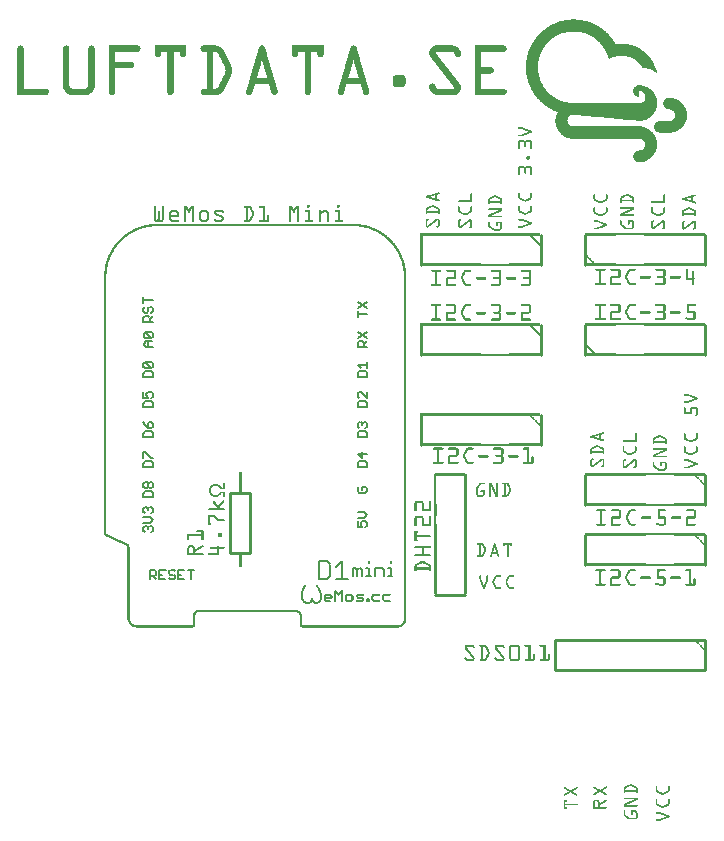
<source format=gto>
G04 MADE WITH FRITZING*
G04 WWW.FRITZING.ORG*
G04 DOUBLE SIDED*
G04 HOLES PLATED*
G04 CONTOUR ON CENTER OF CONTOUR VECTOR*
%ASAXBY*%
%FSLAX23Y23*%
%MOIN*%
%OFA0B0*%
%SFA1.0B1.0*%
%ADD10C,0.010000*%
%ADD11C,0.005000*%
%ADD12C,0.005556*%
%ADD13C,0.006944*%
%ADD14R,0.001000X0.001000*%
%LNSILK1*%
G90*
G70*
G54D10*
X838Y1136D02*
X838Y936D01*
D02*
X838Y936D02*
X772Y936D01*
D02*
X772Y936D02*
X772Y1136D01*
D02*
X772Y1136D02*
X838Y1136D01*
D02*
X2355Y1596D02*
X2355Y1696D01*
D02*
X1955Y1696D02*
X1955Y1596D01*
G54D11*
D02*
X1990Y1596D02*
X1955Y1631D01*
G54D10*
D02*
X2355Y1896D02*
X2355Y1996D01*
D02*
X1955Y1996D02*
X1955Y1896D01*
D02*
X1955Y1196D02*
X1955Y1096D01*
D02*
X2355Y1096D02*
X2355Y1196D01*
D02*
X1406Y1695D02*
X1406Y1595D01*
D02*
X1806Y1595D02*
X1806Y1695D01*
G54D11*
D02*
X1771Y1695D02*
X1806Y1660D01*
G54D10*
D02*
X1406Y1395D02*
X1406Y1295D01*
D02*
X1806Y1295D02*
X1806Y1395D01*
D02*
X1406Y1995D02*
X1406Y1895D01*
D02*
X1806Y1895D02*
X1806Y1995D01*
G54D11*
D02*
X1771Y1995D02*
X1806Y1960D01*
G54D10*
D02*
X1955Y996D02*
X1955Y896D01*
D02*
X2355Y896D02*
X2355Y996D01*
D02*
X1455Y796D02*
X1555Y796D01*
D02*
X2355Y646D02*
X1855Y646D01*
D02*
X1855Y646D02*
X1855Y546D01*
D02*
X1855Y546D02*
X2355Y546D01*
D02*
X2355Y546D02*
X2355Y646D01*
G54D12*
X514Y1705D02*
X483Y1705D01*
X482Y1705D02*
X482Y1720D01*
X482Y1720D02*
X487Y1725D01*
X488Y1726D02*
X498Y1726D01*
X498Y1726D02*
X502Y1721D01*
X503Y1720D02*
X503Y1705D01*
X503Y1715D02*
X513Y1725D01*
X488Y1757D02*
X483Y1752D01*
X482Y1752D02*
X482Y1743D01*
X482Y1742D02*
X487Y1737D01*
X488Y1736D02*
X493Y1736D01*
X493Y1736D02*
X498Y1741D01*
X498Y1742D02*
X498Y1751D01*
X498Y1752D02*
X502Y1757D01*
X503Y1757D02*
X508Y1757D01*
X508Y1757D02*
X513Y1752D01*
X514Y1752D02*
X514Y1743D01*
X514Y1742D02*
X509Y1737D01*
X514Y1779D02*
X483Y1779D01*
X482Y1768D02*
X482Y1788D01*
D02*
X513Y1621D02*
X493Y1621D01*
X492Y1621D02*
X483Y1630D01*
X483Y1631D02*
X492Y1641D01*
X492Y1641D02*
X512Y1641D01*
X498Y1621D02*
X498Y1641D01*
X509Y1652D02*
X488Y1652D01*
X487Y1652D02*
X483Y1657D01*
X483Y1657D02*
X483Y1666D01*
X483Y1667D02*
X487Y1672D01*
X487Y1673D02*
X508Y1673D01*
X509Y1673D02*
X513Y1668D01*
X513Y1667D02*
X513Y1658D01*
X513Y1657D02*
X509Y1652D01*
X509Y1652D02*
X488Y1672D01*
D02*
X482Y1521D02*
X513Y1521D01*
X514Y1521D02*
X514Y1536D01*
X514Y1536D02*
X509Y1541D01*
X508Y1541D02*
X488Y1541D01*
X488Y1541D02*
X483Y1536D01*
X482Y1536D02*
X482Y1521D01*
X508Y1552D02*
X488Y1552D01*
X488Y1552D02*
X483Y1557D01*
X482Y1557D02*
X482Y1566D01*
X482Y1567D02*
X487Y1572D01*
X488Y1573D02*
X508Y1573D01*
X508Y1573D02*
X513Y1568D01*
X514Y1567D02*
X514Y1558D01*
X514Y1557D02*
X509Y1552D01*
X508Y1552D02*
X488Y1573D01*
D02*
X482Y1421D02*
X513Y1421D01*
X514Y1421D02*
X514Y1436D01*
X514Y1436D02*
X509Y1441D01*
X508Y1441D02*
X488Y1441D01*
X488Y1441D02*
X483Y1436D01*
X482Y1436D02*
X482Y1421D01*
X482Y1473D02*
X482Y1453D01*
X482Y1452D02*
X497Y1452D01*
X497Y1452D02*
X492Y1462D01*
X492Y1463D02*
X492Y1467D01*
X492Y1467D02*
X497Y1472D01*
X497Y1473D02*
X507Y1473D01*
X508Y1473D02*
X513Y1468D01*
X514Y1467D02*
X514Y1458D01*
X514Y1457D02*
X509Y1452D01*
D02*
X482Y1321D02*
X513Y1321D01*
X514Y1321D02*
X514Y1336D01*
X514Y1336D02*
X509Y1341D01*
X508Y1341D02*
X488Y1341D01*
X488Y1341D02*
X483Y1336D01*
X482Y1336D02*
X482Y1321D01*
X482Y1373D02*
X487Y1364D01*
X488Y1363D02*
X498Y1353D01*
X498Y1352D02*
X507Y1352D01*
X508Y1352D02*
X513Y1357D01*
X514Y1357D02*
X514Y1366D01*
X514Y1367D02*
X509Y1372D01*
X508Y1373D02*
X503Y1373D01*
X503Y1373D02*
X499Y1368D01*
X498Y1367D02*
X498Y1352D01*
D02*
X482Y1221D02*
X513Y1221D01*
X514Y1221D02*
X514Y1236D01*
X514Y1236D02*
X509Y1241D01*
X508Y1241D02*
X488Y1241D01*
X488Y1241D02*
X483Y1236D01*
X482Y1236D02*
X482Y1221D01*
X482Y1252D02*
X482Y1272D01*
X482Y1273D02*
X488Y1273D01*
X488Y1273D02*
X508Y1253D01*
X508Y1252D02*
X513Y1252D01*
D02*
X482Y1121D02*
X513Y1121D01*
X514Y1121D02*
X514Y1136D01*
X514Y1136D02*
X509Y1141D01*
X508Y1141D02*
X488Y1141D01*
X488Y1141D02*
X483Y1136D01*
X482Y1136D02*
X482Y1121D01*
X488Y1152D02*
X483Y1157D01*
X482Y1157D02*
X482Y1166D01*
X482Y1167D02*
X487Y1172D01*
X488Y1173D02*
X493Y1173D01*
X493Y1173D02*
X498Y1168D01*
X498Y1167D02*
X503Y1172D01*
X504Y1173D02*
X508Y1173D01*
X508Y1173D02*
X513Y1168D01*
X514Y1167D02*
X514Y1158D01*
X514Y1157D02*
X509Y1152D01*
X508Y1152D02*
X504Y1152D01*
X504Y1152D02*
X499Y1157D01*
X498Y1157D02*
X493Y1152D01*
X493Y1152D02*
X488Y1152D01*
X498Y1157D02*
X498Y1166D01*
D02*
X488Y1005D02*
X483Y1010D01*
X482Y1010D02*
X482Y1019D01*
X482Y1020D02*
X487Y1025D01*
X488Y1026D02*
X492Y1026D01*
X492Y1026D02*
X497Y1021D01*
X497Y1020D02*
X497Y1015D01*
X497Y1020D02*
X502Y1025D01*
X503Y1026D02*
X508Y1026D01*
X508Y1026D02*
X513Y1021D01*
X514Y1020D02*
X514Y1011D01*
X514Y1010D02*
X509Y1005D01*
X482Y1036D02*
X502Y1036D01*
X503Y1036D02*
X513Y1046D01*
X514Y1047D02*
X504Y1056D01*
X503Y1057D02*
X482Y1057D01*
X488Y1068D02*
X483Y1073D01*
X482Y1073D02*
X482Y1084D01*
X482Y1084D02*
X487Y1088D01*
X488Y1088D02*
X492Y1088D01*
X492Y1088D02*
X497Y1084D01*
X497Y1084D02*
X497Y1079D01*
X497Y1084D02*
X502Y1088D01*
X503Y1088D02*
X508Y1088D01*
X508Y1088D02*
X513Y1084D01*
X514Y1084D02*
X514Y1074D01*
X514Y1073D02*
X509Y1068D01*
D02*
X1196Y1041D02*
X1196Y1021D01*
X1196Y1021D02*
X1211Y1021D01*
X1211Y1021D02*
X1206Y1030D01*
X1206Y1031D02*
X1206Y1036D01*
X1206Y1036D02*
X1211Y1041D01*
X1211Y1041D02*
X1221Y1041D01*
X1222Y1041D02*
X1227Y1036D01*
X1227Y1036D02*
X1227Y1027D01*
X1227Y1026D02*
X1222Y1021D01*
X1196Y1052D02*
X1216Y1052D01*
X1217Y1052D02*
X1227Y1062D01*
X1227Y1063D02*
X1217Y1072D01*
X1217Y1073D02*
X1197Y1073D01*
D02*
X1201Y1157D02*
X1196Y1152D01*
X1196Y1152D02*
X1196Y1143D01*
X1196Y1142D02*
X1201Y1137D01*
X1201Y1136D02*
X1221Y1136D01*
X1222Y1136D02*
X1227Y1141D01*
X1227Y1142D02*
X1227Y1151D01*
X1227Y1152D02*
X1222Y1157D01*
X1222Y1157D02*
X1212Y1157D01*
X1211Y1157D02*
X1211Y1147D01*
D02*
X1196Y1221D02*
X1227Y1221D01*
X1227Y1221D02*
X1227Y1236D01*
X1227Y1236D02*
X1222Y1241D01*
X1222Y1241D02*
X1201Y1241D01*
X1201Y1241D02*
X1196Y1236D01*
X1196Y1236D02*
X1196Y1221D01*
X1227Y1267D02*
X1196Y1267D01*
X1196Y1267D02*
X1212Y1252D01*
X1212Y1252D02*
X1212Y1272D01*
D02*
X1196Y1321D02*
X1227Y1321D01*
X1227Y1321D02*
X1227Y1336D01*
X1227Y1336D02*
X1222Y1341D01*
X1222Y1341D02*
X1201Y1341D01*
X1201Y1341D02*
X1196Y1336D01*
X1196Y1336D02*
X1196Y1321D01*
X1201Y1352D02*
X1196Y1357D01*
X1196Y1357D02*
X1196Y1366D01*
X1196Y1367D02*
X1201Y1372D01*
X1201Y1373D02*
X1205Y1373D01*
X1206Y1373D02*
X1211Y1368D01*
X1211Y1367D02*
X1211Y1363D01*
X1211Y1367D02*
X1216Y1372D01*
X1217Y1373D02*
X1222Y1373D01*
X1222Y1373D02*
X1227Y1368D01*
X1227Y1367D02*
X1227Y1358D01*
X1227Y1357D02*
X1222Y1352D01*
D02*
X1196Y1421D02*
X1227Y1421D01*
X1227Y1421D02*
X1227Y1436D01*
X1227Y1436D02*
X1222Y1441D01*
X1222Y1441D02*
X1201Y1441D01*
X1201Y1441D02*
X1196Y1436D01*
X1196Y1436D02*
X1196Y1421D01*
X1227Y1473D02*
X1227Y1453D01*
X1227Y1452D02*
X1207Y1472D01*
X1207Y1473D02*
X1201Y1473D01*
X1201Y1473D02*
X1196Y1468D01*
X1196Y1467D02*
X1196Y1458D01*
X1196Y1457D02*
X1201Y1452D01*
D02*
X1197Y1521D02*
X1227Y1521D01*
X1227Y1521D02*
X1227Y1536D01*
X1227Y1536D02*
X1223Y1541D01*
X1223Y1541D02*
X1202Y1541D01*
X1201Y1541D02*
X1197Y1536D01*
X1197Y1536D02*
X1197Y1521D01*
X1206Y1552D02*
X1197Y1562D01*
X1197Y1563D02*
X1227Y1563D01*
X1227Y1552D02*
X1227Y1572D01*
D02*
X1227Y1621D02*
X1196Y1621D01*
X1196Y1621D02*
X1196Y1636D01*
X1196Y1636D02*
X1201Y1641D01*
X1201Y1641D02*
X1211Y1641D01*
X1212Y1641D02*
X1216Y1636D01*
X1217Y1636D02*
X1217Y1621D01*
X1217Y1631D02*
X1227Y1641D01*
X1196Y1652D02*
X1227Y1672D01*
X1196Y1673D02*
X1227Y1653D01*
D02*
X1227Y1731D02*
X1197Y1731D01*
X1197Y1721D02*
X1197Y1741D01*
X1197Y1752D02*
X1227Y1772D01*
X1197Y1773D02*
X1227Y1753D01*
D02*
X504Y849D02*
X504Y880D01*
X504Y880D02*
X519Y880D01*
X519Y880D02*
X524Y875D01*
X524Y875D02*
X524Y865D01*
X524Y864D02*
X519Y859D01*
X519Y858D02*
X504Y858D01*
X514Y858D02*
X524Y849D01*
X556Y880D02*
X535Y880D01*
X535Y880D02*
X535Y849D01*
X535Y849D02*
X555Y849D01*
X535Y864D02*
X545Y864D01*
X588Y875D02*
X583Y880D01*
X583Y880D02*
X573Y880D01*
X572Y880D02*
X567Y875D01*
X566Y875D02*
X566Y870D01*
X566Y869D02*
X571Y864D01*
X572Y864D02*
X582Y864D01*
X583Y864D02*
X588Y859D01*
X588Y858D02*
X588Y854D01*
X588Y854D02*
X583Y849D01*
X583Y849D02*
X573Y849D01*
X572Y849D02*
X567Y854D01*
X619Y880D02*
X599Y880D01*
X599Y880D02*
X599Y849D01*
X599Y849D02*
X619Y849D01*
X599Y864D02*
X608Y864D01*
X641Y849D02*
X641Y880D01*
X630Y880D02*
X650Y880D01*
D02*
G54D13*
X1066Y908D02*
X1066Y850D01*
X1066Y849D02*
X1094Y849D01*
X1095Y849D02*
X1105Y859D01*
X1105Y859D02*
X1105Y897D01*
X1105Y898D02*
X1095Y908D01*
X1095Y908D02*
X1066Y908D01*
X1125Y888D02*
X1145Y908D01*
X1145Y908D02*
X1145Y850D01*
X1125Y849D02*
X1163Y849D01*
D02*
X1181Y858D02*
X1181Y886D01*
X1181Y887D02*
X1188Y887D01*
X1189Y887D02*
X1195Y880D01*
X1195Y879D02*
X1195Y858D01*
X1195Y879D02*
X1202Y886D01*
X1203Y887D02*
X1210Y880D01*
X1210Y879D02*
X1210Y858D01*
X1225Y887D02*
X1232Y887D01*
X1233Y887D02*
X1233Y859D01*
X1225Y858D02*
X1240Y858D01*
X1233Y908D02*
X1233Y901D01*
X1255Y858D02*
X1255Y886D01*
X1255Y887D02*
X1276Y887D01*
X1276Y887D02*
X1283Y880D01*
X1284Y879D02*
X1284Y858D01*
X1299Y887D02*
X1306Y887D01*
X1306Y887D02*
X1306Y859D01*
X1299Y858D02*
X1312Y858D01*
X1306Y908D02*
X1306Y901D01*
D02*
G54D14*
X1908Y2714D02*
X1923Y2714D01*
X1897Y2713D02*
X1936Y2713D01*
X1891Y2712D02*
X1942Y2712D01*
X1885Y2711D02*
X1948Y2711D01*
X1881Y2710D02*
X1952Y2710D01*
X1876Y2709D02*
X1956Y2709D01*
X1873Y2708D02*
X1960Y2708D01*
X1869Y2707D02*
X1963Y2707D01*
X1866Y2706D02*
X1966Y2706D01*
X1864Y2705D02*
X1970Y2705D01*
X1861Y2704D02*
X1972Y2704D01*
X1858Y2703D02*
X1975Y2703D01*
X1856Y2702D02*
X1977Y2702D01*
X1853Y2701D02*
X1980Y2701D01*
X1851Y2700D02*
X1982Y2700D01*
X1849Y2699D02*
X1984Y2699D01*
X1847Y2698D02*
X1986Y2698D01*
X1845Y2697D02*
X1988Y2697D01*
X1843Y2696D02*
X1990Y2696D01*
X1841Y2695D02*
X1992Y2695D01*
X1839Y2694D02*
X1994Y2694D01*
X1838Y2693D02*
X1995Y2693D01*
X1836Y2692D02*
X1997Y2692D01*
X1834Y2691D02*
X1999Y2691D01*
X1833Y2690D02*
X2000Y2690D01*
X1831Y2689D02*
X2002Y2689D01*
X1829Y2688D02*
X2003Y2688D01*
X1828Y2687D02*
X2005Y2687D01*
X1826Y2686D02*
X2007Y2686D01*
X1825Y2685D02*
X2008Y2685D01*
X1824Y2684D02*
X2009Y2684D01*
X1822Y2683D02*
X2011Y2683D01*
X1821Y2682D02*
X2012Y2682D01*
X1820Y2681D02*
X2013Y2681D01*
X1818Y2680D02*
X2015Y2680D01*
X1817Y2679D02*
X2016Y2679D01*
X1816Y2678D02*
X2017Y2678D01*
X1815Y2677D02*
X2018Y2677D01*
X1814Y2676D02*
X2019Y2676D01*
X1812Y2675D02*
X2021Y2675D01*
X1811Y2674D02*
X2022Y2674D01*
X1810Y2673D02*
X1901Y2673D01*
X1932Y2673D02*
X2023Y2673D01*
X1809Y2672D02*
X1894Y2672D01*
X1939Y2672D02*
X2024Y2672D01*
X1808Y2671D02*
X1889Y2671D01*
X1943Y2671D02*
X2025Y2671D01*
X1807Y2670D02*
X1885Y2670D01*
X1948Y2670D02*
X2026Y2670D01*
X1806Y2669D02*
X1882Y2669D01*
X1951Y2669D02*
X2027Y2669D01*
X1805Y2668D02*
X1878Y2668D01*
X1954Y2668D02*
X2028Y2668D01*
X1804Y2667D02*
X1875Y2667D01*
X1957Y2667D02*
X2029Y2667D01*
X1803Y2666D02*
X1873Y2666D01*
X1960Y2666D02*
X2030Y2666D01*
X1802Y2665D02*
X1870Y2665D01*
X1962Y2665D02*
X2031Y2665D01*
X1801Y2664D02*
X1868Y2664D01*
X1965Y2664D02*
X2032Y2664D01*
X1800Y2663D02*
X1866Y2663D01*
X1967Y2663D02*
X2033Y2663D01*
X1799Y2662D02*
X1863Y2662D01*
X1969Y2662D02*
X2034Y2662D01*
X1798Y2661D02*
X1861Y2661D01*
X1971Y2661D02*
X2035Y2661D01*
X1797Y2660D02*
X1860Y2660D01*
X1973Y2660D02*
X2036Y2660D01*
X1796Y2659D02*
X1858Y2659D01*
X1975Y2659D02*
X2037Y2659D01*
X1796Y2658D02*
X1856Y2658D01*
X1976Y2658D02*
X2037Y2658D01*
X1795Y2657D02*
X1854Y2657D01*
X1978Y2657D02*
X2038Y2657D01*
X1794Y2656D02*
X1853Y2656D01*
X1980Y2656D02*
X2039Y2656D01*
X1793Y2655D02*
X1851Y2655D01*
X1981Y2655D02*
X2040Y2655D01*
X1792Y2654D02*
X1849Y2654D01*
X1983Y2654D02*
X2041Y2654D01*
X1792Y2653D02*
X1848Y2653D01*
X1984Y2653D02*
X2041Y2653D01*
X1791Y2652D02*
X1847Y2652D01*
X1986Y2652D02*
X2042Y2652D01*
X1790Y2651D02*
X1845Y2651D01*
X1987Y2651D02*
X2043Y2651D01*
X1789Y2650D02*
X1844Y2650D01*
X1988Y2650D02*
X2044Y2650D01*
X1788Y2649D02*
X1843Y2649D01*
X1990Y2649D02*
X2044Y2649D01*
X1788Y2648D02*
X1841Y2648D01*
X1991Y2648D02*
X2045Y2648D01*
X1787Y2647D02*
X1840Y2647D01*
X1992Y2647D02*
X2046Y2647D01*
X1786Y2646D02*
X1839Y2646D01*
X1994Y2646D02*
X2046Y2646D01*
X1786Y2645D02*
X1838Y2645D01*
X1995Y2645D02*
X2047Y2645D01*
X1785Y2644D02*
X1837Y2644D01*
X1996Y2644D02*
X2048Y2644D01*
X1784Y2643D02*
X1835Y2643D01*
X1997Y2643D02*
X2049Y2643D01*
X1784Y2642D02*
X1834Y2642D01*
X1998Y2642D02*
X2049Y2642D01*
X1783Y2641D02*
X1833Y2641D01*
X1999Y2641D02*
X2050Y2641D01*
X1782Y2640D02*
X1832Y2640D01*
X2000Y2640D02*
X2050Y2640D01*
X1782Y2639D02*
X1831Y2639D01*
X2001Y2639D02*
X2051Y2639D01*
X1781Y2638D02*
X1830Y2638D01*
X2002Y2638D02*
X2052Y2638D01*
X1780Y2637D02*
X1829Y2637D01*
X2003Y2637D02*
X2052Y2637D01*
X1780Y2636D02*
X1828Y2636D01*
X2004Y2636D02*
X2053Y2636D01*
X1779Y2635D02*
X1827Y2635D01*
X2005Y2635D02*
X2053Y2635D01*
X1779Y2634D02*
X1827Y2634D01*
X2006Y2634D02*
X2054Y2634D01*
X1778Y2633D02*
X1826Y2633D01*
X2007Y2633D02*
X2055Y2633D01*
X2060Y2633D02*
X2089Y2633D01*
X1778Y2632D02*
X1825Y2632D01*
X2008Y2632D02*
X2096Y2632D01*
X1777Y2631D02*
X1824Y2631D01*
X2008Y2631D02*
X2101Y2631D01*
X1776Y2630D02*
X1823Y2630D01*
X2009Y2630D02*
X2105Y2630D01*
X1776Y2629D02*
X1822Y2629D01*
X2010Y2629D02*
X2109Y2629D01*
X1775Y2628D02*
X1822Y2628D01*
X2011Y2628D02*
X2112Y2628D01*
X71Y2627D02*
X74Y2627D01*
X223Y2627D02*
X226Y2627D01*
X307Y2627D02*
X310Y2627D01*
X368Y2627D02*
X463Y2627D01*
X520Y2627D02*
X624Y2627D01*
X681Y2627D02*
X724Y2627D01*
X876Y2627D02*
X879Y2627D01*
X978Y2627D02*
X1082Y2627D01*
X1181Y2627D02*
X1184Y2627D01*
X1456Y2627D02*
X1514Y2627D01*
X1588Y2627D02*
X1684Y2627D01*
X1775Y2627D02*
X1821Y2627D01*
X2012Y2627D02*
X2115Y2627D01*
X68Y2626D02*
X77Y2626D01*
X220Y2626D02*
X229Y2626D01*
X305Y2626D02*
X313Y2626D01*
X367Y2626D02*
X466Y2626D01*
X520Y2626D02*
X624Y2626D01*
X678Y2626D02*
X730Y2626D01*
X873Y2626D02*
X882Y2626D01*
X978Y2626D02*
X1082Y2626D01*
X1178Y2626D02*
X1187Y2626D01*
X1452Y2626D02*
X1519Y2626D01*
X1588Y2626D02*
X1687Y2626D01*
X1774Y2626D02*
X1820Y2626D01*
X2013Y2626D02*
X2118Y2626D01*
X66Y2625D02*
X78Y2625D01*
X219Y2625D02*
X231Y2625D01*
X303Y2625D02*
X315Y2625D01*
X367Y2625D02*
X467Y2625D01*
X520Y2625D02*
X624Y2625D01*
X677Y2625D02*
X733Y2625D01*
X871Y2625D02*
X883Y2625D01*
X978Y2625D02*
X1082Y2625D01*
X1176Y2625D02*
X1188Y2625D01*
X1449Y2625D02*
X1522Y2625D01*
X1588Y2625D02*
X1688Y2625D01*
X1774Y2625D02*
X1819Y2625D01*
X2013Y2625D02*
X2120Y2625D01*
X65Y2624D02*
X79Y2624D01*
X218Y2624D02*
X232Y2624D01*
X302Y2624D02*
X316Y2624D01*
X367Y2624D02*
X469Y2624D01*
X520Y2624D02*
X624Y2624D01*
X676Y2624D02*
X735Y2624D01*
X870Y2624D02*
X884Y2624D01*
X978Y2624D02*
X1082Y2624D01*
X1175Y2624D02*
X1190Y2624D01*
X1448Y2624D02*
X1524Y2624D01*
X1588Y2624D02*
X1689Y2624D01*
X1773Y2624D02*
X1819Y2624D01*
X2014Y2624D02*
X2122Y2624D01*
X64Y2623D02*
X80Y2623D01*
X217Y2623D02*
X233Y2623D01*
X301Y2623D02*
X317Y2623D01*
X367Y2623D02*
X469Y2623D01*
X520Y2623D02*
X624Y2623D01*
X675Y2623D02*
X737Y2623D01*
X869Y2623D02*
X885Y2623D01*
X978Y2623D02*
X1082Y2623D01*
X1174Y2623D02*
X1190Y2623D01*
X1446Y2623D02*
X1526Y2623D01*
X1588Y2623D02*
X1690Y2623D01*
X1773Y2623D02*
X1818Y2623D01*
X2015Y2623D02*
X2125Y2623D01*
X64Y2622D02*
X81Y2622D01*
X216Y2622D02*
X234Y2622D01*
X300Y2622D02*
X318Y2622D01*
X367Y2622D02*
X470Y2622D01*
X520Y2622D02*
X624Y2622D01*
X674Y2622D02*
X739Y2622D01*
X869Y2622D02*
X886Y2622D01*
X978Y2622D02*
X1082Y2622D01*
X1174Y2622D02*
X1191Y2622D01*
X1445Y2622D02*
X1527Y2622D01*
X1588Y2622D02*
X1691Y2622D01*
X1772Y2622D02*
X1817Y2622D01*
X2015Y2622D02*
X2127Y2622D01*
X63Y2621D02*
X81Y2621D01*
X216Y2621D02*
X234Y2621D01*
X300Y2621D02*
X318Y2621D01*
X367Y2621D02*
X471Y2621D01*
X520Y2621D02*
X624Y2621D01*
X673Y2621D02*
X740Y2621D01*
X868Y2621D02*
X886Y2621D01*
X978Y2621D02*
X1082Y2621D01*
X1173Y2621D02*
X1192Y2621D01*
X1443Y2621D02*
X1529Y2621D01*
X1588Y2621D02*
X1691Y2621D01*
X1772Y2621D02*
X1817Y2621D01*
X2016Y2621D02*
X2129Y2621D01*
X63Y2620D02*
X82Y2620D01*
X215Y2620D02*
X234Y2620D01*
X299Y2620D02*
X319Y2620D01*
X367Y2620D02*
X471Y2620D01*
X520Y2620D02*
X624Y2620D01*
X673Y2620D02*
X741Y2620D01*
X868Y2620D02*
X887Y2620D01*
X978Y2620D02*
X1082Y2620D01*
X1173Y2620D02*
X1192Y2620D01*
X1442Y2620D02*
X1530Y2620D01*
X1588Y2620D02*
X1692Y2620D01*
X1772Y2620D02*
X1816Y2620D01*
X2017Y2620D02*
X2131Y2620D01*
X62Y2619D02*
X82Y2619D01*
X215Y2619D02*
X235Y2619D01*
X299Y2619D02*
X319Y2619D01*
X367Y2619D02*
X472Y2619D01*
X520Y2619D02*
X624Y2619D01*
X673Y2619D02*
X743Y2619D01*
X867Y2619D02*
X887Y2619D01*
X978Y2619D02*
X1082Y2619D01*
X1172Y2619D02*
X1192Y2619D01*
X1441Y2619D02*
X1531Y2619D01*
X1588Y2619D02*
X1692Y2619D01*
X1771Y2619D02*
X1815Y2619D01*
X2017Y2619D02*
X2132Y2619D01*
X62Y2618D02*
X82Y2618D01*
X215Y2618D02*
X235Y2618D01*
X299Y2618D02*
X319Y2618D01*
X367Y2618D02*
X472Y2618D01*
X520Y2618D02*
X624Y2618D01*
X673Y2618D02*
X744Y2618D01*
X867Y2618D02*
X887Y2618D01*
X978Y2618D02*
X1082Y2618D01*
X1172Y2618D02*
X1193Y2618D01*
X1441Y2618D02*
X1532Y2618D01*
X1588Y2618D02*
X1692Y2618D01*
X1771Y2618D02*
X1815Y2618D01*
X2018Y2618D02*
X2134Y2618D01*
X62Y2617D02*
X82Y2617D01*
X215Y2617D02*
X235Y2617D01*
X299Y2617D02*
X319Y2617D01*
X367Y2617D02*
X472Y2617D01*
X520Y2617D02*
X624Y2617D01*
X672Y2617D02*
X745Y2617D01*
X867Y2617D02*
X888Y2617D01*
X978Y2617D02*
X1082Y2617D01*
X1172Y2617D02*
X1193Y2617D01*
X1440Y2617D02*
X1533Y2617D01*
X1588Y2617D02*
X1692Y2617D01*
X1770Y2617D02*
X1814Y2617D01*
X2019Y2617D02*
X2136Y2617D01*
X62Y2616D02*
X83Y2616D01*
X215Y2616D02*
X235Y2616D01*
X299Y2616D02*
X319Y2616D01*
X367Y2616D02*
X472Y2616D01*
X520Y2616D02*
X624Y2616D01*
X672Y2616D02*
X746Y2616D01*
X866Y2616D02*
X888Y2616D01*
X978Y2616D02*
X1082Y2616D01*
X1172Y2616D02*
X1193Y2616D01*
X1439Y2616D02*
X1534Y2616D01*
X1588Y2616D02*
X1692Y2616D01*
X1770Y2616D02*
X1813Y2616D01*
X2019Y2616D02*
X2138Y2616D01*
X62Y2615D02*
X83Y2615D01*
X215Y2615D02*
X235Y2615D01*
X299Y2615D02*
X319Y2615D01*
X367Y2615D02*
X472Y2615D01*
X520Y2615D02*
X624Y2615D01*
X673Y2615D02*
X746Y2615D01*
X866Y2615D02*
X888Y2615D01*
X978Y2615D02*
X1082Y2615D01*
X1171Y2615D02*
X1193Y2615D01*
X1439Y2615D02*
X1535Y2615D01*
X1588Y2615D02*
X1692Y2615D01*
X1769Y2615D02*
X1813Y2615D01*
X2020Y2615D02*
X2139Y2615D01*
X62Y2614D02*
X83Y2614D01*
X215Y2614D02*
X235Y2614D01*
X299Y2614D02*
X319Y2614D01*
X367Y2614D02*
X471Y2614D01*
X520Y2614D02*
X624Y2614D01*
X673Y2614D02*
X747Y2614D01*
X866Y2614D02*
X889Y2614D01*
X978Y2614D02*
X1082Y2614D01*
X1171Y2614D02*
X1194Y2614D01*
X1438Y2614D02*
X1535Y2614D01*
X1588Y2614D02*
X1692Y2614D01*
X1769Y2614D02*
X1812Y2614D01*
X2020Y2614D02*
X2141Y2614D01*
X62Y2613D02*
X83Y2613D01*
X215Y2613D02*
X235Y2613D01*
X299Y2613D02*
X319Y2613D01*
X367Y2613D02*
X471Y2613D01*
X520Y2613D02*
X624Y2613D01*
X673Y2613D02*
X748Y2613D01*
X865Y2613D02*
X889Y2613D01*
X978Y2613D02*
X1082Y2613D01*
X1171Y2613D02*
X1194Y2613D01*
X1437Y2613D02*
X1536Y2613D01*
X1588Y2613D02*
X1692Y2613D01*
X1769Y2613D02*
X1812Y2613D01*
X2021Y2613D02*
X2142Y2613D01*
X62Y2612D02*
X83Y2612D01*
X215Y2612D02*
X235Y2612D01*
X299Y2612D02*
X319Y2612D01*
X367Y2612D02*
X471Y2612D01*
X520Y2612D02*
X624Y2612D01*
X673Y2612D02*
X749Y2612D01*
X865Y2612D02*
X889Y2612D01*
X978Y2612D02*
X1082Y2612D01*
X1170Y2612D02*
X1194Y2612D01*
X1437Y2612D02*
X1537Y2612D01*
X1588Y2612D02*
X1691Y2612D01*
X1768Y2612D02*
X1811Y2612D01*
X2022Y2612D02*
X2144Y2612D01*
X62Y2611D02*
X83Y2611D01*
X215Y2611D02*
X235Y2611D01*
X299Y2611D02*
X319Y2611D01*
X367Y2611D02*
X470Y2611D01*
X520Y2611D02*
X624Y2611D01*
X674Y2611D02*
X749Y2611D01*
X865Y2611D02*
X889Y2611D01*
X978Y2611D02*
X1082Y2611D01*
X1170Y2611D02*
X1195Y2611D01*
X1437Y2611D02*
X1537Y2611D01*
X1588Y2611D02*
X1691Y2611D01*
X1768Y2611D02*
X1811Y2611D01*
X2022Y2611D02*
X2145Y2611D01*
X62Y2610D02*
X83Y2610D01*
X215Y2610D02*
X235Y2610D01*
X299Y2610D02*
X319Y2610D01*
X367Y2610D02*
X470Y2610D01*
X520Y2610D02*
X624Y2610D01*
X675Y2610D02*
X750Y2610D01*
X865Y2610D02*
X890Y2610D01*
X978Y2610D02*
X1082Y2610D01*
X1170Y2610D02*
X1195Y2610D01*
X1436Y2610D02*
X1538Y2610D01*
X1588Y2610D02*
X1690Y2610D01*
X1767Y2610D02*
X1810Y2610D01*
X2023Y2610D02*
X2146Y2610D01*
X62Y2609D02*
X83Y2609D01*
X215Y2609D02*
X235Y2609D01*
X299Y2609D02*
X319Y2609D01*
X367Y2609D02*
X469Y2609D01*
X520Y2609D02*
X624Y2609D01*
X676Y2609D02*
X750Y2609D01*
X864Y2609D02*
X890Y2609D01*
X978Y2609D02*
X1082Y2609D01*
X1170Y2609D02*
X1195Y2609D01*
X1436Y2609D02*
X1538Y2609D01*
X1588Y2609D02*
X1689Y2609D01*
X1767Y2609D02*
X1810Y2609D01*
X2023Y2609D02*
X2148Y2609D01*
X62Y2608D02*
X83Y2608D01*
X215Y2608D02*
X235Y2608D01*
X299Y2608D02*
X319Y2608D01*
X367Y2608D02*
X467Y2608D01*
X520Y2608D02*
X624Y2608D01*
X677Y2608D02*
X751Y2608D01*
X864Y2608D02*
X890Y2608D01*
X978Y2608D02*
X1082Y2608D01*
X1169Y2608D02*
X1196Y2608D01*
X1436Y2608D02*
X1538Y2608D01*
X1588Y2608D02*
X1688Y2608D01*
X1767Y2608D02*
X1809Y2608D01*
X2024Y2608D02*
X2149Y2608D01*
X62Y2607D02*
X83Y2607D01*
X215Y2607D02*
X235Y2607D01*
X299Y2607D02*
X319Y2607D01*
X367Y2607D02*
X466Y2607D01*
X520Y2607D02*
X624Y2607D01*
X678Y2607D02*
X751Y2607D01*
X864Y2607D02*
X891Y2607D01*
X978Y2607D02*
X1082Y2607D01*
X1169Y2607D02*
X1196Y2607D01*
X1436Y2607D02*
X1539Y2607D01*
X1588Y2607D02*
X1687Y2607D01*
X1766Y2607D02*
X1809Y2607D01*
X2024Y2607D02*
X2150Y2607D01*
X62Y2606D02*
X83Y2606D01*
X215Y2606D02*
X235Y2606D01*
X299Y2606D02*
X319Y2606D01*
X367Y2606D02*
X463Y2606D01*
X520Y2606D02*
X624Y2606D01*
X681Y2606D02*
X752Y2606D01*
X863Y2606D02*
X891Y2606D01*
X978Y2606D02*
X1082Y2606D01*
X1169Y2606D02*
X1196Y2606D01*
X1436Y2606D02*
X1539Y2606D01*
X1588Y2606D02*
X1684Y2606D01*
X1766Y2606D02*
X1808Y2606D01*
X2025Y2606D02*
X2152Y2606D01*
X62Y2605D02*
X83Y2605D01*
X215Y2605D02*
X235Y2605D01*
X299Y2605D02*
X319Y2605D01*
X367Y2605D02*
X388Y2605D01*
X520Y2605D02*
X540Y2605D01*
X562Y2605D02*
X582Y2605D01*
X604Y2605D02*
X624Y2605D01*
X693Y2605D02*
X714Y2605D01*
X726Y2605D02*
X752Y2605D01*
X863Y2605D02*
X891Y2605D01*
X978Y2605D02*
X998Y2605D01*
X1020Y2605D02*
X1040Y2605D01*
X1062Y2605D02*
X1082Y2605D01*
X1168Y2605D02*
X1196Y2605D01*
X1435Y2605D02*
X1456Y2605D01*
X1515Y2605D02*
X1539Y2605D01*
X1588Y2605D02*
X1608Y2605D01*
X1766Y2605D02*
X1808Y2605D01*
X2025Y2605D02*
X2153Y2605D01*
X62Y2604D02*
X83Y2604D01*
X215Y2604D02*
X235Y2604D01*
X299Y2604D02*
X319Y2604D01*
X367Y2604D02*
X388Y2604D01*
X520Y2604D02*
X540Y2604D01*
X562Y2604D02*
X582Y2604D01*
X604Y2604D02*
X624Y2604D01*
X693Y2604D02*
X714Y2604D01*
X728Y2604D02*
X753Y2604D01*
X863Y2604D02*
X892Y2604D01*
X978Y2604D02*
X998Y2604D01*
X1020Y2604D02*
X1040Y2604D01*
X1062Y2604D02*
X1082Y2604D01*
X1168Y2604D02*
X1197Y2604D01*
X1435Y2604D02*
X1456Y2604D01*
X1517Y2604D02*
X1539Y2604D01*
X1588Y2604D02*
X1608Y2604D01*
X1765Y2604D02*
X1807Y2604D01*
X2026Y2604D02*
X2154Y2604D01*
X62Y2603D02*
X83Y2603D01*
X215Y2603D02*
X235Y2603D01*
X299Y2603D02*
X319Y2603D01*
X367Y2603D02*
X388Y2603D01*
X520Y2603D02*
X540Y2603D01*
X562Y2603D02*
X582Y2603D01*
X604Y2603D02*
X624Y2603D01*
X693Y2603D02*
X714Y2603D01*
X730Y2603D02*
X753Y2603D01*
X863Y2603D02*
X892Y2603D01*
X978Y2603D02*
X998Y2603D01*
X1020Y2603D02*
X1040Y2603D01*
X1062Y2603D02*
X1082Y2603D01*
X1168Y2603D02*
X1197Y2603D01*
X1435Y2603D02*
X1456Y2603D01*
X1518Y2603D02*
X1540Y2603D01*
X1588Y2603D02*
X1608Y2603D01*
X1765Y2603D02*
X1807Y2603D01*
X2026Y2603D02*
X2155Y2603D01*
X62Y2602D02*
X83Y2602D01*
X215Y2602D02*
X235Y2602D01*
X299Y2602D02*
X319Y2602D01*
X367Y2602D02*
X388Y2602D01*
X520Y2602D02*
X540Y2602D01*
X562Y2602D02*
X582Y2602D01*
X604Y2602D02*
X624Y2602D01*
X693Y2602D02*
X714Y2602D01*
X730Y2602D02*
X754Y2602D01*
X862Y2602D02*
X892Y2602D01*
X978Y2602D02*
X998Y2602D01*
X1020Y2602D02*
X1040Y2602D01*
X1062Y2602D02*
X1082Y2602D01*
X1167Y2602D02*
X1197Y2602D01*
X1435Y2602D02*
X1456Y2602D01*
X1519Y2602D02*
X1540Y2602D01*
X1588Y2602D02*
X1608Y2602D01*
X1765Y2602D02*
X1806Y2602D01*
X2027Y2602D02*
X2156Y2602D01*
X62Y2601D02*
X83Y2601D01*
X215Y2601D02*
X235Y2601D01*
X299Y2601D02*
X319Y2601D01*
X367Y2601D02*
X388Y2601D01*
X520Y2601D02*
X540Y2601D01*
X562Y2601D02*
X582Y2601D01*
X604Y2601D02*
X624Y2601D01*
X693Y2601D02*
X714Y2601D01*
X731Y2601D02*
X754Y2601D01*
X862Y2601D02*
X892Y2601D01*
X978Y2601D02*
X998Y2601D01*
X1020Y2601D02*
X1040Y2601D01*
X1062Y2601D02*
X1082Y2601D01*
X1167Y2601D02*
X1198Y2601D01*
X1436Y2601D02*
X1457Y2601D01*
X1519Y2601D02*
X1540Y2601D01*
X1588Y2601D02*
X1608Y2601D01*
X1764Y2601D02*
X1806Y2601D01*
X2027Y2601D02*
X2157Y2601D01*
X62Y2600D02*
X83Y2600D01*
X215Y2600D02*
X235Y2600D01*
X299Y2600D02*
X319Y2600D01*
X367Y2600D02*
X388Y2600D01*
X520Y2600D02*
X540Y2600D01*
X562Y2600D02*
X582Y2600D01*
X604Y2600D02*
X624Y2600D01*
X693Y2600D02*
X714Y2600D01*
X732Y2600D02*
X755Y2600D01*
X862Y2600D02*
X893Y2600D01*
X978Y2600D02*
X998Y2600D01*
X1020Y2600D02*
X1040Y2600D01*
X1062Y2600D02*
X1082Y2600D01*
X1167Y2600D02*
X1198Y2600D01*
X1436Y2600D02*
X1457Y2600D01*
X1519Y2600D02*
X1540Y2600D01*
X1588Y2600D02*
X1608Y2600D01*
X1764Y2600D02*
X1806Y2600D01*
X2028Y2600D02*
X2158Y2600D01*
X62Y2599D02*
X83Y2599D01*
X215Y2599D02*
X235Y2599D01*
X299Y2599D02*
X319Y2599D01*
X367Y2599D02*
X388Y2599D01*
X520Y2599D02*
X540Y2599D01*
X562Y2599D02*
X582Y2599D01*
X604Y2599D02*
X624Y2599D01*
X693Y2599D02*
X714Y2599D01*
X732Y2599D02*
X755Y2599D01*
X861Y2599D02*
X893Y2599D01*
X978Y2599D02*
X998Y2599D01*
X1020Y2599D02*
X1040Y2599D01*
X1062Y2599D02*
X1082Y2599D01*
X1167Y2599D02*
X1198Y2599D01*
X1436Y2599D02*
X1458Y2599D01*
X1520Y2599D02*
X1540Y2599D01*
X1588Y2599D02*
X1608Y2599D01*
X1764Y2599D02*
X1805Y2599D01*
X2028Y2599D02*
X2159Y2599D01*
X62Y2598D02*
X83Y2598D01*
X215Y2598D02*
X235Y2598D01*
X299Y2598D02*
X319Y2598D01*
X367Y2598D02*
X388Y2598D01*
X520Y2598D02*
X540Y2598D01*
X562Y2598D02*
X582Y2598D01*
X604Y2598D02*
X624Y2598D01*
X693Y2598D02*
X714Y2598D01*
X733Y2598D02*
X756Y2598D01*
X861Y2598D02*
X893Y2598D01*
X978Y2598D02*
X998Y2598D01*
X1020Y2598D02*
X1040Y2598D01*
X1062Y2598D02*
X1082Y2598D01*
X1166Y2598D02*
X1198Y2598D01*
X1436Y2598D02*
X1459Y2598D01*
X1520Y2598D02*
X1540Y2598D01*
X1588Y2598D02*
X1608Y2598D01*
X1764Y2598D02*
X1805Y2598D01*
X2028Y2598D02*
X2160Y2598D01*
X62Y2597D02*
X83Y2597D01*
X215Y2597D02*
X235Y2597D01*
X299Y2597D02*
X319Y2597D01*
X367Y2597D02*
X388Y2597D01*
X520Y2597D02*
X540Y2597D01*
X562Y2597D02*
X582Y2597D01*
X604Y2597D02*
X624Y2597D01*
X693Y2597D02*
X714Y2597D01*
X733Y2597D02*
X756Y2597D01*
X861Y2597D02*
X894Y2597D01*
X978Y2597D02*
X998Y2597D01*
X1020Y2597D02*
X1040Y2597D01*
X1062Y2597D02*
X1082Y2597D01*
X1166Y2597D02*
X1199Y2597D01*
X1436Y2597D02*
X1460Y2597D01*
X1520Y2597D02*
X1540Y2597D01*
X1588Y2597D02*
X1608Y2597D01*
X1763Y2597D02*
X1804Y2597D01*
X2029Y2597D02*
X2161Y2597D01*
X62Y2596D02*
X83Y2596D01*
X215Y2596D02*
X235Y2596D01*
X299Y2596D02*
X319Y2596D01*
X367Y2596D02*
X388Y2596D01*
X520Y2596D02*
X540Y2596D01*
X562Y2596D02*
X582Y2596D01*
X604Y2596D02*
X624Y2596D01*
X693Y2596D02*
X714Y2596D01*
X734Y2596D02*
X757Y2596D01*
X861Y2596D02*
X894Y2596D01*
X978Y2596D02*
X998Y2596D01*
X1020Y2596D02*
X1040Y2596D01*
X1062Y2596D02*
X1082Y2596D01*
X1166Y2596D02*
X1199Y2596D01*
X1436Y2596D02*
X1461Y2596D01*
X1520Y2596D02*
X1540Y2596D01*
X1588Y2596D02*
X1608Y2596D01*
X1763Y2596D02*
X1804Y2596D01*
X2029Y2596D02*
X2162Y2596D01*
X62Y2595D02*
X83Y2595D01*
X215Y2595D02*
X235Y2595D01*
X299Y2595D02*
X319Y2595D01*
X367Y2595D02*
X388Y2595D01*
X520Y2595D02*
X540Y2595D01*
X562Y2595D02*
X582Y2595D01*
X605Y2595D02*
X624Y2595D01*
X693Y2595D02*
X714Y2595D01*
X734Y2595D02*
X757Y2595D01*
X860Y2595D02*
X894Y2595D01*
X978Y2595D02*
X997Y2595D01*
X1020Y2595D02*
X1040Y2595D01*
X1062Y2595D02*
X1082Y2595D01*
X1165Y2595D02*
X1199Y2595D01*
X1437Y2595D02*
X1461Y2595D01*
X1520Y2595D02*
X1539Y2595D01*
X1588Y2595D02*
X1608Y2595D01*
X1763Y2595D02*
X1804Y2595D01*
X2029Y2595D02*
X2163Y2595D01*
X62Y2594D02*
X83Y2594D01*
X215Y2594D02*
X235Y2594D01*
X299Y2594D02*
X319Y2594D01*
X367Y2594D02*
X388Y2594D01*
X521Y2594D02*
X539Y2594D01*
X562Y2594D02*
X582Y2594D01*
X605Y2594D02*
X623Y2594D01*
X693Y2594D02*
X714Y2594D01*
X735Y2594D02*
X758Y2594D01*
X860Y2594D02*
X894Y2594D01*
X979Y2594D02*
X997Y2594D01*
X1020Y2594D02*
X1040Y2594D01*
X1063Y2594D02*
X1081Y2594D01*
X1165Y2594D02*
X1200Y2594D01*
X1437Y2594D02*
X1462Y2594D01*
X1521Y2594D02*
X1539Y2594D01*
X1588Y2594D02*
X1608Y2594D01*
X1762Y2594D02*
X1803Y2594D01*
X2030Y2594D02*
X2164Y2594D01*
X62Y2593D02*
X83Y2593D01*
X215Y2593D02*
X235Y2593D01*
X299Y2593D02*
X319Y2593D01*
X367Y2593D02*
X388Y2593D01*
X521Y2593D02*
X539Y2593D01*
X562Y2593D02*
X582Y2593D01*
X606Y2593D02*
X623Y2593D01*
X693Y2593D02*
X714Y2593D01*
X735Y2593D02*
X758Y2593D01*
X860Y2593D02*
X895Y2593D01*
X979Y2593D02*
X996Y2593D01*
X1020Y2593D02*
X1040Y2593D01*
X1063Y2593D02*
X1081Y2593D01*
X1165Y2593D02*
X1200Y2593D01*
X1438Y2593D02*
X1463Y2593D01*
X1521Y2593D02*
X1538Y2593D01*
X1588Y2593D02*
X1608Y2593D01*
X1762Y2593D02*
X1803Y2593D01*
X2030Y2593D02*
X2068Y2593D01*
X2085Y2593D02*
X2165Y2593D01*
X62Y2592D02*
X83Y2592D01*
X215Y2592D02*
X235Y2592D01*
X299Y2592D02*
X319Y2592D01*
X367Y2592D02*
X388Y2592D01*
X522Y2592D02*
X538Y2592D01*
X562Y2592D02*
X582Y2592D01*
X606Y2592D02*
X622Y2592D01*
X693Y2592D02*
X714Y2592D01*
X736Y2592D02*
X759Y2592D01*
X859Y2592D02*
X895Y2592D01*
X980Y2592D02*
X996Y2592D01*
X1020Y2592D02*
X1040Y2592D01*
X1064Y2592D02*
X1080Y2592D01*
X1165Y2592D02*
X1200Y2592D01*
X1438Y2592D02*
X1464Y2592D01*
X1522Y2592D02*
X1538Y2592D01*
X1588Y2592D02*
X1608Y2592D01*
X1762Y2592D02*
X1803Y2592D01*
X2031Y2592D02*
X2060Y2592D01*
X2092Y2592D02*
X2166Y2592D01*
X62Y2591D02*
X83Y2591D01*
X215Y2591D02*
X235Y2591D01*
X299Y2591D02*
X319Y2591D01*
X367Y2591D02*
X388Y2591D01*
X523Y2591D02*
X537Y2591D01*
X562Y2591D02*
X582Y2591D01*
X607Y2591D02*
X621Y2591D01*
X693Y2591D02*
X714Y2591D01*
X736Y2591D02*
X759Y2591D01*
X859Y2591D02*
X895Y2591D01*
X981Y2591D02*
X995Y2591D01*
X1020Y2591D02*
X1040Y2591D01*
X1065Y2591D02*
X1079Y2591D01*
X1164Y2591D02*
X1200Y2591D01*
X1439Y2591D02*
X1464Y2591D01*
X1523Y2591D02*
X1537Y2591D01*
X1588Y2591D02*
X1608Y2591D01*
X1762Y2591D02*
X1802Y2591D01*
X2031Y2591D02*
X2056Y2591D01*
X2096Y2591D02*
X2167Y2591D01*
X62Y2590D02*
X83Y2590D01*
X215Y2590D02*
X235Y2590D01*
X299Y2590D02*
X319Y2590D01*
X367Y2590D02*
X388Y2590D01*
X524Y2590D02*
X536Y2590D01*
X562Y2590D02*
X582Y2590D01*
X608Y2590D02*
X620Y2590D01*
X693Y2590D02*
X714Y2590D01*
X737Y2590D02*
X760Y2590D01*
X859Y2590D02*
X896Y2590D01*
X982Y2590D02*
X994Y2590D01*
X1020Y2590D02*
X1040Y2590D01*
X1066Y2590D02*
X1078Y2590D01*
X1164Y2590D02*
X1201Y2590D01*
X1439Y2590D02*
X1465Y2590D01*
X1524Y2590D02*
X1536Y2590D01*
X1588Y2590D02*
X1608Y2590D01*
X1761Y2590D02*
X1802Y2590D01*
X2031Y2590D02*
X2052Y2590D01*
X2100Y2590D02*
X2168Y2590D01*
X62Y2589D02*
X83Y2589D01*
X215Y2589D02*
X235Y2589D01*
X299Y2589D02*
X319Y2589D01*
X367Y2589D02*
X388Y2589D01*
X526Y2589D02*
X534Y2589D01*
X562Y2589D02*
X582Y2589D01*
X610Y2589D02*
X619Y2589D01*
X693Y2589D02*
X714Y2589D01*
X737Y2589D02*
X760Y2589D01*
X858Y2589D02*
X896Y2589D01*
X983Y2589D02*
X992Y2589D01*
X1020Y2589D02*
X1040Y2589D01*
X1067Y2589D02*
X1076Y2589D01*
X1164Y2589D02*
X1201Y2589D01*
X1440Y2589D02*
X1466Y2589D01*
X1525Y2589D02*
X1534Y2589D01*
X1588Y2589D02*
X1608Y2589D01*
X1761Y2589D02*
X1802Y2589D01*
X2031Y2589D02*
X2049Y2589D01*
X2103Y2589D02*
X2168Y2589D01*
X62Y2588D02*
X83Y2588D01*
X215Y2588D02*
X235Y2588D01*
X299Y2588D02*
X319Y2588D01*
X367Y2588D02*
X388Y2588D01*
X528Y2588D02*
X532Y2588D01*
X562Y2588D02*
X582Y2588D01*
X612Y2588D02*
X616Y2588D01*
X693Y2588D02*
X714Y2588D01*
X738Y2588D02*
X761Y2588D01*
X858Y2588D02*
X896Y2588D01*
X986Y2588D02*
X989Y2588D01*
X1020Y2588D02*
X1040Y2588D01*
X1070Y2588D02*
X1074Y2588D01*
X1163Y2588D02*
X1201Y2588D01*
X1440Y2588D02*
X1467Y2588D01*
X1528Y2588D02*
X1531Y2588D01*
X1588Y2588D02*
X1608Y2588D01*
X1761Y2588D02*
X1801Y2588D01*
X2032Y2588D02*
X2046Y2588D01*
X2106Y2588D02*
X2169Y2588D01*
X62Y2587D02*
X83Y2587D01*
X215Y2587D02*
X235Y2587D01*
X299Y2587D02*
X319Y2587D01*
X367Y2587D02*
X388Y2587D01*
X562Y2587D02*
X582Y2587D01*
X693Y2587D02*
X714Y2587D01*
X738Y2587D02*
X761Y2587D01*
X858Y2587D02*
X896Y2587D01*
X1020Y2587D02*
X1040Y2587D01*
X1163Y2587D02*
X1202Y2587D01*
X1441Y2587D02*
X1468Y2587D01*
X1588Y2587D02*
X1608Y2587D01*
X1761Y2587D02*
X1801Y2587D01*
X2032Y2587D02*
X2044Y2587D01*
X2108Y2587D02*
X2170Y2587D01*
X62Y2586D02*
X83Y2586D01*
X215Y2586D02*
X235Y2586D01*
X299Y2586D02*
X319Y2586D01*
X367Y2586D02*
X388Y2586D01*
X562Y2586D02*
X582Y2586D01*
X693Y2586D02*
X714Y2586D01*
X739Y2586D02*
X762Y2586D01*
X858Y2586D02*
X897Y2586D01*
X1020Y2586D02*
X1040Y2586D01*
X1163Y2586D02*
X1202Y2586D01*
X1442Y2586D02*
X1468Y2586D01*
X1588Y2586D02*
X1608Y2586D01*
X1761Y2586D02*
X1801Y2586D01*
X2032Y2586D02*
X2042Y2586D01*
X2110Y2586D02*
X2171Y2586D01*
X62Y2585D02*
X83Y2585D01*
X215Y2585D02*
X235Y2585D01*
X299Y2585D02*
X319Y2585D01*
X367Y2585D02*
X388Y2585D01*
X562Y2585D02*
X582Y2585D01*
X693Y2585D02*
X714Y2585D01*
X739Y2585D02*
X762Y2585D01*
X857Y2585D02*
X897Y2585D01*
X1020Y2585D02*
X1040Y2585D01*
X1162Y2585D02*
X1202Y2585D01*
X1443Y2585D02*
X1469Y2585D01*
X1588Y2585D02*
X1608Y2585D01*
X1760Y2585D02*
X1801Y2585D01*
X2033Y2585D02*
X2040Y2585D01*
X2113Y2585D02*
X2171Y2585D01*
X62Y2584D02*
X83Y2584D01*
X215Y2584D02*
X235Y2584D01*
X299Y2584D02*
X319Y2584D01*
X367Y2584D02*
X388Y2584D01*
X562Y2584D02*
X582Y2584D01*
X693Y2584D02*
X714Y2584D01*
X740Y2584D02*
X763Y2584D01*
X857Y2584D02*
X897Y2584D01*
X1020Y2584D02*
X1040Y2584D01*
X1162Y2584D02*
X1203Y2584D01*
X1444Y2584D02*
X1470Y2584D01*
X1588Y2584D02*
X1608Y2584D01*
X1760Y2584D02*
X1800Y2584D01*
X2033Y2584D02*
X2038Y2584D01*
X2114Y2584D02*
X2172Y2584D01*
X62Y2583D02*
X83Y2583D01*
X215Y2583D02*
X235Y2583D01*
X299Y2583D02*
X319Y2583D01*
X367Y2583D02*
X388Y2583D01*
X562Y2583D02*
X582Y2583D01*
X693Y2583D02*
X714Y2583D01*
X740Y2583D02*
X763Y2583D01*
X857Y2583D02*
X898Y2583D01*
X1020Y2583D02*
X1040Y2583D01*
X1162Y2583D02*
X1203Y2583D01*
X1444Y2583D02*
X1471Y2583D01*
X1588Y2583D02*
X1608Y2583D01*
X1760Y2583D02*
X1800Y2583D01*
X2033Y2583D02*
X2036Y2583D01*
X2116Y2583D02*
X2173Y2583D01*
X62Y2582D02*
X83Y2582D01*
X215Y2582D02*
X235Y2582D01*
X299Y2582D02*
X319Y2582D01*
X367Y2582D02*
X388Y2582D01*
X562Y2582D02*
X582Y2582D01*
X693Y2582D02*
X714Y2582D01*
X741Y2582D02*
X764Y2582D01*
X856Y2582D02*
X898Y2582D01*
X1020Y2582D02*
X1040Y2582D01*
X1162Y2582D02*
X1203Y2582D01*
X1445Y2582D02*
X1471Y2582D01*
X1588Y2582D02*
X1608Y2582D01*
X1760Y2582D02*
X1800Y2582D01*
X2033Y2582D02*
X2034Y2582D01*
X2118Y2582D02*
X2174Y2582D01*
X62Y2581D02*
X83Y2581D01*
X215Y2581D02*
X235Y2581D01*
X299Y2581D02*
X319Y2581D01*
X367Y2581D02*
X388Y2581D01*
X562Y2581D02*
X582Y2581D01*
X693Y2581D02*
X714Y2581D01*
X741Y2581D02*
X764Y2581D01*
X856Y2581D02*
X898Y2581D01*
X1020Y2581D02*
X1040Y2581D01*
X1161Y2581D02*
X1203Y2581D01*
X1446Y2581D02*
X1472Y2581D01*
X1588Y2581D02*
X1608Y2581D01*
X1760Y2581D02*
X1800Y2581D01*
X2120Y2581D02*
X2174Y2581D01*
X62Y2580D02*
X83Y2580D01*
X215Y2580D02*
X235Y2580D01*
X299Y2580D02*
X319Y2580D01*
X367Y2580D02*
X388Y2580D01*
X562Y2580D02*
X582Y2580D01*
X693Y2580D02*
X714Y2580D01*
X742Y2580D02*
X765Y2580D01*
X856Y2580D02*
X899Y2580D01*
X1020Y2580D02*
X1040Y2580D01*
X1161Y2580D02*
X1204Y2580D01*
X1447Y2580D02*
X1473Y2580D01*
X1588Y2580D02*
X1608Y2580D01*
X1760Y2580D02*
X1799Y2580D01*
X2121Y2580D02*
X2175Y2580D01*
X62Y2579D02*
X83Y2579D01*
X215Y2579D02*
X235Y2579D01*
X299Y2579D02*
X319Y2579D01*
X367Y2579D02*
X388Y2579D01*
X562Y2579D02*
X582Y2579D01*
X693Y2579D02*
X714Y2579D01*
X742Y2579D02*
X765Y2579D01*
X856Y2579D02*
X899Y2579D01*
X1020Y2579D02*
X1040Y2579D01*
X1161Y2579D02*
X1204Y2579D01*
X1447Y2579D02*
X1474Y2579D01*
X1588Y2579D02*
X1608Y2579D01*
X1759Y2579D02*
X1799Y2579D01*
X2123Y2579D02*
X2176Y2579D01*
X62Y2578D02*
X83Y2578D01*
X215Y2578D02*
X235Y2578D01*
X299Y2578D02*
X319Y2578D01*
X367Y2578D02*
X388Y2578D01*
X562Y2578D02*
X582Y2578D01*
X693Y2578D02*
X714Y2578D01*
X743Y2578D02*
X766Y2578D01*
X855Y2578D02*
X899Y2578D01*
X1020Y2578D02*
X1040Y2578D01*
X1160Y2578D02*
X1204Y2578D01*
X1448Y2578D02*
X1475Y2578D01*
X1588Y2578D02*
X1608Y2578D01*
X1759Y2578D02*
X1799Y2578D01*
X2124Y2578D02*
X2176Y2578D01*
X62Y2577D02*
X83Y2577D01*
X215Y2577D02*
X235Y2577D01*
X299Y2577D02*
X319Y2577D01*
X367Y2577D02*
X388Y2577D01*
X562Y2577D02*
X582Y2577D01*
X693Y2577D02*
X714Y2577D01*
X743Y2577D02*
X766Y2577D01*
X855Y2577D02*
X876Y2577D01*
X878Y2577D02*
X899Y2577D01*
X1020Y2577D02*
X1040Y2577D01*
X1160Y2577D02*
X1181Y2577D01*
X1183Y2577D02*
X1205Y2577D01*
X1449Y2577D02*
X1475Y2577D01*
X1588Y2577D02*
X1608Y2577D01*
X1759Y2577D02*
X1799Y2577D01*
X2125Y2577D02*
X2177Y2577D01*
X62Y2576D02*
X83Y2576D01*
X215Y2576D02*
X235Y2576D01*
X299Y2576D02*
X319Y2576D01*
X367Y2576D02*
X388Y2576D01*
X562Y2576D02*
X582Y2576D01*
X693Y2576D02*
X714Y2576D01*
X744Y2576D02*
X767Y2576D01*
X855Y2576D02*
X876Y2576D01*
X878Y2576D02*
X900Y2576D01*
X1020Y2576D02*
X1040Y2576D01*
X1160Y2576D02*
X1181Y2576D01*
X1183Y2576D02*
X1205Y2576D01*
X1450Y2576D02*
X1476Y2576D01*
X1588Y2576D02*
X1608Y2576D01*
X1759Y2576D02*
X1799Y2576D01*
X2127Y2576D02*
X2178Y2576D01*
X62Y2575D02*
X83Y2575D01*
X215Y2575D02*
X235Y2575D01*
X299Y2575D02*
X319Y2575D01*
X367Y2575D02*
X388Y2575D01*
X562Y2575D02*
X582Y2575D01*
X693Y2575D02*
X714Y2575D01*
X744Y2575D02*
X767Y2575D01*
X854Y2575D02*
X876Y2575D01*
X879Y2575D02*
X900Y2575D01*
X1020Y2575D02*
X1040Y2575D01*
X1160Y2575D02*
X1181Y2575D01*
X1184Y2575D02*
X1205Y2575D01*
X1450Y2575D02*
X1477Y2575D01*
X1588Y2575D02*
X1608Y2575D01*
X1759Y2575D02*
X1798Y2575D01*
X2128Y2575D02*
X2178Y2575D01*
X62Y2574D02*
X83Y2574D01*
X215Y2574D02*
X235Y2574D01*
X299Y2574D02*
X319Y2574D01*
X367Y2574D02*
X388Y2574D01*
X562Y2574D02*
X582Y2574D01*
X693Y2574D02*
X714Y2574D01*
X745Y2574D02*
X768Y2574D01*
X854Y2574D02*
X875Y2574D01*
X879Y2574D02*
X900Y2574D01*
X1020Y2574D02*
X1040Y2574D01*
X1159Y2574D02*
X1181Y2574D01*
X1184Y2574D02*
X1205Y2574D01*
X1451Y2574D02*
X1478Y2574D01*
X1588Y2574D02*
X1608Y2574D01*
X1759Y2574D02*
X1798Y2574D01*
X2129Y2574D02*
X2179Y2574D01*
X62Y2573D02*
X83Y2573D01*
X215Y2573D02*
X235Y2573D01*
X299Y2573D02*
X319Y2573D01*
X367Y2573D02*
X442Y2573D01*
X562Y2573D02*
X582Y2573D01*
X693Y2573D02*
X714Y2573D01*
X745Y2573D02*
X768Y2573D01*
X854Y2573D02*
X875Y2573D01*
X879Y2573D02*
X901Y2573D01*
X1020Y2573D02*
X1040Y2573D01*
X1159Y2573D02*
X1180Y2573D01*
X1184Y2573D02*
X1206Y2573D01*
X1452Y2573D02*
X1479Y2573D01*
X1588Y2573D02*
X1608Y2573D01*
X1759Y2573D02*
X1798Y2573D01*
X2130Y2573D02*
X2179Y2573D01*
X62Y2572D02*
X83Y2572D01*
X215Y2572D02*
X235Y2572D01*
X299Y2572D02*
X319Y2572D01*
X367Y2572D02*
X445Y2572D01*
X562Y2572D02*
X582Y2572D01*
X693Y2572D02*
X714Y2572D01*
X746Y2572D02*
X769Y2572D01*
X853Y2572D02*
X875Y2572D01*
X879Y2572D02*
X901Y2572D01*
X1020Y2572D02*
X1040Y2572D01*
X1159Y2572D02*
X1180Y2572D01*
X1185Y2572D02*
X1206Y2572D01*
X1453Y2572D02*
X1479Y2572D01*
X1588Y2572D02*
X1608Y2572D01*
X1758Y2572D02*
X1798Y2572D01*
X2131Y2572D02*
X2180Y2572D01*
X62Y2571D02*
X83Y2571D01*
X215Y2571D02*
X235Y2571D01*
X299Y2571D02*
X319Y2571D01*
X367Y2571D02*
X446Y2571D01*
X562Y2571D02*
X582Y2571D01*
X693Y2571D02*
X714Y2571D01*
X746Y2571D02*
X769Y2571D01*
X853Y2571D02*
X874Y2571D01*
X880Y2571D02*
X901Y2571D01*
X1020Y2571D02*
X1040Y2571D01*
X1158Y2571D02*
X1180Y2571D01*
X1185Y2571D02*
X1206Y2571D01*
X1454Y2571D02*
X1480Y2571D01*
X1588Y2571D02*
X1608Y2571D01*
X1758Y2571D02*
X1798Y2571D01*
X2132Y2571D02*
X2180Y2571D01*
X62Y2570D02*
X83Y2570D01*
X215Y2570D02*
X235Y2570D01*
X299Y2570D02*
X319Y2570D01*
X367Y2570D02*
X448Y2570D01*
X562Y2570D02*
X582Y2570D01*
X693Y2570D02*
X714Y2570D01*
X747Y2570D02*
X770Y2570D01*
X853Y2570D02*
X874Y2570D01*
X880Y2570D02*
X901Y2570D01*
X1020Y2570D02*
X1040Y2570D01*
X1158Y2570D02*
X1179Y2570D01*
X1185Y2570D02*
X1207Y2570D01*
X1454Y2570D02*
X1481Y2570D01*
X1588Y2570D02*
X1608Y2570D01*
X1758Y2570D02*
X1798Y2570D01*
X2133Y2570D02*
X2181Y2570D01*
X62Y2569D02*
X83Y2569D01*
X215Y2569D02*
X235Y2569D01*
X299Y2569D02*
X319Y2569D01*
X367Y2569D02*
X448Y2569D01*
X562Y2569D02*
X582Y2569D01*
X693Y2569D02*
X714Y2569D01*
X747Y2569D02*
X770Y2569D01*
X853Y2569D02*
X874Y2569D01*
X880Y2569D02*
X902Y2569D01*
X1020Y2569D02*
X1040Y2569D01*
X1158Y2569D02*
X1179Y2569D01*
X1185Y2569D02*
X1207Y2569D01*
X1455Y2569D02*
X1482Y2569D01*
X1588Y2569D02*
X1608Y2569D01*
X1758Y2569D02*
X1798Y2569D01*
X2134Y2569D02*
X2182Y2569D01*
X62Y2568D02*
X83Y2568D01*
X215Y2568D02*
X235Y2568D01*
X299Y2568D02*
X319Y2568D01*
X367Y2568D02*
X449Y2568D01*
X562Y2568D02*
X582Y2568D01*
X693Y2568D02*
X714Y2568D01*
X748Y2568D02*
X771Y2568D01*
X852Y2568D02*
X874Y2568D01*
X881Y2568D02*
X902Y2568D01*
X1020Y2568D02*
X1040Y2568D01*
X1158Y2568D02*
X1179Y2568D01*
X1186Y2568D02*
X1207Y2568D01*
X1456Y2568D02*
X1482Y2568D01*
X1588Y2568D02*
X1608Y2568D01*
X1758Y2568D02*
X1797Y2568D01*
X2135Y2568D02*
X2182Y2568D01*
X62Y2567D02*
X83Y2567D01*
X215Y2567D02*
X235Y2567D01*
X299Y2567D02*
X319Y2567D01*
X367Y2567D02*
X450Y2567D01*
X562Y2567D02*
X582Y2567D01*
X693Y2567D02*
X714Y2567D01*
X748Y2567D02*
X771Y2567D01*
X852Y2567D02*
X873Y2567D01*
X881Y2567D02*
X902Y2567D01*
X1020Y2567D02*
X1040Y2567D01*
X1157Y2567D02*
X1179Y2567D01*
X1186Y2567D02*
X1207Y2567D01*
X1457Y2567D02*
X1483Y2567D01*
X1588Y2567D02*
X1608Y2567D01*
X1758Y2567D02*
X1797Y2567D01*
X2136Y2567D02*
X2183Y2567D01*
X62Y2566D02*
X83Y2566D01*
X215Y2566D02*
X235Y2566D01*
X299Y2566D02*
X319Y2566D01*
X367Y2566D02*
X450Y2566D01*
X562Y2566D02*
X582Y2566D01*
X693Y2566D02*
X714Y2566D01*
X749Y2566D02*
X772Y2566D01*
X852Y2566D02*
X873Y2566D01*
X881Y2566D02*
X903Y2566D01*
X1020Y2566D02*
X1040Y2566D01*
X1157Y2566D02*
X1178Y2566D01*
X1186Y2566D02*
X1208Y2566D01*
X1457Y2566D02*
X1484Y2566D01*
X1588Y2566D02*
X1608Y2566D01*
X1758Y2566D02*
X1797Y2566D01*
X2137Y2566D02*
X2183Y2566D01*
X62Y2565D02*
X83Y2565D01*
X215Y2565D02*
X235Y2565D01*
X299Y2565D02*
X319Y2565D01*
X367Y2565D02*
X450Y2565D01*
X562Y2565D02*
X582Y2565D01*
X693Y2565D02*
X714Y2565D01*
X749Y2565D02*
X772Y2565D01*
X851Y2565D02*
X873Y2565D01*
X881Y2565D02*
X903Y2565D01*
X1020Y2565D02*
X1040Y2565D01*
X1157Y2565D02*
X1178Y2565D01*
X1187Y2565D02*
X1208Y2565D01*
X1458Y2565D02*
X1485Y2565D01*
X1588Y2565D02*
X1608Y2565D01*
X1758Y2565D02*
X1797Y2565D01*
X2138Y2565D02*
X2184Y2565D01*
X62Y2564D02*
X83Y2564D01*
X215Y2564D02*
X235Y2564D01*
X299Y2564D02*
X319Y2564D01*
X367Y2564D02*
X450Y2564D01*
X562Y2564D02*
X582Y2564D01*
X693Y2564D02*
X714Y2564D01*
X750Y2564D02*
X773Y2564D01*
X851Y2564D02*
X872Y2564D01*
X882Y2564D02*
X903Y2564D01*
X1020Y2564D02*
X1040Y2564D01*
X1156Y2564D02*
X1178Y2564D01*
X1187Y2564D02*
X1208Y2564D01*
X1459Y2564D02*
X1486Y2564D01*
X1588Y2564D02*
X1608Y2564D01*
X1758Y2564D02*
X1797Y2564D01*
X2139Y2564D02*
X2184Y2564D01*
X62Y2563D02*
X83Y2563D01*
X215Y2563D02*
X235Y2563D01*
X299Y2563D02*
X319Y2563D01*
X367Y2563D02*
X451Y2563D01*
X562Y2563D02*
X582Y2563D01*
X693Y2563D02*
X714Y2563D01*
X750Y2563D02*
X773Y2563D01*
X851Y2563D02*
X872Y2563D01*
X882Y2563D02*
X903Y2563D01*
X1020Y2563D02*
X1040Y2563D01*
X1156Y2563D02*
X1177Y2563D01*
X1187Y2563D02*
X1209Y2563D01*
X1460Y2563D02*
X1486Y2563D01*
X1588Y2563D02*
X1608Y2563D01*
X1758Y2563D02*
X1797Y2563D01*
X2139Y2563D02*
X2185Y2563D01*
X62Y2562D02*
X83Y2562D01*
X215Y2562D02*
X235Y2562D01*
X299Y2562D02*
X319Y2562D01*
X367Y2562D02*
X451Y2562D01*
X562Y2562D02*
X582Y2562D01*
X693Y2562D02*
X714Y2562D01*
X751Y2562D02*
X774Y2562D01*
X851Y2562D02*
X872Y2562D01*
X882Y2562D02*
X904Y2562D01*
X1020Y2562D02*
X1040Y2562D01*
X1156Y2562D02*
X1177Y2562D01*
X1188Y2562D02*
X1209Y2562D01*
X1461Y2562D02*
X1487Y2562D01*
X1588Y2562D02*
X1608Y2562D01*
X1758Y2562D02*
X1797Y2562D01*
X2140Y2562D02*
X2185Y2562D01*
X62Y2561D02*
X83Y2561D01*
X215Y2561D02*
X235Y2561D01*
X299Y2561D02*
X319Y2561D01*
X367Y2561D02*
X450Y2561D01*
X562Y2561D02*
X582Y2561D01*
X693Y2561D02*
X714Y2561D01*
X751Y2561D02*
X774Y2561D01*
X850Y2561D02*
X872Y2561D01*
X883Y2561D02*
X904Y2561D01*
X1020Y2561D02*
X1040Y2561D01*
X1155Y2561D02*
X1177Y2561D01*
X1188Y2561D02*
X1209Y2561D01*
X1461Y2561D02*
X1488Y2561D01*
X1588Y2561D02*
X1608Y2561D01*
X1758Y2561D02*
X1797Y2561D01*
X2141Y2561D02*
X2185Y2561D01*
X62Y2560D02*
X83Y2560D01*
X215Y2560D02*
X235Y2560D01*
X299Y2560D02*
X319Y2560D01*
X367Y2560D02*
X450Y2560D01*
X562Y2560D02*
X582Y2560D01*
X693Y2560D02*
X714Y2560D01*
X752Y2560D02*
X774Y2560D01*
X850Y2560D02*
X871Y2560D01*
X883Y2560D02*
X904Y2560D01*
X1020Y2560D02*
X1040Y2560D01*
X1155Y2560D02*
X1176Y2560D01*
X1188Y2560D02*
X1210Y2560D01*
X1462Y2560D02*
X1489Y2560D01*
X1588Y2560D02*
X1608Y2560D01*
X1758Y2560D02*
X1797Y2560D01*
X2142Y2560D02*
X2186Y2560D01*
X62Y2559D02*
X83Y2559D01*
X215Y2559D02*
X235Y2559D01*
X299Y2559D02*
X319Y2559D01*
X367Y2559D02*
X450Y2559D01*
X562Y2559D02*
X582Y2559D01*
X693Y2559D02*
X714Y2559D01*
X753Y2559D02*
X775Y2559D01*
X850Y2559D02*
X871Y2559D01*
X883Y2559D02*
X905Y2559D01*
X1020Y2559D02*
X1040Y2559D01*
X1155Y2559D02*
X1176Y2559D01*
X1188Y2559D02*
X1210Y2559D01*
X1463Y2559D02*
X1489Y2559D01*
X1588Y2559D02*
X1608Y2559D01*
X1758Y2559D02*
X1797Y2559D01*
X2142Y2559D02*
X2186Y2559D01*
X62Y2558D02*
X83Y2558D01*
X215Y2558D02*
X235Y2558D01*
X299Y2558D02*
X319Y2558D01*
X367Y2558D02*
X450Y2558D01*
X562Y2558D02*
X582Y2558D01*
X693Y2558D02*
X714Y2558D01*
X753Y2558D02*
X775Y2558D01*
X849Y2558D02*
X871Y2558D01*
X884Y2558D02*
X905Y2558D01*
X1020Y2558D02*
X1040Y2558D01*
X1155Y2558D02*
X1176Y2558D01*
X1189Y2558D02*
X1210Y2558D01*
X1464Y2558D02*
X1490Y2558D01*
X1588Y2558D02*
X1608Y2558D01*
X1758Y2558D02*
X1797Y2558D01*
X2143Y2558D02*
X2187Y2558D01*
X62Y2557D02*
X83Y2557D01*
X215Y2557D02*
X235Y2557D01*
X299Y2557D02*
X319Y2557D01*
X367Y2557D02*
X449Y2557D01*
X562Y2557D02*
X582Y2557D01*
X693Y2557D02*
X714Y2557D01*
X754Y2557D02*
X775Y2557D01*
X849Y2557D02*
X870Y2557D01*
X884Y2557D02*
X905Y2557D01*
X1020Y2557D02*
X1040Y2557D01*
X1154Y2557D02*
X1176Y2557D01*
X1189Y2557D02*
X1210Y2557D01*
X1464Y2557D02*
X1491Y2557D01*
X1588Y2557D02*
X1608Y2557D01*
X1758Y2557D02*
X1797Y2557D01*
X2144Y2557D02*
X2187Y2557D01*
X62Y2556D02*
X83Y2556D01*
X215Y2556D02*
X235Y2556D01*
X299Y2556D02*
X319Y2556D01*
X367Y2556D02*
X448Y2556D01*
X562Y2556D02*
X582Y2556D01*
X693Y2556D02*
X714Y2556D01*
X754Y2556D02*
X775Y2556D01*
X849Y2556D02*
X870Y2556D01*
X884Y2556D02*
X906Y2556D01*
X1020Y2556D02*
X1040Y2556D01*
X1154Y2556D02*
X1175Y2556D01*
X1189Y2556D02*
X1211Y2556D01*
X1465Y2556D02*
X1492Y2556D01*
X1588Y2556D02*
X1608Y2556D01*
X1758Y2556D02*
X1797Y2556D01*
X2144Y2556D02*
X2188Y2556D01*
X62Y2555D02*
X83Y2555D01*
X215Y2555D02*
X235Y2555D01*
X299Y2555D02*
X319Y2555D01*
X367Y2555D02*
X448Y2555D01*
X562Y2555D02*
X582Y2555D01*
X693Y2555D02*
X714Y2555D01*
X754Y2555D02*
X776Y2555D01*
X849Y2555D02*
X870Y2555D01*
X884Y2555D02*
X906Y2555D01*
X1020Y2555D02*
X1040Y2555D01*
X1154Y2555D02*
X1175Y2555D01*
X1190Y2555D02*
X1211Y2555D01*
X1466Y2555D02*
X1493Y2555D01*
X1588Y2555D02*
X1642Y2555D01*
X1758Y2555D02*
X1797Y2555D01*
X2145Y2555D02*
X2188Y2555D01*
X62Y2554D02*
X83Y2554D01*
X215Y2554D02*
X235Y2554D01*
X299Y2554D02*
X319Y2554D01*
X367Y2554D02*
X446Y2554D01*
X562Y2554D02*
X582Y2554D01*
X693Y2554D02*
X714Y2554D01*
X755Y2554D02*
X776Y2554D01*
X848Y2554D02*
X870Y2554D01*
X885Y2554D02*
X906Y2554D01*
X1020Y2554D02*
X1040Y2554D01*
X1153Y2554D02*
X1175Y2554D01*
X1190Y2554D02*
X1211Y2554D01*
X1467Y2554D02*
X1493Y2554D01*
X1588Y2554D02*
X1645Y2554D01*
X1758Y2554D02*
X1797Y2554D01*
X2146Y2554D02*
X2188Y2554D01*
X62Y2553D02*
X83Y2553D01*
X215Y2553D02*
X235Y2553D01*
X299Y2553D02*
X319Y2553D01*
X367Y2553D02*
X445Y2553D01*
X562Y2553D02*
X582Y2553D01*
X693Y2553D02*
X714Y2553D01*
X755Y2553D02*
X776Y2553D01*
X848Y2553D02*
X869Y2553D01*
X885Y2553D02*
X906Y2553D01*
X1020Y2553D02*
X1040Y2553D01*
X1153Y2553D02*
X1174Y2553D01*
X1190Y2553D02*
X1212Y2553D01*
X1468Y2553D02*
X1494Y2553D01*
X1588Y2553D02*
X1646Y2553D01*
X1758Y2553D02*
X1797Y2553D01*
X2148Y2553D02*
X2189Y2553D01*
X62Y2552D02*
X83Y2552D01*
X215Y2552D02*
X235Y2552D01*
X299Y2552D02*
X319Y2552D01*
X367Y2552D02*
X442Y2552D01*
X562Y2552D02*
X582Y2552D01*
X693Y2552D02*
X714Y2552D01*
X755Y2552D02*
X776Y2552D01*
X848Y2552D02*
X869Y2552D01*
X885Y2552D02*
X907Y2552D01*
X1020Y2552D02*
X1040Y2552D01*
X1153Y2552D02*
X1174Y2552D01*
X1191Y2552D02*
X1212Y2552D01*
X1468Y2552D02*
X1495Y2552D01*
X1588Y2552D02*
X1647Y2552D01*
X1758Y2552D02*
X1797Y2552D01*
X2155Y2552D02*
X2189Y2552D01*
X62Y2551D02*
X83Y2551D01*
X215Y2551D02*
X235Y2551D01*
X299Y2551D02*
X319Y2551D01*
X367Y2551D02*
X388Y2551D01*
X562Y2551D02*
X582Y2551D01*
X693Y2551D02*
X714Y2551D01*
X756Y2551D02*
X776Y2551D01*
X847Y2551D02*
X869Y2551D01*
X886Y2551D02*
X907Y2551D01*
X1020Y2551D02*
X1040Y2551D01*
X1153Y2551D02*
X1174Y2551D01*
X1191Y2551D02*
X1212Y2551D01*
X1469Y2551D02*
X1496Y2551D01*
X1588Y2551D02*
X1648Y2551D01*
X1758Y2551D02*
X1797Y2551D01*
X2160Y2551D02*
X2189Y2551D01*
X62Y2550D02*
X83Y2550D01*
X215Y2550D02*
X235Y2550D01*
X299Y2550D02*
X319Y2550D01*
X367Y2550D02*
X388Y2550D01*
X562Y2550D02*
X582Y2550D01*
X693Y2550D02*
X714Y2550D01*
X756Y2550D02*
X777Y2550D01*
X847Y2550D02*
X868Y2550D01*
X886Y2550D02*
X907Y2550D01*
X1020Y2550D02*
X1040Y2550D01*
X1152Y2550D02*
X1174Y2550D01*
X1191Y2550D02*
X1212Y2550D01*
X1470Y2550D02*
X1496Y2550D01*
X1588Y2550D02*
X1649Y2550D01*
X1758Y2550D02*
X1797Y2550D01*
X2164Y2550D02*
X2190Y2550D01*
X62Y2549D02*
X83Y2549D01*
X215Y2549D02*
X235Y2549D01*
X299Y2549D02*
X319Y2549D01*
X367Y2549D02*
X388Y2549D01*
X562Y2549D02*
X582Y2549D01*
X693Y2549D02*
X714Y2549D01*
X756Y2549D02*
X777Y2549D01*
X847Y2549D02*
X868Y2549D01*
X886Y2549D02*
X908Y2549D01*
X1020Y2549D02*
X1040Y2549D01*
X1152Y2549D02*
X1173Y2549D01*
X1191Y2549D02*
X1213Y2549D01*
X1471Y2549D02*
X1497Y2549D01*
X1588Y2549D02*
X1649Y2549D01*
X1758Y2549D02*
X1797Y2549D01*
X2167Y2549D02*
X2190Y2549D01*
X62Y2548D02*
X83Y2548D01*
X215Y2548D02*
X235Y2548D01*
X299Y2548D02*
X319Y2548D01*
X367Y2548D02*
X388Y2548D01*
X562Y2548D02*
X582Y2548D01*
X693Y2548D02*
X714Y2548D01*
X756Y2548D02*
X777Y2548D01*
X846Y2548D02*
X868Y2548D01*
X887Y2548D02*
X908Y2548D01*
X1020Y2548D02*
X1040Y2548D01*
X1152Y2548D02*
X1173Y2548D01*
X1192Y2548D02*
X1213Y2548D01*
X1471Y2548D02*
X1498Y2548D01*
X1588Y2548D02*
X1650Y2548D01*
X1758Y2548D02*
X1797Y2548D01*
X2170Y2548D02*
X2190Y2548D01*
X62Y2547D02*
X83Y2547D01*
X215Y2547D02*
X235Y2547D01*
X299Y2547D02*
X319Y2547D01*
X367Y2547D02*
X388Y2547D01*
X562Y2547D02*
X582Y2547D01*
X693Y2547D02*
X714Y2547D01*
X756Y2547D02*
X777Y2547D01*
X846Y2547D02*
X868Y2547D01*
X887Y2547D02*
X908Y2547D01*
X1020Y2547D02*
X1040Y2547D01*
X1151Y2547D02*
X1173Y2547D01*
X1192Y2547D02*
X1213Y2547D01*
X1472Y2547D02*
X1499Y2547D01*
X1588Y2547D02*
X1650Y2547D01*
X1758Y2547D02*
X1797Y2547D01*
X2173Y2547D02*
X2191Y2547D01*
X62Y2546D02*
X83Y2546D01*
X215Y2546D02*
X235Y2546D01*
X299Y2546D02*
X319Y2546D01*
X367Y2546D02*
X388Y2546D01*
X562Y2546D02*
X582Y2546D01*
X693Y2546D02*
X714Y2546D01*
X757Y2546D02*
X777Y2546D01*
X846Y2546D02*
X867Y2546D01*
X887Y2546D02*
X908Y2546D01*
X1020Y2546D02*
X1040Y2546D01*
X1151Y2546D02*
X1172Y2546D01*
X1192Y2546D02*
X1214Y2546D01*
X1473Y2546D02*
X1500Y2546D01*
X1588Y2546D02*
X1650Y2546D01*
X1758Y2546D02*
X1797Y2546D01*
X2175Y2546D02*
X2191Y2546D01*
X62Y2545D02*
X83Y2545D01*
X215Y2545D02*
X235Y2545D01*
X299Y2545D02*
X319Y2545D01*
X367Y2545D02*
X388Y2545D01*
X562Y2545D02*
X582Y2545D01*
X693Y2545D02*
X714Y2545D01*
X757Y2545D02*
X777Y2545D01*
X846Y2545D02*
X867Y2545D01*
X887Y2545D02*
X909Y2545D01*
X1020Y2545D02*
X1040Y2545D01*
X1151Y2545D02*
X1172Y2545D01*
X1193Y2545D02*
X1214Y2545D01*
X1474Y2545D02*
X1500Y2545D01*
X1588Y2545D02*
X1650Y2545D01*
X1758Y2545D02*
X1797Y2545D01*
X2178Y2545D02*
X2191Y2545D01*
X62Y2544D02*
X83Y2544D01*
X215Y2544D02*
X235Y2544D01*
X299Y2544D02*
X319Y2544D01*
X367Y2544D02*
X388Y2544D01*
X562Y2544D02*
X582Y2544D01*
X693Y2544D02*
X714Y2544D01*
X757Y2544D02*
X777Y2544D01*
X845Y2544D02*
X867Y2544D01*
X888Y2544D02*
X909Y2544D01*
X1020Y2544D02*
X1040Y2544D01*
X1150Y2544D02*
X1172Y2544D01*
X1193Y2544D02*
X1214Y2544D01*
X1475Y2544D02*
X1501Y2544D01*
X1588Y2544D02*
X1650Y2544D01*
X1758Y2544D02*
X1797Y2544D01*
X2180Y2544D02*
X2192Y2544D01*
X62Y2543D02*
X83Y2543D01*
X215Y2543D02*
X235Y2543D01*
X299Y2543D02*
X319Y2543D01*
X367Y2543D02*
X388Y2543D01*
X562Y2543D02*
X582Y2543D01*
X693Y2543D02*
X714Y2543D01*
X756Y2543D02*
X777Y2543D01*
X845Y2543D02*
X866Y2543D01*
X888Y2543D02*
X909Y2543D01*
X1020Y2543D02*
X1040Y2543D01*
X1150Y2543D02*
X1172Y2543D01*
X1193Y2543D02*
X1214Y2543D01*
X1475Y2543D02*
X1502Y2543D01*
X1588Y2543D02*
X1650Y2543D01*
X1758Y2543D02*
X1797Y2543D01*
X2182Y2543D02*
X2192Y2543D01*
X62Y2542D02*
X83Y2542D01*
X215Y2542D02*
X235Y2542D01*
X299Y2542D02*
X319Y2542D01*
X367Y2542D02*
X388Y2542D01*
X562Y2542D02*
X582Y2542D01*
X693Y2542D02*
X714Y2542D01*
X756Y2542D02*
X777Y2542D01*
X845Y2542D02*
X866Y2542D01*
X888Y2542D02*
X910Y2542D01*
X1020Y2542D02*
X1040Y2542D01*
X1150Y2542D02*
X1171Y2542D01*
X1193Y2542D02*
X1215Y2542D01*
X1476Y2542D02*
X1503Y2542D01*
X1588Y2542D02*
X1650Y2542D01*
X1758Y2542D02*
X1797Y2542D01*
X2184Y2542D02*
X2192Y2542D01*
X62Y2541D02*
X83Y2541D01*
X215Y2541D02*
X235Y2541D01*
X299Y2541D02*
X319Y2541D01*
X367Y2541D02*
X388Y2541D01*
X562Y2541D02*
X582Y2541D01*
X693Y2541D02*
X714Y2541D01*
X756Y2541D02*
X777Y2541D01*
X844Y2541D02*
X866Y2541D01*
X889Y2541D02*
X910Y2541D01*
X1020Y2541D02*
X1040Y2541D01*
X1150Y2541D02*
X1171Y2541D01*
X1194Y2541D02*
X1215Y2541D01*
X1477Y2541D02*
X1503Y2541D01*
X1588Y2541D02*
X1650Y2541D01*
X1758Y2541D02*
X1798Y2541D01*
X2185Y2541D02*
X2192Y2541D01*
X62Y2540D02*
X83Y2540D01*
X215Y2540D02*
X235Y2540D01*
X299Y2540D02*
X319Y2540D01*
X367Y2540D02*
X388Y2540D01*
X562Y2540D02*
X582Y2540D01*
X693Y2540D02*
X714Y2540D01*
X756Y2540D02*
X777Y2540D01*
X844Y2540D02*
X865Y2540D01*
X889Y2540D02*
X910Y2540D01*
X1020Y2540D02*
X1040Y2540D01*
X1149Y2540D02*
X1171Y2540D01*
X1194Y2540D02*
X1215Y2540D01*
X1478Y2540D02*
X1504Y2540D01*
X1588Y2540D02*
X1649Y2540D01*
X1758Y2540D02*
X1798Y2540D01*
X2187Y2540D02*
X2193Y2540D01*
X62Y2539D02*
X83Y2539D01*
X215Y2539D02*
X235Y2539D01*
X299Y2539D02*
X319Y2539D01*
X367Y2539D02*
X388Y2539D01*
X562Y2539D02*
X582Y2539D01*
X693Y2539D02*
X714Y2539D01*
X756Y2539D02*
X777Y2539D01*
X844Y2539D02*
X865Y2539D01*
X889Y2539D02*
X910Y2539D01*
X1020Y2539D02*
X1040Y2539D01*
X1149Y2539D02*
X1170Y2539D01*
X1194Y2539D02*
X1216Y2539D01*
X1478Y2539D02*
X1505Y2539D01*
X1588Y2539D02*
X1649Y2539D01*
X1758Y2539D02*
X1798Y2539D01*
X2189Y2539D02*
X2193Y2539D01*
X62Y2538D02*
X83Y2538D01*
X215Y2538D02*
X235Y2538D01*
X299Y2538D02*
X319Y2538D01*
X367Y2538D02*
X388Y2538D01*
X562Y2538D02*
X582Y2538D01*
X693Y2538D02*
X714Y2538D01*
X756Y2538D02*
X776Y2538D01*
X844Y2538D02*
X865Y2538D01*
X889Y2538D02*
X911Y2538D01*
X1020Y2538D02*
X1040Y2538D01*
X1149Y2538D02*
X1170Y2538D01*
X1195Y2538D02*
X1216Y2538D01*
X1479Y2538D02*
X1506Y2538D01*
X1588Y2538D02*
X1648Y2538D01*
X1758Y2538D02*
X1798Y2538D01*
X2190Y2538D02*
X2193Y2538D01*
X62Y2537D02*
X83Y2537D01*
X215Y2537D02*
X235Y2537D01*
X299Y2537D02*
X319Y2537D01*
X367Y2537D02*
X388Y2537D01*
X562Y2537D02*
X582Y2537D01*
X693Y2537D02*
X714Y2537D01*
X755Y2537D02*
X776Y2537D01*
X843Y2537D02*
X865Y2537D01*
X890Y2537D02*
X911Y2537D01*
X1020Y2537D02*
X1040Y2537D01*
X1148Y2537D02*
X1170Y2537D01*
X1195Y2537D02*
X1216Y2537D01*
X1480Y2537D02*
X1507Y2537D01*
X1588Y2537D02*
X1647Y2537D01*
X1758Y2537D02*
X1798Y2537D01*
X2192Y2537D02*
X2193Y2537D01*
X62Y2536D02*
X83Y2536D01*
X215Y2536D02*
X235Y2536D01*
X299Y2536D02*
X319Y2536D01*
X367Y2536D02*
X388Y2536D01*
X562Y2536D02*
X582Y2536D01*
X693Y2536D02*
X714Y2536D01*
X755Y2536D02*
X776Y2536D01*
X843Y2536D02*
X864Y2536D01*
X890Y2536D02*
X911Y2536D01*
X1020Y2536D02*
X1040Y2536D01*
X1148Y2536D02*
X1169Y2536D01*
X1195Y2536D02*
X1217Y2536D01*
X1481Y2536D02*
X1507Y2536D01*
X1588Y2536D02*
X1646Y2536D01*
X1759Y2536D02*
X1798Y2536D01*
X2193Y2536D02*
X2194Y2536D01*
X62Y2535D02*
X83Y2535D01*
X215Y2535D02*
X235Y2535D01*
X299Y2535D02*
X319Y2535D01*
X367Y2535D02*
X388Y2535D01*
X562Y2535D02*
X582Y2535D01*
X693Y2535D02*
X714Y2535D01*
X755Y2535D02*
X776Y2535D01*
X843Y2535D02*
X864Y2535D01*
X890Y2535D02*
X912Y2535D01*
X1020Y2535D02*
X1040Y2535D01*
X1148Y2535D02*
X1169Y2535D01*
X1196Y2535D02*
X1217Y2535D01*
X1482Y2535D02*
X1508Y2535D01*
X1588Y2535D02*
X1644Y2535D01*
X1759Y2535D02*
X1798Y2535D01*
X62Y2534D02*
X83Y2534D01*
X215Y2534D02*
X235Y2534D01*
X299Y2534D02*
X319Y2534D01*
X367Y2534D02*
X388Y2534D01*
X562Y2534D02*
X582Y2534D01*
X693Y2534D02*
X714Y2534D01*
X754Y2534D02*
X776Y2534D01*
X842Y2534D02*
X864Y2534D01*
X891Y2534D02*
X912Y2534D01*
X1020Y2534D02*
X1040Y2534D01*
X1148Y2534D02*
X1169Y2534D01*
X1196Y2534D02*
X1217Y2534D01*
X1482Y2534D02*
X1509Y2534D01*
X1588Y2534D02*
X1641Y2534D01*
X1759Y2534D02*
X1799Y2534D01*
X62Y2533D02*
X83Y2533D01*
X215Y2533D02*
X235Y2533D01*
X299Y2533D02*
X319Y2533D01*
X367Y2533D02*
X388Y2533D01*
X562Y2533D02*
X582Y2533D01*
X693Y2533D02*
X714Y2533D01*
X754Y2533D02*
X775Y2533D01*
X842Y2533D02*
X863Y2533D01*
X891Y2533D02*
X912Y2533D01*
X1020Y2533D02*
X1040Y2533D01*
X1147Y2533D02*
X1169Y2533D01*
X1196Y2533D02*
X1217Y2533D01*
X1483Y2533D02*
X1510Y2533D01*
X1588Y2533D02*
X1608Y2533D01*
X1759Y2533D02*
X1799Y2533D01*
X62Y2532D02*
X83Y2532D01*
X215Y2532D02*
X235Y2532D01*
X299Y2532D02*
X319Y2532D01*
X367Y2532D02*
X388Y2532D01*
X562Y2532D02*
X582Y2532D01*
X693Y2532D02*
X714Y2532D01*
X753Y2532D02*
X775Y2532D01*
X842Y2532D02*
X863Y2532D01*
X891Y2532D02*
X913Y2532D01*
X1020Y2532D02*
X1040Y2532D01*
X1147Y2532D02*
X1168Y2532D01*
X1196Y2532D02*
X1218Y2532D01*
X1484Y2532D02*
X1510Y2532D01*
X1588Y2532D02*
X1608Y2532D01*
X1759Y2532D02*
X1799Y2532D01*
X62Y2531D02*
X83Y2531D01*
X215Y2531D02*
X235Y2531D01*
X299Y2531D02*
X319Y2531D01*
X367Y2531D02*
X388Y2531D01*
X562Y2531D02*
X582Y2531D01*
X693Y2531D02*
X714Y2531D01*
X753Y2531D02*
X775Y2531D01*
X841Y2531D02*
X863Y2531D01*
X892Y2531D02*
X913Y2531D01*
X1020Y2531D02*
X1040Y2531D01*
X1147Y2531D02*
X1168Y2531D01*
X1197Y2531D02*
X1218Y2531D01*
X1485Y2531D02*
X1511Y2531D01*
X1588Y2531D02*
X1608Y2531D01*
X1759Y2531D02*
X1799Y2531D01*
X62Y2530D02*
X83Y2530D01*
X215Y2530D02*
X235Y2530D01*
X299Y2530D02*
X319Y2530D01*
X367Y2530D02*
X388Y2530D01*
X562Y2530D02*
X582Y2530D01*
X693Y2530D02*
X714Y2530D01*
X752Y2530D02*
X775Y2530D01*
X841Y2530D02*
X863Y2530D01*
X892Y2530D02*
X913Y2530D01*
X1020Y2530D02*
X1040Y2530D01*
X1146Y2530D02*
X1168Y2530D01*
X1197Y2530D02*
X1218Y2530D01*
X1485Y2530D02*
X1512Y2530D01*
X1588Y2530D02*
X1608Y2530D01*
X1759Y2530D02*
X1799Y2530D01*
X62Y2529D02*
X83Y2529D01*
X215Y2529D02*
X235Y2529D01*
X299Y2529D02*
X319Y2529D01*
X367Y2529D02*
X388Y2529D01*
X562Y2529D02*
X582Y2529D01*
X693Y2529D02*
X714Y2529D01*
X752Y2529D02*
X774Y2529D01*
X841Y2529D02*
X862Y2529D01*
X892Y2529D02*
X913Y2529D01*
X1020Y2529D02*
X1040Y2529D01*
X1146Y2529D02*
X1167Y2529D01*
X1197Y2529D02*
X1219Y2529D01*
X1486Y2529D02*
X1513Y2529D01*
X1588Y2529D02*
X1608Y2529D01*
X1760Y2529D02*
X1800Y2529D01*
X62Y2528D02*
X83Y2528D01*
X215Y2528D02*
X235Y2528D01*
X299Y2528D02*
X319Y2528D01*
X367Y2528D02*
X388Y2528D01*
X562Y2528D02*
X582Y2528D01*
X693Y2528D02*
X714Y2528D01*
X751Y2528D02*
X774Y2528D01*
X841Y2528D02*
X862Y2528D01*
X892Y2528D02*
X914Y2528D01*
X1020Y2528D02*
X1040Y2528D01*
X1146Y2528D02*
X1167Y2528D01*
X1198Y2528D02*
X1219Y2528D01*
X1323Y2528D02*
X1347Y2528D01*
X1487Y2528D02*
X1514Y2528D01*
X1588Y2528D02*
X1608Y2528D01*
X1760Y2528D02*
X1800Y2528D01*
X62Y2527D02*
X83Y2527D01*
X215Y2527D02*
X235Y2527D01*
X299Y2527D02*
X319Y2527D01*
X367Y2527D02*
X388Y2527D01*
X562Y2527D02*
X582Y2527D01*
X693Y2527D02*
X714Y2527D01*
X751Y2527D02*
X774Y2527D01*
X840Y2527D02*
X862Y2527D01*
X893Y2527D02*
X914Y2527D01*
X1020Y2527D02*
X1040Y2527D01*
X1145Y2527D02*
X1167Y2527D01*
X1198Y2527D02*
X1219Y2527D01*
X1320Y2527D02*
X1350Y2527D01*
X1488Y2527D02*
X1514Y2527D01*
X1588Y2527D02*
X1608Y2527D01*
X1760Y2527D02*
X1800Y2527D01*
X62Y2526D02*
X83Y2526D01*
X215Y2526D02*
X235Y2526D01*
X299Y2526D02*
X319Y2526D01*
X367Y2526D02*
X388Y2526D01*
X562Y2526D02*
X582Y2526D01*
X693Y2526D02*
X714Y2526D01*
X750Y2526D02*
X773Y2526D01*
X840Y2526D02*
X861Y2526D01*
X893Y2526D02*
X914Y2526D01*
X1020Y2526D02*
X1040Y2526D01*
X1145Y2526D02*
X1167Y2526D01*
X1198Y2526D02*
X1219Y2526D01*
X1318Y2526D02*
X1352Y2526D01*
X1489Y2526D02*
X1515Y2526D01*
X1588Y2526D02*
X1608Y2526D01*
X1760Y2526D02*
X1800Y2526D01*
X62Y2525D02*
X83Y2525D01*
X215Y2525D02*
X235Y2525D01*
X299Y2525D02*
X319Y2525D01*
X367Y2525D02*
X388Y2525D01*
X562Y2525D02*
X582Y2525D01*
X693Y2525D02*
X714Y2525D01*
X750Y2525D02*
X773Y2525D01*
X840Y2525D02*
X861Y2525D01*
X893Y2525D02*
X915Y2525D01*
X1020Y2525D02*
X1040Y2525D01*
X1145Y2525D02*
X1166Y2525D01*
X1198Y2525D02*
X1220Y2525D01*
X1317Y2525D02*
X1353Y2525D01*
X1489Y2525D02*
X1516Y2525D01*
X1588Y2525D02*
X1608Y2525D01*
X1760Y2525D02*
X1800Y2525D01*
X62Y2524D02*
X83Y2524D01*
X215Y2524D02*
X235Y2524D01*
X299Y2524D02*
X319Y2524D01*
X367Y2524D02*
X388Y2524D01*
X562Y2524D02*
X582Y2524D01*
X693Y2524D02*
X714Y2524D01*
X749Y2524D02*
X772Y2524D01*
X839Y2524D02*
X861Y2524D01*
X894Y2524D02*
X915Y2524D01*
X1020Y2524D02*
X1040Y2524D01*
X1145Y2524D02*
X1166Y2524D01*
X1199Y2524D02*
X1220Y2524D01*
X1316Y2524D02*
X1354Y2524D01*
X1490Y2524D02*
X1517Y2524D01*
X1588Y2524D02*
X1608Y2524D01*
X1760Y2524D02*
X1801Y2524D01*
X62Y2523D02*
X83Y2523D01*
X215Y2523D02*
X235Y2523D01*
X299Y2523D02*
X319Y2523D01*
X367Y2523D02*
X388Y2523D01*
X562Y2523D02*
X582Y2523D01*
X693Y2523D02*
X714Y2523D01*
X749Y2523D02*
X772Y2523D01*
X839Y2523D02*
X861Y2523D01*
X894Y2523D02*
X915Y2523D01*
X1020Y2523D02*
X1040Y2523D01*
X1144Y2523D02*
X1166Y2523D01*
X1199Y2523D02*
X1220Y2523D01*
X1316Y2523D02*
X1354Y2523D01*
X1491Y2523D02*
X1517Y2523D01*
X1588Y2523D02*
X1608Y2523D01*
X1761Y2523D02*
X1801Y2523D01*
X62Y2522D02*
X83Y2522D01*
X215Y2522D02*
X235Y2522D01*
X299Y2522D02*
X319Y2522D01*
X367Y2522D02*
X388Y2522D01*
X562Y2522D02*
X582Y2522D01*
X693Y2522D02*
X714Y2522D01*
X748Y2522D02*
X771Y2522D01*
X839Y2522D02*
X860Y2522D01*
X894Y2522D02*
X915Y2522D01*
X1020Y2522D02*
X1040Y2522D01*
X1144Y2522D02*
X1165Y2522D01*
X1199Y2522D02*
X1221Y2522D01*
X1315Y2522D02*
X1355Y2522D01*
X1492Y2522D02*
X1518Y2522D01*
X1588Y2522D02*
X1608Y2522D01*
X1761Y2522D02*
X1801Y2522D01*
X62Y2521D02*
X83Y2521D01*
X215Y2521D02*
X235Y2521D01*
X299Y2521D02*
X319Y2521D01*
X367Y2521D02*
X388Y2521D01*
X562Y2521D02*
X582Y2521D01*
X693Y2521D02*
X714Y2521D01*
X748Y2521D02*
X771Y2521D01*
X839Y2521D02*
X860Y2521D01*
X894Y2521D02*
X916Y2521D01*
X1020Y2521D02*
X1040Y2521D01*
X1144Y2521D02*
X1165Y2521D01*
X1200Y2521D02*
X1221Y2521D01*
X1315Y2521D02*
X1355Y2521D01*
X1492Y2521D02*
X1519Y2521D01*
X1588Y2521D02*
X1608Y2521D01*
X1761Y2521D02*
X1802Y2521D01*
X62Y2520D02*
X83Y2520D01*
X215Y2520D02*
X235Y2520D01*
X299Y2520D02*
X319Y2520D01*
X367Y2520D02*
X388Y2520D01*
X562Y2520D02*
X582Y2520D01*
X693Y2520D02*
X714Y2520D01*
X747Y2520D02*
X770Y2520D01*
X838Y2520D02*
X860Y2520D01*
X895Y2520D02*
X916Y2520D01*
X1020Y2520D02*
X1040Y2520D01*
X1143Y2520D02*
X1165Y2520D01*
X1200Y2520D02*
X1221Y2520D01*
X1314Y2520D02*
X1355Y2520D01*
X1493Y2520D02*
X1520Y2520D01*
X1588Y2520D02*
X1608Y2520D01*
X1761Y2520D02*
X1802Y2520D01*
X62Y2519D02*
X83Y2519D01*
X215Y2519D02*
X235Y2519D01*
X299Y2519D02*
X319Y2519D01*
X367Y2519D02*
X388Y2519D01*
X562Y2519D02*
X582Y2519D01*
X693Y2519D02*
X714Y2519D01*
X747Y2519D02*
X770Y2519D01*
X838Y2519D02*
X916Y2519D01*
X1020Y2519D02*
X1040Y2519D01*
X1143Y2519D02*
X1221Y2519D01*
X1314Y2519D02*
X1356Y2519D01*
X1494Y2519D02*
X1521Y2519D01*
X1588Y2519D02*
X1608Y2519D01*
X1762Y2519D02*
X1802Y2519D01*
X62Y2518D02*
X83Y2518D01*
X215Y2518D02*
X235Y2518D01*
X299Y2518D02*
X319Y2518D01*
X367Y2518D02*
X388Y2518D01*
X562Y2518D02*
X582Y2518D01*
X693Y2518D02*
X714Y2518D01*
X746Y2518D02*
X769Y2518D01*
X838Y2518D02*
X917Y2518D01*
X1020Y2518D02*
X1040Y2518D01*
X1143Y2518D02*
X1222Y2518D01*
X1314Y2518D02*
X1356Y2518D01*
X1495Y2518D02*
X1521Y2518D01*
X1588Y2518D02*
X1608Y2518D01*
X1762Y2518D02*
X1802Y2518D01*
X62Y2517D02*
X83Y2517D01*
X215Y2517D02*
X235Y2517D01*
X299Y2517D02*
X319Y2517D01*
X367Y2517D02*
X388Y2517D01*
X562Y2517D02*
X582Y2517D01*
X693Y2517D02*
X714Y2517D01*
X746Y2517D02*
X769Y2517D01*
X837Y2517D02*
X917Y2517D01*
X1020Y2517D02*
X1040Y2517D01*
X1143Y2517D02*
X1222Y2517D01*
X1314Y2517D02*
X1356Y2517D01*
X1495Y2517D02*
X1522Y2517D01*
X1588Y2517D02*
X1608Y2517D01*
X1762Y2517D02*
X1803Y2517D01*
X62Y2516D02*
X83Y2516D01*
X215Y2516D02*
X235Y2516D01*
X299Y2516D02*
X319Y2516D01*
X367Y2516D02*
X388Y2516D01*
X562Y2516D02*
X582Y2516D01*
X693Y2516D02*
X714Y2516D01*
X745Y2516D02*
X768Y2516D01*
X837Y2516D02*
X917Y2516D01*
X1020Y2516D02*
X1040Y2516D01*
X1142Y2516D02*
X1222Y2516D01*
X1314Y2516D02*
X1356Y2516D01*
X1496Y2516D02*
X1523Y2516D01*
X1588Y2516D02*
X1608Y2516D01*
X1762Y2516D02*
X1803Y2516D01*
X62Y2515D02*
X83Y2515D01*
X215Y2515D02*
X235Y2515D01*
X299Y2515D02*
X319Y2515D01*
X367Y2515D02*
X388Y2515D01*
X562Y2515D02*
X582Y2515D01*
X693Y2515D02*
X714Y2515D01*
X745Y2515D02*
X768Y2515D01*
X837Y2515D02*
X917Y2515D01*
X1020Y2515D02*
X1040Y2515D01*
X1142Y2515D02*
X1223Y2515D01*
X1314Y2515D02*
X1356Y2515D01*
X1497Y2515D02*
X1524Y2515D01*
X1588Y2515D02*
X1608Y2515D01*
X1762Y2515D02*
X1803Y2515D01*
X62Y2514D02*
X83Y2514D01*
X215Y2514D02*
X235Y2514D01*
X299Y2514D02*
X319Y2514D01*
X367Y2514D02*
X388Y2514D01*
X562Y2514D02*
X582Y2514D01*
X693Y2514D02*
X714Y2514D01*
X744Y2514D02*
X767Y2514D01*
X837Y2514D02*
X918Y2514D01*
X1020Y2514D02*
X1040Y2514D01*
X1142Y2514D02*
X1223Y2514D01*
X1314Y2514D02*
X1356Y2514D01*
X1498Y2514D02*
X1524Y2514D01*
X1588Y2514D02*
X1608Y2514D01*
X1763Y2514D02*
X1804Y2514D01*
X62Y2513D02*
X83Y2513D01*
X215Y2513D02*
X235Y2513D01*
X299Y2513D02*
X319Y2513D01*
X367Y2513D02*
X388Y2513D01*
X562Y2513D02*
X582Y2513D01*
X693Y2513D02*
X714Y2513D01*
X744Y2513D02*
X767Y2513D01*
X836Y2513D02*
X918Y2513D01*
X1020Y2513D02*
X1040Y2513D01*
X1141Y2513D02*
X1223Y2513D01*
X1314Y2513D02*
X1356Y2513D01*
X1499Y2513D02*
X1525Y2513D01*
X1588Y2513D02*
X1608Y2513D01*
X1763Y2513D02*
X1804Y2513D01*
X62Y2512D02*
X83Y2512D01*
X215Y2512D02*
X235Y2512D01*
X299Y2512D02*
X319Y2512D01*
X367Y2512D02*
X388Y2512D01*
X562Y2512D02*
X582Y2512D01*
X693Y2512D02*
X714Y2512D01*
X743Y2512D02*
X766Y2512D01*
X836Y2512D02*
X918Y2512D01*
X1020Y2512D02*
X1040Y2512D01*
X1141Y2512D02*
X1224Y2512D01*
X1314Y2512D02*
X1356Y2512D01*
X1499Y2512D02*
X1526Y2512D01*
X1588Y2512D02*
X1608Y2512D01*
X1763Y2512D02*
X1805Y2512D01*
X62Y2511D02*
X83Y2511D01*
X215Y2511D02*
X235Y2511D01*
X299Y2511D02*
X319Y2511D01*
X367Y2511D02*
X388Y2511D01*
X562Y2511D02*
X582Y2511D01*
X693Y2511D02*
X714Y2511D01*
X743Y2511D02*
X766Y2511D01*
X836Y2511D02*
X919Y2511D01*
X1020Y2511D02*
X1040Y2511D01*
X1141Y2511D02*
X1224Y2511D01*
X1314Y2511D02*
X1356Y2511D01*
X1500Y2511D02*
X1527Y2511D01*
X1588Y2511D02*
X1608Y2511D01*
X1764Y2511D02*
X1805Y2511D01*
X62Y2510D02*
X83Y2510D01*
X215Y2510D02*
X235Y2510D01*
X299Y2510D02*
X319Y2510D01*
X367Y2510D02*
X388Y2510D01*
X562Y2510D02*
X582Y2510D01*
X693Y2510D02*
X714Y2510D01*
X742Y2510D02*
X765Y2510D01*
X835Y2510D02*
X919Y2510D01*
X1020Y2510D02*
X1040Y2510D01*
X1141Y2510D02*
X1224Y2510D01*
X1314Y2510D02*
X1356Y2510D01*
X1501Y2510D02*
X1528Y2510D01*
X1588Y2510D02*
X1608Y2510D01*
X1764Y2510D02*
X1805Y2510D01*
X62Y2509D02*
X83Y2509D01*
X215Y2509D02*
X235Y2509D01*
X299Y2509D02*
X319Y2509D01*
X367Y2509D02*
X388Y2509D01*
X562Y2509D02*
X582Y2509D01*
X693Y2509D02*
X714Y2509D01*
X742Y2509D02*
X765Y2509D01*
X835Y2509D02*
X919Y2509D01*
X1020Y2509D02*
X1040Y2509D01*
X1140Y2509D02*
X1224Y2509D01*
X1314Y2509D02*
X1356Y2509D01*
X1502Y2509D02*
X1528Y2509D01*
X1588Y2509D02*
X1608Y2509D01*
X1764Y2509D02*
X1806Y2509D01*
X62Y2508D02*
X83Y2508D01*
X215Y2508D02*
X235Y2508D01*
X299Y2508D02*
X319Y2508D01*
X367Y2508D02*
X388Y2508D01*
X562Y2508D02*
X582Y2508D01*
X693Y2508D02*
X714Y2508D01*
X741Y2508D02*
X764Y2508D01*
X835Y2508D02*
X920Y2508D01*
X1020Y2508D02*
X1040Y2508D01*
X1140Y2508D02*
X1225Y2508D01*
X1314Y2508D02*
X1356Y2508D01*
X1502Y2508D02*
X1529Y2508D01*
X1588Y2508D02*
X1608Y2508D01*
X1764Y2508D02*
X1806Y2508D01*
X62Y2507D02*
X83Y2507D01*
X215Y2507D02*
X235Y2507D01*
X299Y2507D02*
X319Y2507D01*
X367Y2507D02*
X388Y2507D01*
X562Y2507D02*
X582Y2507D01*
X693Y2507D02*
X714Y2507D01*
X741Y2507D02*
X764Y2507D01*
X834Y2507D02*
X920Y2507D01*
X1020Y2507D02*
X1040Y2507D01*
X1140Y2507D02*
X1225Y2507D01*
X1314Y2507D02*
X1356Y2507D01*
X1503Y2507D02*
X1530Y2507D01*
X1588Y2507D02*
X1608Y2507D01*
X1765Y2507D02*
X1807Y2507D01*
X62Y2506D02*
X83Y2506D01*
X215Y2506D02*
X235Y2506D01*
X299Y2506D02*
X319Y2506D01*
X367Y2506D02*
X388Y2506D01*
X562Y2506D02*
X582Y2506D01*
X693Y2506D02*
X714Y2506D01*
X740Y2506D02*
X763Y2506D01*
X834Y2506D02*
X920Y2506D01*
X1020Y2506D02*
X1040Y2506D01*
X1139Y2506D02*
X1225Y2506D01*
X1314Y2506D02*
X1356Y2506D01*
X1504Y2506D02*
X1531Y2506D01*
X1588Y2506D02*
X1608Y2506D01*
X1765Y2506D02*
X1807Y2506D01*
X62Y2505D02*
X83Y2505D01*
X215Y2505D02*
X235Y2505D01*
X299Y2505D02*
X319Y2505D01*
X367Y2505D02*
X388Y2505D01*
X562Y2505D02*
X582Y2505D01*
X693Y2505D02*
X714Y2505D01*
X740Y2505D02*
X763Y2505D01*
X834Y2505D02*
X920Y2505D01*
X1020Y2505D02*
X1040Y2505D01*
X1139Y2505D02*
X1226Y2505D01*
X1314Y2505D02*
X1356Y2505D01*
X1505Y2505D02*
X1531Y2505D01*
X1588Y2505D02*
X1608Y2505D01*
X1765Y2505D02*
X1808Y2505D01*
X62Y2504D02*
X83Y2504D01*
X215Y2504D02*
X235Y2504D01*
X299Y2504D02*
X319Y2504D01*
X367Y2504D02*
X388Y2504D01*
X562Y2504D02*
X582Y2504D01*
X693Y2504D02*
X714Y2504D01*
X739Y2504D02*
X762Y2504D01*
X834Y2504D02*
X921Y2504D01*
X1020Y2504D02*
X1040Y2504D01*
X1139Y2504D02*
X1226Y2504D01*
X1314Y2504D02*
X1356Y2504D01*
X1506Y2504D02*
X1532Y2504D01*
X1588Y2504D02*
X1608Y2504D01*
X1766Y2504D02*
X1808Y2504D01*
X62Y2503D02*
X83Y2503D01*
X215Y2503D02*
X235Y2503D01*
X299Y2503D02*
X319Y2503D01*
X367Y2503D02*
X388Y2503D01*
X562Y2503D02*
X582Y2503D01*
X693Y2503D02*
X714Y2503D01*
X739Y2503D02*
X762Y2503D01*
X833Y2503D02*
X921Y2503D01*
X1020Y2503D02*
X1040Y2503D01*
X1138Y2503D02*
X1226Y2503D01*
X1314Y2503D02*
X1356Y2503D01*
X1506Y2503D02*
X1533Y2503D01*
X1588Y2503D02*
X1608Y2503D01*
X1766Y2503D02*
X1808Y2503D01*
X62Y2502D02*
X83Y2502D01*
X215Y2502D02*
X235Y2502D01*
X299Y2502D02*
X319Y2502D01*
X367Y2502D02*
X388Y2502D01*
X562Y2502D02*
X582Y2502D01*
X693Y2502D02*
X714Y2502D01*
X738Y2502D02*
X761Y2502D01*
X833Y2502D02*
X921Y2502D01*
X1020Y2502D02*
X1040Y2502D01*
X1138Y2502D02*
X1226Y2502D01*
X1314Y2502D02*
X1356Y2502D01*
X1507Y2502D02*
X1534Y2502D01*
X1588Y2502D02*
X1608Y2502D01*
X1767Y2502D02*
X1809Y2502D01*
X62Y2501D02*
X83Y2501D01*
X215Y2501D02*
X235Y2501D01*
X299Y2501D02*
X319Y2501D01*
X367Y2501D02*
X388Y2501D01*
X562Y2501D02*
X582Y2501D01*
X693Y2501D02*
X714Y2501D01*
X738Y2501D02*
X761Y2501D01*
X833Y2501D02*
X922Y2501D01*
X1020Y2501D02*
X1040Y2501D01*
X1138Y2501D02*
X1227Y2501D01*
X1314Y2501D02*
X1356Y2501D01*
X1444Y2501D02*
X1447Y2501D01*
X1508Y2501D02*
X1535Y2501D01*
X1588Y2501D02*
X1608Y2501D01*
X1767Y2501D02*
X1809Y2501D01*
X62Y2500D02*
X83Y2500D01*
X215Y2500D02*
X235Y2500D01*
X299Y2500D02*
X319Y2500D01*
X367Y2500D02*
X388Y2500D01*
X562Y2500D02*
X582Y2500D01*
X693Y2500D02*
X714Y2500D01*
X737Y2500D02*
X760Y2500D01*
X832Y2500D02*
X922Y2500D01*
X1020Y2500D02*
X1040Y2500D01*
X1138Y2500D02*
X1227Y2500D01*
X1314Y2500D02*
X1356Y2500D01*
X1441Y2500D02*
X1450Y2500D01*
X1509Y2500D02*
X1535Y2500D01*
X1588Y2500D02*
X1608Y2500D01*
X1767Y2500D02*
X1810Y2500D01*
X62Y2499D02*
X83Y2499D01*
X215Y2499D02*
X235Y2499D01*
X299Y2499D02*
X319Y2499D01*
X367Y2499D02*
X388Y2499D01*
X562Y2499D02*
X582Y2499D01*
X693Y2499D02*
X714Y2499D01*
X737Y2499D02*
X760Y2499D01*
X832Y2499D02*
X922Y2499D01*
X1020Y2499D02*
X1040Y2499D01*
X1137Y2499D02*
X1227Y2499D01*
X1314Y2499D02*
X1356Y2499D01*
X1440Y2499D02*
X1452Y2499D01*
X1509Y2499D02*
X1536Y2499D01*
X1588Y2499D02*
X1608Y2499D01*
X1768Y2499D02*
X1810Y2499D01*
X62Y2498D02*
X83Y2498D01*
X215Y2498D02*
X235Y2498D01*
X299Y2498D02*
X319Y2498D01*
X367Y2498D02*
X388Y2498D01*
X562Y2498D02*
X582Y2498D01*
X693Y2498D02*
X714Y2498D01*
X736Y2498D02*
X759Y2498D01*
X832Y2498D02*
X922Y2498D01*
X1020Y2498D02*
X1040Y2498D01*
X1137Y2498D02*
X1228Y2498D01*
X1314Y2498D02*
X1356Y2498D01*
X1438Y2498D02*
X1453Y2498D01*
X1510Y2498D02*
X1537Y2498D01*
X1588Y2498D02*
X1608Y2498D01*
X1768Y2498D02*
X1811Y2498D01*
X62Y2497D02*
X83Y2497D01*
X215Y2497D02*
X235Y2497D01*
X299Y2497D02*
X319Y2497D01*
X367Y2497D02*
X388Y2497D01*
X562Y2497D02*
X582Y2497D01*
X693Y2497D02*
X714Y2497D01*
X736Y2497D02*
X759Y2497D01*
X832Y2497D02*
X853Y2497D01*
X902Y2497D02*
X923Y2497D01*
X1020Y2497D02*
X1040Y2497D01*
X1137Y2497D02*
X1158Y2497D01*
X1207Y2497D02*
X1228Y2497D01*
X1315Y2497D02*
X1355Y2497D01*
X1438Y2497D02*
X1454Y2497D01*
X1511Y2497D02*
X1537Y2497D01*
X1588Y2497D02*
X1608Y2497D01*
X1768Y2497D02*
X1812Y2497D01*
X62Y2496D02*
X83Y2496D01*
X215Y2496D02*
X235Y2496D01*
X299Y2496D02*
X319Y2496D01*
X367Y2496D02*
X388Y2496D01*
X562Y2496D02*
X582Y2496D01*
X693Y2496D02*
X714Y2496D01*
X735Y2496D02*
X758Y2496D01*
X831Y2496D02*
X853Y2496D01*
X902Y2496D02*
X923Y2496D01*
X1020Y2496D02*
X1040Y2496D01*
X1136Y2496D02*
X1158Y2496D01*
X1207Y2496D02*
X1228Y2496D01*
X1315Y2496D02*
X1355Y2496D01*
X1437Y2496D02*
X1454Y2496D01*
X1512Y2496D02*
X1538Y2496D01*
X1588Y2496D02*
X1608Y2496D01*
X1769Y2496D02*
X1812Y2496D01*
X62Y2495D02*
X83Y2495D01*
X215Y2495D02*
X235Y2495D01*
X299Y2495D02*
X319Y2495D01*
X367Y2495D02*
X388Y2495D01*
X562Y2495D02*
X582Y2495D01*
X693Y2495D02*
X714Y2495D01*
X735Y2495D02*
X758Y2495D01*
X831Y2495D02*
X852Y2495D01*
X902Y2495D02*
X923Y2495D01*
X1020Y2495D02*
X1040Y2495D01*
X1136Y2495D02*
X1157Y2495D01*
X1207Y2495D02*
X1228Y2495D01*
X1315Y2495D02*
X1355Y2495D01*
X1436Y2495D02*
X1455Y2495D01*
X1513Y2495D02*
X1538Y2495D01*
X1588Y2495D02*
X1608Y2495D01*
X1769Y2495D02*
X1813Y2495D01*
X62Y2494D02*
X83Y2494D01*
X215Y2494D02*
X235Y2494D01*
X299Y2494D02*
X319Y2494D01*
X367Y2494D02*
X388Y2494D01*
X562Y2494D02*
X582Y2494D01*
X693Y2494D02*
X714Y2494D01*
X734Y2494D02*
X757Y2494D01*
X831Y2494D02*
X852Y2494D01*
X902Y2494D02*
X924Y2494D01*
X1020Y2494D02*
X1040Y2494D01*
X1136Y2494D02*
X1157Y2494D01*
X1208Y2494D02*
X1229Y2494D01*
X1316Y2494D02*
X1354Y2494D01*
X1436Y2494D02*
X1455Y2494D01*
X1513Y2494D02*
X1539Y2494D01*
X1588Y2494D02*
X1608Y2494D01*
X1770Y2494D02*
X1813Y2494D01*
X2129Y2494D02*
X2144Y2494D01*
X62Y2493D02*
X83Y2493D01*
X215Y2493D02*
X235Y2493D01*
X299Y2493D02*
X319Y2493D01*
X367Y2493D02*
X388Y2493D01*
X562Y2493D02*
X582Y2493D01*
X693Y2493D02*
X714Y2493D01*
X734Y2493D02*
X757Y2493D01*
X830Y2493D02*
X852Y2493D01*
X903Y2493D02*
X924Y2493D01*
X1020Y2493D02*
X1040Y2493D01*
X1136Y2493D02*
X1157Y2493D01*
X1208Y2493D02*
X1229Y2493D01*
X1316Y2493D02*
X1353Y2493D01*
X1436Y2493D02*
X1455Y2493D01*
X1514Y2493D02*
X1539Y2493D01*
X1588Y2493D02*
X1608Y2493D01*
X1770Y2493D02*
X1814Y2493D01*
X2127Y2493D02*
X2149Y2493D01*
X62Y2492D02*
X83Y2492D01*
X215Y2492D02*
X235Y2492D01*
X299Y2492D02*
X319Y2492D01*
X367Y2492D02*
X388Y2492D01*
X562Y2492D02*
X582Y2492D01*
X693Y2492D02*
X714Y2492D01*
X733Y2492D02*
X757Y2492D01*
X830Y2492D02*
X851Y2492D01*
X903Y2492D02*
X924Y2492D01*
X1020Y2492D02*
X1040Y2492D01*
X1135Y2492D02*
X1157Y2492D01*
X1208Y2492D02*
X1229Y2492D01*
X1317Y2492D02*
X1353Y2492D01*
X1436Y2492D02*
X1456Y2492D01*
X1515Y2492D02*
X1539Y2492D01*
X1588Y2492D02*
X1608Y2492D01*
X1770Y2492D02*
X1814Y2492D01*
X2125Y2492D02*
X2152Y2492D01*
X62Y2491D02*
X83Y2491D01*
X215Y2491D02*
X236Y2491D01*
X298Y2491D02*
X319Y2491D01*
X367Y2491D02*
X388Y2491D01*
X562Y2491D02*
X582Y2491D01*
X693Y2491D02*
X714Y2491D01*
X733Y2491D02*
X756Y2491D01*
X830Y2491D02*
X851Y2491D01*
X903Y2491D02*
X924Y2491D01*
X1020Y2491D02*
X1040Y2491D01*
X1135Y2491D02*
X1156Y2491D01*
X1209Y2491D02*
X1230Y2491D01*
X1319Y2491D02*
X1351Y2491D01*
X1435Y2491D02*
X1456Y2491D01*
X1516Y2491D02*
X1539Y2491D01*
X1588Y2491D02*
X1608Y2491D01*
X1771Y2491D02*
X1815Y2491D01*
X2123Y2491D02*
X2155Y2491D01*
X62Y2490D02*
X83Y2490D01*
X215Y2490D02*
X236Y2490D01*
X298Y2490D02*
X319Y2490D01*
X367Y2490D02*
X388Y2490D01*
X562Y2490D02*
X582Y2490D01*
X693Y2490D02*
X714Y2490D01*
X732Y2490D02*
X756Y2490D01*
X829Y2490D02*
X851Y2490D01*
X904Y2490D02*
X925Y2490D01*
X1020Y2490D02*
X1040Y2490D01*
X1135Y2490D02*
X1156Y2490D01*
X1209Y2490D02*
X1230Y2490D01*
X1320Y2490D02*
X1350Y2490D01*
X1435Y2490D02*
X1456Y2490D01*
X1516Y2490D02*
X1540Y2490D01*
X1588Y2490D02*
X1608Y2490D01*
X1771Y2490D02*
X1816Y2490D01*
X2122Y2490D02*
X2157Y2490D01*
X62Y2489D02*
X83Y2489D01*
X215Y2489D02*
X236Y2489D01*
X297Y2489D02*
X319Y2489D01*
X367Y2489D02*
X388Y2489D01*
X562Y2489D02*
X582Y2489D01*
X693Y2489D02*
X714Y2489D01*
X732Y2489D02*
X755Y2489D01*
X829Y2489D02*
X850Y2489D01*
X904Y2489D02*
X925Y2489D01*
X1020Y2489D02*
X1040Y2489D01*
X1134Y2489D02*
X1156Y2489D01*
X1209Y2489D02*
X1230Y2489D01*
X1323Y2489D02*
X1347Y2489D01*
X1435Y2489D02*
X1456Y2489D01*
X1517Y2489D02*
X1540Y2489D01*
X1588Y2489D02*
X1608Y2489D01*
X1772Y2489D02*
X1816Y2489D01*
X2121Y2489D02*
X2160Y2489D01*
X62Y2488D02*
X83Y2488D01*
X215Y2488D02*
X237Y2488D01*
X297Y2488D02*
X319Y2488D01*
X367Y2488D02*
X388Y2488D01*
X562Y2488D02*
X582Y2488D01*
X693Y2488D02*
X714Y2488D01*
X731Y2488D02*
X755Y2488D01*
X829Y2488D02*
X850Y2488D01*
X904Y2488D02*
X925Y2488D01*
X1020Y2488D02*
X1040Y2488D01*
X1134Y2488D02*
X1155Y2488D01*
X1209Y2488D02*
X1231Y2488D01*
X1436Y2488D02*
X1456Y2488D01*
X1518Y2488D02*
X1540Y2488D01*
X1588Y2488D02*
X1608Y2488D01*
X1772Y2488D02*
X1817Y2488D01*
X2120Y2488D02*
X2161Y2488D01*
X62Y2487D02*
X83Y2487D01*
X215Y2487D02*
X238Y2487D01*
X296Y2487D02*
X319Y2487D01*
X367Y2487D02*
X388Y2487D01*
X562Y2487D02*
X582Y2487D01*
X693Y2487D02*
X714Y2487D01*
X730Y2487D02*
X754Y2487D01*
X829Y2487D02*
X850Y2487D01*
X905Y2487D02*
X926Y2487D01*
X1020Y2487D02*
X1040Y2487D01*
X1134Y2487D02*
X1155Y2487D01*
X1210Y2487D02*
X1231Y2487D01*
X1436Y2487D02*
X1457Y2487D01*
X1519Y2487D02*
X1540Y2487D01*
X1588Y2487D02*
X1608Y2487D01*
X1773Y2487D02*
X1818Y2487D01*
X2119Y2487D02*
X2163Y2487D01*
X62Y2486D02*
X83Y2486D01*
X216Y2486D02*
X239Y2486D01*
X295Y2486D02*
X318Y2486D01*
X367Y2486D02*
X388Y2486D01*
X562Y2486D02*
X582Y2486D01*
X693Y2486D02*
X714Y2486D01*
X729Y2486D02*
X754Y2486D01*
X828Y2486D02*
X850Y2486D01*
X905Y2486D02*
X926Y2486D01*
X1020Y2486D02*
X1040Y2486D01*
X1133Y2486D02*
X1155Y2486D01*
X1210Y2486D02*
X1231Y2486D01*
X1436Y2486D02*
X1457Y2486D01*
X1519Y2486D02*
X1540Y2486D01*
X1588Y2486D02*
X1608Y2486D01*
X1773Y2486D02*
X1818Y2486D01*
X2119Y2486D02*
X2165Y2486D01*
X62Y2485D02*
X83Y2485D01*
X216Y2485D02*
X240Y2485D01*
X294Y2485D02*
X318Y2485D01*
X367Y2485D02*
X388Y2485D01*
X562Y2485D02*
X582Y2485D01*
X693Y2485D02*
X714Y2485D01*
X728Y2485D02*
X753Y2485D01*
X828Y2485D02*
X849Y2485D01*
X905Y2485D02*
X926Y2485D01*
X1020Y2485D02*
X1040Y2485D01*
X1133Y2485D02*
X1154Y2485D01*
X1210Y2485D02*
X1231Y2485D01*
X1436Y2485D02*
X1458Y2485D01*
X1519Y2485D02*
X1540Y2485D01*
X1588Y2485D02*
X1608Y2485D01*
X1774Y2485D02*
X1819Y2485D01*
X2118Y2485D02*
X2167Y2485D01*
X62Y2484D02*
X83Y2484D01*
X216Y2484D02*
X242Y2484D01*
X292Y2484D02*
X318Y2484D01*
X367Y2484D02*
X388Y2484D01*
X562Y2484D02*
X582Y2484D01*
X693Y2484D02*
X714Y2484D01*
X726Y2484D02*
X753Y2484D01*
X828Y2484D02*
X849Y2484D01*
X905Y2484D02*
X926Y2484D01*
X1020Y2484D02*
X1040Y2484D01*
X1133Y2484D02*
X1154Y2484D01*
X1211Y2484D02*
X1232Y2484D01*
X1436Y2484D02*
X1460Y2484D01*
X1519Y2484D02*
X1540Y2484D01*
X1588Y2484D02*
X1608Y2484D01*
X1774Y2484D02*
X1820Y2484D01*
X2118Y2484D02*
X2168Y2484D01*
X62Y2483D02*
X158Y2483D01*
X217Y2483D02*
X317Y2483D01*
X367Y2483D02*
X388Y2483D01*
X562Y2483D02*
X582Y2483D01*
X681Y2483D02*
X752Y2483D01*
X827Y2483D02*
X849Y2483D01*
X906Y2483D02*
X927Y2483D01*
X1020Y2483D02*
X1040Y2483D01*
X1133Y2483D02*
X1154Y2483D01*
X1211Y2483D02*
X1232Y2483D01*
X1436Y2483D02*
X1540Y2483D01*
X1588Y2483D02*
X1684Y2483D01*
X1775Y2483D02*
X1821Y2483D01*
X2117Y2483D02*
X2170Y2483D01*
X62Y2482D02*
X161Y2482D01*
X217Y2482D02*
X317Y2482D01*
X367Y2482D02*
X388Y2482D01*
X562Y2482D02*
X582Y2482D01*
X678Y2482D02*
X752Y2482D01*
X827Y2482D02*
X848Y2482D01*
X906Y2482D02*
X927Y2482D01*
X1020Y2482D02*
X1040Y2482D01*
X1132Y2482D02*
X1154Y2482D01*
X1211Y2482D02*
X1232Y2482D01*
X1437Y2482D02*
X1539Y2482D01*
X1588Y2482D02*
X1687Y2482D01*
X1775Y2482D02*
X1821Y2482D01*
X2117Y2482D02*
X2171Y2482D01*
X62Y2481D02*
X162Y2481D01*
X217Y2481D02*
X317Y2481D01*
X367Y2481D02*
X388Y2481D01*
X562Y2481D02*
X582Y2481D01*
X677Y2481D02*
X751Y2481D01*
X827Y2481D02*
X848Y2481D01*
X906Y2481D02*
X927Y2481D01*
X1020Y2481D02*
X1040Y2481D01*
X1132Y2481D02*
X1153Y2481D01*
X1211Y2481D02*
X1233Y2481D01*
X1437Y2481D02*
X1539Y2481D01*
X1588Y2481D02*
X1688Y2481D01*
X1776Y2481D02*
X1822Y2481D01*
X2116Y2481D02*
X2172Y2481D01*
X62Y2480D02*
X164Y2480D01*
X218Y2480D02*
X316Y2480D01*
X367Y2480D02*
X388Y2480D01*
X562Y2480D02*
X582Y2480D01*
X675Y2480D02*
X751Y2480D01*
X827Y2480D02*
X848Y2480D01*
X907Y2480D02*
X928Y2480D01*
X1020Y2480D02*
X1040Y2480D01*
X1132Y2480D02*
X1153Y2480D01*
X1212Y2480D02*
X1233Y2480D01*
X1437Y2480D02*
X1539Y2480D01*
X1588Y2480D02*
X1689Y2480D01*
X1776Y2480D02*
X1823Y2480D01*
X2116Y2480D02*
X2173Y2480D01*
X62Y2479D02*
X164Y2479D01*
X218Y2479D02*
X316Y2479D01*
X367Y2479D02*
X388Y2479D01*
X562Y2479D02*
X582Y2479D01*
X675Y2479D02*
X750Y2479D01*
X826Y2479D02*
X848Y2479D01*
X907Y2479D02*
X928Y2479D01*
X1020Y2479D02*
X1040Y2479D01*
X1131Y2479D02*
X1153Y2479D01*
X1212Y2479D02*
X1233Y2479D01*
X1438Y2479D02*
X1539Y2479D01*
X1588Y2479D02*
X1690Y2479D01*
X1777Y2479D02*
X1824Y2479D01*
X2116Y2479D02*
X2174Y2479D01*
X62Y2478D02*
X165Y2478D01*
X219Y2478D02*
X315Y2478D01*
X367Y2478D02*
X388Y2478D01*
X562Y2478D02*
X582Y2478D01*
X674Y2478D02*
X750Y2478D01*
X826Y2478D02*
X847Y2478D01*
X907Y2478D02*
X928Y2478D01*
X1020Y2478D02*
X1040Y2478D01*
X1131Y2478D02*
X1152Y2478D01*
X1212Y2478D02*
X1233Y2478D01*
X1438Y2478D02*
X1538Y2478D01*
X1588Y2478D02*
X1691Y2478D01*
X1777Y2478D02*
X1825Y2478D01*
X2116Y2478D02*
X2175Y2478D01*
X62Y2477D02*
X166Y2477D01*
X220Y2477D02*
X314Y2477D01*
X367Y2477D02*
X388Y2477D01*
X562Y2477D02*
X582Y2477D01*
X673Y2477D02*
X749Y2477D01*
X826Y2477D02*
X847Y2477D01*
X907Y2477D02*
X929Y2477D01*
X1020Y2477D02*
X1040Y2477D01*
X1131Y2477D02*
X1152Y2477D01*
X1213Y2477D02*
X1234Y2477D01*
X1439Y2477D02*
X1538Y2477D01*
X1588Y2477D02*
X1692Y2477D01*
X1778Y2477D02*
X1825Y2477D01*
X2116Y2477D02*
X2176Y2477D01*
X62Y2476D02*
X166Y2476D01*
X220Y2476D02*
X314Y2476D01*
X367Y2476D02*
X388Y2476D01*
X562Y2476D02*
X582Y2476D01*
X673Y2476D02*
X748Y2476D01*
X825Y2476D02*
X847Y2476D01*
X908Y2476D02*
X929Y2476D01*
X1020Y2476D02*
X1040Y2476D01*
X1131Y2476D02*
X1152Y2476D01*
X1213Y2476D02*
X1234Y2476D01*
X1439Y2476D02*
X1537Y2476D01*
X1588Y2476D02*
X1692Y2476D01*
X1779Y2476D02*
X1826Y2476D01*
X2116Y2476D02*
X2134Y2476D01*
X2141Y2476D02*
X2177Y2476D01*
X62Y2475D02*
X166Y2475D01*
X221Y2475D02*
X313Y2475D01*
X367Y2475D02*
X388Y2475D01*
X562Y2475D02*
X582Y2475D01*
X673Y2475D02*
X748Y2475D01*
X825Y2475D02*
X846Y2475D01*
X908Y2475D02*
X929Y2475D01*
X1020Y2475D02*
X1040Y2475D01*
X1130Y2475D02*
X1152Y2475D01*
X1213Y2475D02*
X1234Y2475D01*
X1440Y2475D02*
X1537Y2475D01*
X1588Y2475D02*
X1692Y2475D01*
X1779Y2475D02*
X1827Y2475D01*
X2116Y2475D02*
X2134Y2475D01*
X2143Y2475D02*
X2178Y2475D01*
X62Y2474D02*
X167Y2474D01*
X222Y2474D02*
X312Y2474D01*
X367Y2474D02*
X388Y2474D01*
X562Y2474D02*
X582Y2474D01*
X673Y2474D02*
X747Y2474D01*
X825Y2474D02*
X846Y2474D01*
X908Y2474D02*
X929Y2474D01*
X1020Y2474D02*
X1040Y2474D01*
X1130Y2474D02*
X1151Y2474D01*
X1213Y2474D02*
X1235Y2474D01*
X1441Y2474D02*
X1536Y2474D01*
X1588Y2474D02*
X1692Y2474D01*
X1780Y2474D02*
X1828Y2474D01*
X2116Y2474D02*
X2134Y2474D01*
X2145Y2474D02*
X2179Y2474D01*
X62Y2473D02*
X167Y2473D01*
X223Y2473D02*
X311Y2473D01*
X367Y2473D02*
X388Y2473D01*
X562Y2473D02*
X582Y2473D01*
X672Y2473D02*
X746Y2473D01*
X825Y2473D02*
X846Y2473D01*
X909Y2473D02*
X930Y2473D01*
X1020Y2473D02*
X1040Y2473D01*
X1130Y2473D02*
X1151Y2473D01*
X1214Y2473D02*
X1235Y2473D01*
X1442Y2473D02*
X1536Y2473D01*
X1588Y2473D02*
X1692Y2473D01*
X1780Y2473D02*
X1829Y2473D01*
X2116Y2473D02*
X2134Y2473D01*
X2147Y2473D02*
X2180Y2473D01*
X62Y2472D02*
X167Y2472D01*
X223Y2472D02*
X310Y2472D01*
X367Y2472D02*
X388Y2472D01*
X562Y2472D02*
X582Y2472D01*
X673Y2472D02*
X745Y2472D01*
X824Y2472D02*
X846Y2472D01*
X909Y2472D02*
X930Y2472D01*
X1020Y2472D02*
X1040Y2472D01*
X1130Y2472D02*
X1151Y2472D01*
X1214Y2472D02*
X1235Y2472D01*
X1442Y2472D02*
X1535Y2472D01*
X1588Y2472D02*
X1692Y2472D01*
X1781Y2472D02*
X1830Y2472D01*
X2116Y2472D02*
X2134Y2472D01*
X2148Y2472D02*
X2181Y2472D01*
X62Y2471D02*
X166Y2471D01*
X224Y2471D02*
X309Y2471D01*
X367Y2471D02*
X388Y2471D01*
X562Y2471D02*
X582Y2471D01*
X673Y2471D02*
X744Y2471D01*
X825Y2471D02*
X845Y2471D01*
X909Y2471D02*
X930Y2471D01*
X1020Y2471D02*
X1040Y2471D01*
X1130Y2471D02*
X1150Y2471D01*
X1214Y2471D02*
X1235Y2471D01*
X1443Y2471D02*
X1534Y2471D01*
X1588Y2471D02*
X1692Y2471D01*
X1781Y2471D02*
X1831Y2471D01*
X2116Y2471D02*
X2134Y2471D01*
X2149Y2471D02*
X2182Y2471D01*
X62Y2470D02*
X166Y2470D01*
X226Y2470D02*
X308Y2470D01*
X368Y2470D02*
X387Y2470D01*
X562Y2470D02*
X582Y2470D01*
X673Y2470D02*
X743Y2470D01*
X825Y2470D02*
X845Y2470D01*
X909Y2470D02*
X929Y2470D01*
X1020Y2470D02*
X1040Y2470D01*
X1130Y2470D02*
X1150Y2470D01*
X1215Y2470D02*
X1235Y2470D01*
X1444Y2470D02*
X1533Y2470D01*
X1588Y2470D02*
X1692Y2470D01*
X1782Y2470D02*
X1832Y2470D01*
X2116Y2470D02*
X2134Y2470D01*
X2150Y2470D02*
X2182Y2470D01*
X62Y2469D02*
X166Y2469D01*
X227Y2469D02*
X307Y2469D01*
X368Y2469D02*
X387Y2469D01*
X562Y2469D02*
X582Y2469D01*
X673Y2469D02*
X742Y2469D01*
X825Y2469D02*
X845Y2469D01*
X910Y2469D02*
X929Y2469D01*
X1020Y2469D02*
X1039Y2469D01*
X1130Y2469D02*
X1150Y2469D01*
X1215Y2469D02*
X1234Y2469D01*
X1445Y2469D02*
X1533Y2469D01*
X1588Y2469D02*
X1692Y2469D01*
X1783Y2469D02*
X1833Y2469D01*
X2117Y2469D02*
X2134Y2469D01*
X2151Y2469D02*
X2183Y2469D01*
X62Y2468D02*
X166Y2468D01*
X228Y2468D02*
X306Y2468D01*
X368Y2468D02*
X387Y2468D01*
X563Y2468D02*
X581Y2468D01*
X674Y2468D02*
X741Y2468D01*
X826Y2468D02*
X844Y2468D01*
X910Y2468D02*
X929Y2468D01*
X1021Y2468D02*
X1039Y2468D01*
X1131Y2468D02*
X1149Y2468D01*
X1215Y2468D02*
X1234Y2468D01*
X1447Y2468D02*
X1531Y2468D01*
X1588Y2468D02*
X1691Y2468D01*
X1783Y2468D02*
X1834Y2468D01*
X2117Y2468D02*
X2134Y2468D01*
X2151Y2468D02*
X2184Y2468D01*
X62Y2467D02*
X165Y2467D01*
X229Y2467D02*
X304Y2467D01*
X369Y2467D02*
X386Y2467D01*
X563Y2467D02*
X581Y2467D01*
X674Y2467D02*
X739Y2467D01*
X826Y2467D02*
X844Y2467D01*
X911Y2467D02*
X928Y2467D01*
X1021Y2467D02*
X1038Y2467D01*
X1131Y2467D02*
X1149Y2467D01*
X1216Y2467D02*
X1233Y2467D01*
X1448Y2467D02*
X1530Y2467D01*
X1588Y2467D02*
X1691Y2467D01*
X1784Y2467D02*
X1835Y2467D01*
X2118Y2467D02*
X2134Y2467D01*
X2152Y2467D02*
X2184Y2467D01*
X62Y2466D02*
X164Y2466D01*
X231Y2466D02*
X303Y2466D01*
X370Y2466D02*
X385Y2466D01*
X564Y2466D02*
X580Y2466D01*
X675Y2466D02*
X737Y2466D01*
X827Y2466D02*
X843Y2466D01*
X911Y2466D02*
X927Y2466D01*
X1022Y2466D02*
X1038Y2466D01*
X1132Y2466D02*
X1148Y2466D01*
X1217Y2466D02*
X1233Y2466D01*
X1449Y2466D02*
X1529Y2466D01*
X1588Y2466D02*
X1690Y2466D01*
X1785Y2466D02*
X1836Y2466D01*
X2118Y2466D02*
X2134Y2466D01*
X2153Y2466D02*
X2185Y2466D01*
X62Y2465D02*
X163Y2465D01*
X233Y2465D02*
X301Y2465D01*
X370Y2465D02*
X384Y2465D01*
X565Y2465D02*
X579Y2465D01*
X676Y2465D02*
X735Y2465D01*
X828Y2465D02*
X842Y2465D01*
X912Y2465D02*
X926Y2465D01*
X1023Y2465D02*
X1037Y2465D01*
X1133Y2465D02*
X1147Y2465D01*
X1218Y2465D02*
X1232Y2465D01*
X1451Y2465D02*
X1527Y2465D01*
X1588Y2465D02*
X1689Y2465D01*
X1785Y2465D02*
X1837Y2465D01*
X2119Y2465D02*
X2134Y2465D01*
X2153Y2465D02*
X2186Y2465D01*
X62Y2464D02*
X162Y2464D01*
X235Y2464D02*
X299Y2464D01*
X372Y2464D02*
X383Y2464D01*
X566Y2464D02*
X578Y2464D01*
X677Y2464D02*
X733Y2464D01*
X829Y2464D02*
X841Y2464D01*
X913Y2464D02*
X925Y2464D01*
X1024Y2464D02*
X1036Y2464D01*
X1134Y2464D02*
X1146Y2464D01*
X1219Y2464D02*
X1230Y2464D01*
X1453Y2464D02*
X1526Y2464D01*
X1588Y2464D02*
X1688Y2464D01*
X1786Y2464D02*
X1838Y2464D01*
X2119Y2464D02*
X2134Y2464D01*
X2154Y2464D02*
X2186Y2464D01*
X62Y2463D02*
X161Y2463D01*
X238Y2463D02*
X296Y2463D01*
X373Y2463D02*
X382Y2463D01*
X568Y2463D02*
X576Y2463D01*
X678Y2463D02*
X730Y2463D01*
X831Y2463D02*
X839Y2463D01*
X915Y2463D02*
X924Y2463D01*
X1026Y2463D02*
X1034Y2463D01*
X1136Y2463D02*
X1144Y2463D01*
X1220Y2463D02*
X1229Y2463D01*
X1456Y2463D02*
X1523Y2463D01*
X1588Y2463D02*
X1686Y2463D01*
X1787Y2463D02*
X1840Y2463D01*
X2120Y2463D02*
X2134Y2463D01*
X2154Y2463D02*
X2187Y2463D01*
X62Y2462D02*
X157Y2462D01*
X244Y2462D02*
X290Y2462D01*
X376Y2462D02*
X378Y2462D01*
X571Y2462D02*
X573Y2462D01*
X682Y2462D02*
X723Y2462D01*
X834Y2462D02*
X836Y2462D01*
X918Y2462D02*
X920Y2462D01*
X1029Y2462D02*
X1031Y2462D01*
X1139Y2462D02*
X1141Y2462D01*
X1223Y2462D02*
X1225Y2462D01*
X1461Y2462D02*
X1518Y2462D01*
X1588Y2462D02*
X1683Y2462D01*
X1787Y2462D02*
X1841Y2462D01*
X2121Y2462D02*
X2134Y2462D01*
X2154Y2462D02*
X2187Y2462D01*
X1788Y2461D02*
X1842Y2461D01*
X2122Y2461D02*
X2134Y2461D01*
X2155Y2461D02*
X2188Y2461D01*
X1789Y2460D02*
X1843Y2460D01*
X2123Y2460D02*
X2134Y2460D01*
X2155Y2460D02*
X2188Y2460D01*
X1790Y2459D02*
X1845Y2459D01*
X2124Y2459D02*
X2134Y2459D01*
X2155Y2459D02*
X2189Y2459D01*
X1791Y2458D02*
X1846Y2458D01*
X2126Y2458D02*
X2134Y2458D01*
X2155Y2458D02*
X2189Y2458D01*
X1791Y2457D02*
X1847Y2457D01*
X2129Y2457D02*
X2134Y2457D01*
X2156Y2457D02*
X2190Y2457D01*
X1792Y2456D02*
X1849Y2456D01*
X2156Y2456D02*
X2190Y2456D01*
X1793Y2455D02*
X1850Y2455D01*
X2156Y2455D02*
X2190Y2455D01*
X1794Y2454D02*
X1852Y2454D01*
X2156Y2454D02*
X2191Y2454D01*
X1795Y2453D02*
X1853Y2453D01*
X2156Y2453D02*
X2191Y2453D01*
X2232Y2453D02*
X2240Y2453D01*
X1795Y2452D02*
X1855Y2452D01*
X2156Y2452D02*
X2191Y2452D01*
X2228Y2452D02*
X2246Y2452D01*
X1796Y2451D02*
X1857Y2451D01*
X2156Y2451D02*
X2192Y2451D01*
X2226Y2451D02*
X2250Y2451D01*
X1797Y2450D02*
X1859Y2450D01*
X2155Y2450D02*
X2192Y2450D01*
X2224Y2450D02*
X2253Y2450D01*
X1798Y2449D02*
X1860Y2449D01*
X2155Y2449D02*
X2192Y2449D01*
X2223Y2449D02*
X2256Y2449D01*
X1799Y2448D02*
X1862Y2448D01*
X2155Y2448D02*
X2192Y2448D01*
X2222Y2448D02*
X2258Y2448D01*
X1800Y2447D02*
X1864Y2447D01*
X2154Y2447D02*
X2193Y2447D01*
X2221Y2447D02*
X2260Y2447D01*
X1801Y2446D02*
X1867Y2446D01*
X2154Y2446D02*
X2193Y2446D01*
X2220Y2446D02*
X2262Y2446D01*
X1802Y2445D02*
X1869Y2445D01*
X2153Y2445D02*
X2193Y2445D01*
X2219Y2445D02*
X2264Y2445D01*
X1803Y2444D02*
X1871Y2444D01*
X2153Y2444D02*
X2193Y2444D01*
X2218Y2444D02*
X2266Y2444D01*
X1804Y2443D02*
X1874Y2443D01*
X2152Y2443D02*
X2193Y2443D01*
X2218Y2443D02*
X2267Y2443D01*
X1805Y2442D02*
X1876Y2442D01*
X2151Y2442D02*
X2193Y2442D01*
X2217Y2442D02*
X2269Y2442D01*
X1806Y2441D02*
X1879Y2441D01*
X2151Y2441D02*
X2193Y2441D01*
X2217Y2441D02*
X2270Y2441D01*
X1807Y2440D02*
X1883Y2440D01*
X2149Y2440D02*
X2194Y2440D01*
X2217Y2440D02*
X2271Y2440D01*
X1808Y2439D02*
X1886Y2439D01*
X2148Y2439D02*
X2194Y2439D01*
X2216Y2439D02*
X2272Y2439D01*
X1809Y2438D02*
X1891Y2438D01*
X2147Y2438D02*
X2194Y2438D01*
X2216Y2438D02*
X2274Y2438D01*
X1810Y2437D02*
X1896Y2437D01*
X2145Y2437D02*
X2194Y2437D01*
X2216Y2437D02*
X2275Y2437D01*
X1811Y2436D02*
X1902Y2436D01*
X2142Y2436D02*
X2194Y2436D01*
X2216Y2436D02*
X2276Y2436D01*
X1812Y2435D02*
X2194Y2435D01*
X2216Y2435D02*
X2277Y2435D01*
X1813Y2434D02*
X2194Y2434D01*
X2216Y2434D02*
X2278Y2434D01*
X1815Y2433D02*
X2194Y2433D01*
X2216Y2433D02*
X2279Y2433D01*
X1816Y2432D02*
X2194Y2432D01*
X2216Y2432D02*
X2279Y2432D01*
X1817Y2431D02*
X2194Y2431D01*
X2216Y2431D02*
X2280Y2431D01*
X1818Y2430D02*
X2194Y2430D01*
X2216Y2430D02*
X2281Y2430D01*
X1820Y2429D02*
X2193Y2429D01*
X2216Y2429D02*
X2282Y2429D01*
X1821Y2428D02*
X2193Y2428D01*
X2217Y2428D02*
X2283Y2428D01*
X1822Y2427D02*
X2193Y2427D01*
X2217Y2427D02*
X2283Y2427D01*
X1824Y2426D02*
X2193Y2426D01*
X2217Y2426D02*
X2284Y2426D01*
X1825Y2425D02*
X2193Y2425D01*
X2218Y2425D02*
X2285Y2425D01*
X1827Y2424D02*
X2193Y2424D01*
X2218Y2424D02*
X2285Y2424D01*
X1828Y2423D02*
X2193Y2423D01*
X2219Y2423D02*
X2286Y2423D01*
X1830Y2422D02*
X2192Y2422D01*
X2219Y2422D02*
X2286Y2422D01*
X1831Y2421D02*
X2192Y2421D01*
X2220Y2421D02*
X2287Y2421D01*
X1833Y2420D02*
X2192Y2420D01*
X2221Y2420D02*
X2287Y2420D01*
X1834Y2419D02*
X2192Y2419D01*
X2222Y2419D02*
X2288Y2419D01*
X1836Y2418D02*
X2191Y2418D01*
X2224Y2418D02*
X2288Y2418D01*
X1838Y2417D02*
X2191Y2417D01*
X2225Y2417D02*
X2289Y2417D01*
X1840Y2416D02*
X2191Y2416D01*
X2227Y2416D02*
X2289Y2416D01*
X1841Y2415D02*
X2190Y2415D01*
X2230Y2415D02*
X2290Y2415D01*
X1843Y2414D02*
X2190Y2414D01*
X2239Y2414D02*
X2290Y2414D01*
X1845Y2413D02*
X2190Y2413D01*
X2242Y2413D02*
X2290Y2413D01*
X1847Y2412D02*
X2189Y2412D01*
X2244Y2412D02*
X2291Y2412D01*
X1849Y2411D02*
X2189Y2411D01*
X2246Y2411D02*
X2291Y2411D01*
X1851Y2410D02*
X2188Y2410D01*
X2247Y2410D02*
X2291Y2410D01*
X1853Y2409D02*
X2188Y2409D01*
X2249Y2409D02*
X2292Y2409D01*
X1856Y2408D02*
X2187Y2408D01*
X2250Y2408D02*
X2292Y2408D01*
X1858Y2407D02*
X2187Y2407D01*
X2250Y2407D02*
X2292Y2407D01*
X1861Y2406D02*
X2186Y2406D01*
X2251Y2406D02*
X2292Y2406D01*
X1863Y2405D02*
X2186Y2405D01*
X2252Y2405D02*
X2293Y2405D01*
X1864Y2404D02*
X2185Y2404D01*
X2252Y2404D02*
X2293Y2404D01*
X1863Y2403D02*
X2184Y2403D01*
X2253Y2403D02*
X2293Y2403D01*
X1863Y2402D02*
X2184Y2402D01*
X2253Y2402D02*
X2293Y2402D01*
X1862Y2401D02*
X2183Y2401D01*
X2254Y2401D02*
X2293Y2401D01*
X1862Y2400D02*
X2182Y2400D01*
X2254Y2400D02*
X2293Y2400D01*
X1861Y2399D02*
X2182Y2399D01*
X2254Y2399D02*
X2293Y2399D01*
X1861Y2398D02*
X2181Y2398D01*
X2254Y2398D02*
X2294Y2398D01*
X1860Y2397D02*
X2180Y2397D01*
X2254Y2397D02*
X2294Y2397D01*
X1860Y2396D02*
X1911Y2396D01*
X1919Y2396D02*
X2179Y2396D01*
X2254Y2396D02*
X2294Y2396D01*
X1859Y2395D02*
X1908Y2395D01*
X1930Y2395D02*
X2178Y2395D01*
X2254Y2395D02*
X2294Y2395D01*
X1859Y2394D02*
X1905Y2394D01*
X1941Y2394D02*
X2177Y2394D01*
X2254Y2394D02*
X2294Y2394D01*
X1859Y2393D02*
X1904Y2393D01*
X1952Y2393D02*
X2176Y2393D01*
X2254Y2393D02*
X2294Y2393D01*
X1858Y2392D02*
X1902Y2392D01*
X1963Y2392D02*
X2176Y2392D01*
X2254Y2392D02*
X2294Y2392D01*
X1858Y2391D02*
X1901Y2391D01*
X1973Y2391D02*
X2174Y2391D01*
X2254Y2391D02*
X2294Y2391D01*
X1858Y2390D02*
X1900Y2390D01*
X1984Y2390D02*
X2173Y2390D01*
X2254Y2390D02*
X2294Y2390D01*
X1858Y2389D02*
X1899Y2389D01*
X1995Y2389D02*
X2172Y2389D01*
X2254Y2389D02*
X2294Y2389D01*
X1857Y2388D02*
X1899Y2388D01*
X2006Y2388D02*
X2171Y2388D01*
X2253Y2388D02*
X2293Y2388D01*
X1857Y2387D02*
X1898Y2387D01*
X2017Y2387D02*
X2170Y2387D01*
X2253Y2387D02*
X2293Y2387D01*
X1857Y2386D02*
X1898Y2386D01*
X2028Y2386D02*
X2168Y2386D01*
X2252Y2386D02*
X2293Y2386D01*
X1857Y2385D02*
X1897Y2385D01*
X2039Y2385D02*
X2167Y2385D01*
X2252Y2385D02*
X2293Y2385D01*
X1857Y2384D02*
X1897Y2384D01*
X2050Y2384D02*
X2165Y2384D01*
X2251Y2384D02*
X2293Y2384D01*
X1857Y2383D02*
X1896Y2383D01*
X2060Y2383D02*
X2163Y2383D01*
X2251Y2383D02*
X2293Y2383D01*
X1856Y2382D02*
X1896Y2382D01*
X2071Y2382D02*
X2162Y2382D01*
X2250Y2382D02*
X2292Y2382D01*
X1856Y2381D02*
X1896Y2381D01*
X2082Y2381D02*
X2159Y2381D01*
X2249Y2381D02*
X2292Y2381D01*
X1856Y2380D02*
X1896Y2380D01*
X2093Y2380D02*
X2157Y2380D01*
X2248Y2380D02*
X2292Y2380D01*
X1856Y2379D02*
X1896Y2379D01*
X2104Y2379D02*
X2155Y2379D01*
X2246Y2379D02*
X2292Y2379D01*
X1856Y2378D02*
X1895Y2378D01*
X2115Y2378D02*
X2152Y2378D01*
X2245Y2378D02*
X2291Y2378D01*
X1856Y2377D02*
X1895Y2377D01*
X2126Y2377D02*
X2148Y2377D01*
X2243Y2377D02*
X2291Y2377D01*
X1856Y2376D02*
X1895Y2376D01*
X2137Y2376D02*
X2144Y2376D01*
X2239Y2376D02*
X2291Y2376D01*
X1856Y2375D02*
X1895Y2375D01*
X2200Y2375D02*
X2290Y2375D01*
X1856Y2374D02*
X1896Y2374D01*
X2197Y2374D02*
X2290Y2374D01*
X1856Y2373D02*
X1896Y2373D01*
X2195Y2373D02*
X2289Y2373D01*
X1856Y2372D02*
X1896Y2372D01*
X2193Y2372D02*
X2289Y2372D01*
X1856Y2371D02*
X1896Y2371D01*
X2192Y2371D02*
X2288Y2371D01*
X1856Y2370D02*
X1897Y2370D01*
X2191Y2370D02*
X2288Y2370D01*
X1856Y2369D02*
X1897Y2369D01*
X2190Y2369D02*
X2287Y2369D01*
X1857Y2368D02*
X1897Y2368D01*
X2189Y2368D02*
X2287Y2368D01*
X1857Y2367D02*
X1898Y2367D01*
X2188Y2367D02*
X2286Y2367D01*
X1857Y2366D02*
X1898Y2366D01*
X2188Y2366D02*
X2286Y2366D01*
X1857Y2365D02*
X1899Y2365D01*
X2187Y2365D02*
X2285Y2365D01*
X1857Y2364D02*
X1900Y2364D01*
X2187Y2364D02*
X2284Y2364D01*
X1857Y2363D02*
X1901Y2363D01*
X2186Y2363D02*
X2284Y2363D01*
X1858Y2362D02*
X1902Y2362D01*
X2186Y2362D02*
X2283Y2362D01*
X1858Y2361D02*
X1903Y2361D01*
X2186Y2361D02*
X2282Y2361D01*
X1858Y2360D02*
X1905Y2360D01*
X2185Y2360D02*
X2282Y2360D01*
X1858Y2359D02*
X1907Y2359D01*
X2185Y2359D02*
X2281Y2359D01*
X1859Y2358D02*
X1910Y2358D01*
X2185Y2358D02*
X2280Y2358D01*
X1859Y2357D02*
X2143Y2357D01*
X2185Y2357D02*
X2279Y2357D01*
X1859Y2356D02*
X2148Y2356D01*
X2185Y2356D02*
X2278Y2356D01*
X1860Y2355D02*
X2151Y2355D01*
X2185Y2355D02*
X2277Y2355D01*
X1732Y2354D02*
X1747Y2354D01*
X1860Y2354D02*
X2154Y2354D01*
X2185Y2354D02*
X2276Y2354D01*
X1731Y2353D02*
X1749Y2353D01*
X1861Y2353D02*
X2157Y2353D01*
X2185Y2353D02*
X2275Y2353D01*
X1731Y2352D02*
X1752Y2352D01*
X1861Y2352D02*
X2159Y2352D01*
X2185Y2352D02*
X2274Y2352D01*
X1731Y2351D02*
X1754Y2351D01*
X1861Y2351D02*
X2161Y2351D01*
X2186Y2351D02*
X2273Y2351D01*
X1732Y2350D02*
X1757Y2350D01*
X1862Y2350D02*
X2163Y2350D01*
X2186Y2350D02*
X2272Y2350D01*
X1733Y2349D02*
X1759Y2349D01*
X1862Y2349D02*
X2164Y2349D01*
X2186Y2349D02*
X2270Y2349D01*
X1746Y2348D02*
X1762Y2348D01*
X1863Y2348D02*
X2166Y2348D01*
X2187Y2348D02*
X2269Y2348D01*
X1749Y2347D02*
X1765Y2347D01*
X1864Y2347D02*
X2167Y2347D01*
X2187Y2347D02*
X2267Y2347D01*
X1751Y2346D02*
X1767Y2346D01*
X1864Y2346D02*
X2169Y2346D01*
X2188Y2346D02*
X2266Y2346D01*
X1754Y2345D02*
X1770Y2345D01*
X1865Y2345D02*
X2170Y2345D01*
X2188Y2345D02*
X2264Y2345D01*
X1756Y2344D02*
X1772Y2344D01*
X1865Y2344D02*
X2171Y2344D01*
X2189Y2344D02*
X2263Y2344D01*
X1759Y2343D02*
X1775Y2343D01*
X1866Y2343D02*
X2173Y2343D01*
X2190Y2343D02*
X2261Y2343D01*
X1761Y2342D02*
X1777Y2342D01*
X1867Y2342D02*
X2174Y2342D01*
X2191Y2342D02*
X2259Y2342D01*
X1764Y2341D02*
X1777Y2341D01*
X1867Y2341D02*
X2175Y2341D01*
X2192Y2341D02*
X2257Y2341D01*
X1766Y2340D02*
X1777Y2340D01*
X1868Y2340D02*
X2176Y2340D01*
X2193Y2340D02*
X2254Y2340D01*
X1765Y2339D02*
X1777Y2339D01*
X1869Y2339D02*
X2177Y2339D01*
X2195Y2339D02*
X2251Y2339D01*
X1762Y2338D02*
X1777Y2338D01*
X1870Y2338D02*
X2178Y2338D01*
X2197Y2338D02*
X2248Y2338D01*
X1760Y2337D02*
X1776Y2337D01*
X1870Y2337D02*
X2179Y2337D01*
X2201Y2337D02*
X2243Y2337D01*
X1757Y2336D02*
X1773Y2336D01*
X1871Y2336D02*
X2180Y2336D01*
X1754Y2335D02*
X1770Y2335D01*
X1872Y2335D02*
X2180Y2335D01*
X1752Y2334D02*
X1768Y2334D01*
X1873Y2334D02*
X2181Y2334D01*
X1749Y2333D02*
X1765Y2333D01*
X1874Y2333D02*
X2182Y2333D01*
X1747Y2332D02*
X1763Y2332D01*
X1875Y2332D02*
X2183Y2332D01*
X1744Y2331D02*
X1760Y2331D01*
X1876Y2331D02*
X2183Y2331D01*
X1732Y2330D02*
X1758Y2330D01*
X1878Y2330D02*
X2184Y2330D01*
X1731Y2329D02*
X1755Y2329D01*
X1879Y2329D02*
X2185Y2329D01*
X1731Y2328D02*
X1752Y2328D01*
X1880Y2328D02*
X2185Y2328D01*
X1731Y2327D02*
X1750Y2327D01*
X1881Y2327D02*
X2186Y2327D01*
X1732Y2326D02*
X1747Y2326D01*
X1883Y2326D02*
X2186Y2326D01*
X1733Y2325D02*
X1745Y2325D01*
X1884Y2325D02*
X2187Y2325D01*
X1886Y2324D02*
X2188Y2324D01*
X1888Y2323D02*
X2188Y2323D01*
X1889Y2322D02*
X2188Y2322D01*
X1892Y2321D02*
X2189Y2321D01*
X1894Y2320D02*
X2189Y2320D01*
X1896Y2319D02*
X2190Y2319D01*
X1899Y2318D02*
X2190Y2318D01*
X1903Y2317D02*
X2190Y2317D01*
X1908Y2316D02*
X2191Y2316D01*
X2141Y2315D02*
X2191Y2315D01*
X2143Y2314D02*
X2191Y2314D01*
X2145Y2313D02*
X2192Y2313D01*
X2147Y2312D02*
X2192Y2312D01*
X1735Y2311D02*
X1750Y2311D01*
X1759Y2311D02*
X1773Y2311D01*
X2148Y2311D02*
X2192Y2311D01*
X1734Y2310D02*
X1752Y2310D01*
X1756Y2310D02*
X1775Y2310D01*
X2149Y2310D02*
X2192Y2310D01*
X1733Y2309D02*
X1776Y2309D01*
X2150Y2309D02*
X2193Y2309D01*
X1732Y2308D02*
X1777Y2308D01*
X2151Y2308D02*
X2193Y2308D01*
X1731Y2307D02*
X1777Y2307D01*
X2152Y2307D02*
X2193Y2307D01*
X1731Y2306D02*
X1777Y2306D01*
X2152Y2306D02*
X2193Y2306D01*
X1731Y2305D02*
X1737Y2305D01*
X1750Y2305D02*
X1759Y2305D01*
X1772Y2305D02*
X1777Y2305D01*
X2153Y2305D02*
X2193Y2305D01*
X1731Y2304D02*
X1736Y2304D01*
X1751Y2304D02*
X1758Y2304D01*
X1772Y2304D02*
X1777Y2304D01*
X2153Y2304D02*
X2193Y2304D01*
X1731Y2303D02*
X1736Y2303D01*
X1752Y2303D02*
X1757Y2303D01*
X1772Y2303D02*
X1777Y2303D01*
X2153Y2303D02*
X2194Y2303D01*
X1731Y2302D02*
X1736Y2302D01*
X1752Y2302D02*
X1757Y2302D01*
X1772Y2302D02*
X1777Y2302D01*
X2154Y2302D02*
X2194Y2302D01*
X1731Y2301D02*
X1736Y2301D01*
X1752Y2301D02*
X1757Y2301D01*
X1772Y2301D02*
X1777Y2301D01*
X2154Y2301D02*
X2194Y2301D01*
X1731Y2300D02*
X1736Y2300D01*
X1752Y2300D02*
X1757Y2300D01*
X1772Y2300D02*
X1777Y2300D01*
X2154Y2300D02*
X2194Y2300D01*
X1731Y2299D02*
X1736Y2299D01*
X1752Y2299D02*
X1757Y2299D01*
X1772Y2299D02*
X1777Y2299D01*
X2154Y2299D02*
X2194Y2299D01*
X1731Y2298D02*
X1736Y2298D01*
X1752Y2298D02*
X1757Y2298D01*
X1772Y2298D02*
X1777Y2298D01*
X2154Y2298D02*
X2194Y2298D01*
X1731Y2297D02*
X1736Y2297D01*
X1752Y2297D02*
X1757Y2297D01*
X1772Y2297D02*
X1777Y2297D01*
X2154Y2297D02*
X2194Y2297D01*
X1731Y2296D02*
X1736Y2296D01*
X1752Y2296D02*
X1757Y2296D01*
X1772Y2296D02*
X1777Y2296D01*
X2154Y2296D02*
X2194Y2296D01*
X1731Y2295D02*
X1736Y2295D01*
X1752Y2295D02*
X1757Y2295D01*
X1772Y2295D02*
X1777Y2295D01*
X2154Y2295D02*
X2194Y2295D01*
X1731Y2294D02*
X1736Y2294D01*
X1752Y2294D02*
X1757Y2294D01*
X1772Y2294D02*
X1777Y2294D01*
X2154Y2294D02*
X2194Y2294D01*
X1731Y2293D02*
X1736Y2293D01*
X1752Y2293D02*
X1757Y2293D01*
X1772Y2293D02*
X1777Y2293D01*
X2154Y2293D02*
X2194Y2293D01*
X1731Y2292D02*
X1736Y2292D01*
X1752Y2292D02*
X1757Y2292D01*
X1772Y2292D02*
X1777Y2292D01*
X2154Y2292D02*
X2194Y2292D01*
X1731Y2291D02*
X1736Y2291D01*
X1752Y2291D02*
X1757Y2291D01*
X1772Y2291D02*
X1777Y2291D01*
X2154Y2291D02*
X2193Y2291D01*
X1731Y2290D02*
X1736Y2290D01*
X1752Y2290D02*
X1757Y2290D01*
X1772Y2290D02*
X1777Y2290D01*
X2153Y2290D02*
X2193Y2290D01*
X1731Y2289D02*
X1736Y2289D01*
X1752Y2289D02*
X1757Y2289D01*
X1772Y2289D02*
X1777Y2289D01*
X2153Y2289D02*
X2193Y2289D01*
X1731Y2288D02*
X1736Y2288D01*
X1753Y2288D02*
X1756Y2288D01*
X1772Y2288D02*
X1777Y2288D01*
X2153Y2288D02*
X2193Y2288D01*
X1731Y2287D02*
X1736Y2287D01*
X1772Y2287D02*
X1777Y2287D01*
X2152Y2287D02*
X2193Y2287D01*
X1731Y2286D02*
X1736Y2286D01*
X1772Y2286D02*
X1777Y2286D01*
X2152Y2286D02*
X2193Y2286D01*
X1731Y2285D02*
X1736Y2285D01*
X1772Y2285D02*
X1777Y2285D01*
X2151Y2285D02*
X2192Y2285D01*
X1731Y2284D02*
X1736Y2284D01*
X1772Y2284D02*
X1777Y2284D01*
X2150Y2284D02*
X2192Y2284D01*
X1732Y2283D02*
X1736Y2283D01*
X1773Y2283D02*
X1777Y2283D01*
X2149Y2283D02*
X2192Y2283D01*
X1732Y2282D02*
X1735Y2282D01*
X1773Y2282D02*
X1776Y2282D01*
X2148Y2282D02*
X2192Y2282D01*
X2147Y2281D02*
X2191Y2281D01*
X2146Y2280D02*
X2191Y2280D01*
X2144Y2279D02*
X2191Y2279D01*
X2141Y2278D02*
X2190Y2278D01*
X2136Y2277D02*
X2190Y2277D01*
X2129Y2276D02*
X2190Y2276D01*
X2127Y2275D02*
X2189Y2275D01*
X2125Y2274D02*
X2189Y2274D01*
X2123Y2273D02*
X2188Y2273D01*
X2122Y2272D02*
X2188Y2272D01*
X2121Y2271D02*
X2187Y2271D01*
X2120Y2270D02*
X2187Y2270D01*
X2119Y2269D02*
X2186Y2269D01*
X2119Y2268D02*
X2186Y2268D01*
X2118Y2267D02*
X2185Y2267D01*
X2118Y2266D02*
X2185Y2266D01*
X2117Y2265D02*
X2184Y2265D01*
X2117Y2264D02*
X2183Y2264D01*
X2116Y2263D02*
X2182Y2263D01*
X2116Y2262D02*
X2182Y2262D01*
X2116Y2261D02*
X2181Y2261D01*
X2116Y2260D02*
X2180Y2260D01*
X2116Y2259D02*
X2179Y2259D01*
X1761Y2258D02*
X1769Y2258D01*
X2116Y2258D02*
X2178Y2258D01*
X1760Y2257D02*
X1769Y2257D01*
X2116Y2257D02*
X2177Y2257D01*
X1760Y2256D02*
X1770Y2256D01*
X2116Y2256D02*
X2176Y2256D01*
X1759Y2255D02*
X1770Y2255D01*
X2116Y2255D02*
X2175Y2255D01*
X1759Y2254D02*
X1770Y2254D01*
X2116Y2254D02*
X2174Y2254D01*
X1759Y2253D02*
X1770Y2253D01*
X2116Y2253D02*
X2173Y2253D01*
X1759Y2252D02*
X1770Y2252D01*
X2116Y2252D02*
X2172Y2252D01*
X1759Y2251D02*
X1770Y2251D01*
X2117Y2251D02*
X2171Y2251D01*
X1759Y2250D02*
X1770Y2250D01*
X2117Y2250D02*
X2170Y2250D01*
X1760Y2249D02*
X1770Y2249D01*
X2118Y2249D02*
X2168Y2249D01*
X1760Y2248D02*
X1769Y2248D01*
X2118Y2248D02*
X2167Y2248D01*
X1761Y2247D02*
X1768Y2247D01*
X2119Y2247D02*
X2165Y2247D01*
X2119Y2246D02*
X2163Y2246D01*
X2120Y2245D02*
X2162Y2245D01*
X2121Y2244D02*
X2160Y2244D01*
X2122Y2243D02*
X2157Y2243D01*
X2123Y2242D02*
X2155Y2242D01*
X2125Y2241D02*
X2152Y2241D01*
X2126Y2240D02*
X2149Y2240D01*
X2129Y2239D02*
X2145Y2239D01*
X1736Y2224D02*
X1749Y2224D01*
X1759Y2224D02*
X1773Y2224D01*
X1734Y2223D02*
X1752Y2223D01*
X1757Y2223D02*
X1775Y2223D01*
X1733Y2222D02*
X1776Y2222D01*
X1732Y2221D02*
X1777Y2221D01*
X1732Y2220D02*
X1777Y2220D01*
X1731Y2219D02*
X1777Y2219D01*
X1731Y2218D02*
X1737Y2218D01*
X1749Y2218D02*
X1760Y2218D01*
X1772Y2218D02*
X1777Y2218D01*
X1731Y2217D02*
X1736Y2217D01*
X1751Y2217D02*
X1758Y2217D01*
X1772Y2217D02*
X1777Y2217D01*
X1731Y2216D02*
X1736Y2216D01*
X1751Y2216D02*
X1757Y2216D01*
X1772Y2216D02*
X1777Y2216D01*
X1731Y2215D02*
X1736Y2215D01*
X1752Y2215D02*
X1757Y2215D01*
X1772Y2215D02*
X1777Y2215D01*
X1731Y2214D02*
X1736Y2214D01*
X1752Y2214D02*
X1757Y2214D01*
X1772Y2214D02*
X1777Y2214D01*
X1731Y2213D02*
X1736Y2213D01*
X1752Y2213D02*
X1757Y2213D01*
X1772Y2213D02*
X1777Y2213D01*
X1731Y2212D02*
X1736Y2212D01*
X1752Y2212D02*
X1757Y2212D01*
X1772Y2212D02*
X1777Y2212D01*
X1731Y2211D02*
X1736Y2211D01*
X1752Y2211D02*
X1757Y2211D01*
X1772Y2211D02*
X1777Y2211D01*
X1731Y2210D02*
X1736Y2210D01*
X1752Y2210D02*
X1757Y2210D01*
X1772Y2210D02*
X1777Y2210D01*
X1731Y2209D02*
X1736Y2209D01*
X1752Y2209D02*
X1757Y2209D01*
X1772Y2209D02*
X1777Y2209D01*
X1731Y2208D02*
X1736Y2208D01*
X1752Y2208D02*
X1757Y2208D01*
X1772Y2208D02*
X1777Y2208D01*
X1731Y2207D02*
X1736Y2207D01*
X1752Y2207D02*
X1757Y2207D01*
X1772Y2207D02*
X1777Y2207D01*
X1731Y2206D02*
X1736Y2206D01*
X1752Y2206D02*
X1757Y2206D01*
X1772Y2206D02*
X1777Y2206D01*
X1731Y2205D02*
X1736Y2205D01*
X1752Y2205D02*
X1757Y2205D01*
X1772Y2205D02*
X1777Y2205D01*
X1731Y2204D02*
X1736Y2204D01*
X1752Y2204D02*
X1757Y2204D01*
X1772Y2204D02*
X1777Y2204D01*
X1731Y2203D02*
X1736Y2203D01*
X1752Y2203D02*
X1757Y2203D01*
X1772Y2203D02*
X1777Y2203D01*
X1731Y2202D02*
X1736Y2202D01*
X1752Y2202D02*
X1757Y2202D01*
X1772Y2202D02*
X1777Y2202D01*
X1731Y2201D02*
X1736Y2201D01*
X1753Y2201D02*
X1756Y2201D01*
X1772Y2201D02*
X1777Y2201D01*
X1731Y2200D02*
X1736Y2200D01*
X1772Y2200D02*
X1777Y2200D01*
X1731Y2199D02*
X1736Y2199D01*
X1772Y2199D02*
X1777Y2199D01*
X1731Y2198D02*
X1736Y2198D01*
X1772Y2198D02*
X1777Y2198D01*
X1731Y2197D02*
X1736Y2197D01*
X1772Y2197D02*
X1777Y2197D01*
X1731Y2196D02*
X1736Y2196D01*
X1773Y2196D02*
X1777Y2196D01*
X1732Y2195D02*
X1735Y2195D01*
X1773Y2195D02*
X1777Y2195D01*
X1467Y2138D02*
X1467Y2138D01*
X1463Y2137D02*
X1468Y2137D01*
X1460Y2136D02*
X1469Y2136D01*
X1732Y2136D02*
X1735Y2136D01*
X1773Y2136D02*
X1776Y2136D01*
X1456Y2135D02*
X1469Y2135D01*
X1574Y2135D02*
X1576Y2135D01*
X1731Y2135D02*
X1736Y2135D01*
X1773Y2135D02*
X1777Y2135D01*
X1453Y2134D02*
X1469Y2134D01*
X1573Y2134D02*
X1577Y2134D01*
X1731Y2134D02*
X1736Y2134D01*
X1772Y2134D02*
X1777Y2134D01*
X1449Y2133D02*
X1468Y2133D01*
X1573Y2133D02*
X1577Y2133D01*
X1731Y2133D02*
X1736Y2133D01*
X1772Y2133D02*
X1777Y2133D01*
X1446Y2132D02*
X1467Y2132D01*
X1572Y2132D02*
X1578Y2132D01*
X1731Y2132D02*
X1736Y2132D01*
X1772Y2132D02*
X1777Y2132D01*
X1443Y2131D02*
X1463Y2131D01*
X1572Y2131D02*
X1578Y2131D01*
X1731Y2131D02*
X1736Y2131D01*
X1772Y2131D02*
X1777Y2131D01*
X1983Y2131D02*
X1987Y2131D01*
X2024Y2131D02*
X2028Y2131D01*
X2090Y2131D02*
X2099Y2131D01*
X2217Y2131D02*
X2220Y2131D01*
X2321Y2131D02*
X2321Y2131D01*
X1439Y2130D02*
X1460Y2130D01*
X1572Y2130D02*
X1578Y2130D01*
X1731Y2130D02*
X1736Y2130D01*
X1772Y2130D02*
X1777Y2130D01*
X1983Y2130D02*
X1987Y2130D01*
X2024Y2130D02*
X2028Y2130D01*
X2088Y2130D02*
X2101Y2130D01*
X2216Y2130D02*
X2221Y2130D01*
X2318Y2130D02*
X2323Y2130D01*
X1436Y2129D02*
X1459Y2129D01*
X1572Y2129D02*
X1578Y2129D01*
X1731Y2129D02*
X1736Y2129D01*
X1772Y2129D02*
X1777Y2129D01*
X1982Y2129D02*
X1987Y2129D01*
X2024Y2129D02*
X2029Y2129D01*
X2086Y2129D02*
X2103Y2129D01*
X2216Y2129D02*
X2221Y2129D01*
X2314Y2129D02*
X2324Y2129D01*
X1432Y2128D02*
X1459Y2128D01*
X1572Y2128D02*
X1578Y2128D01*
X1731Y2128D02*
X1736Y2128D01*
X1772Y2128D02*
X1777Y2128D01*
X1982Y2128D02*
X1988Y2128D01*
X2024Y2128D02*
X2029Y2128D01*
X2084Y2128D02*
X2105Y2128D01*
X2216Y2128D02*
X2221Y2128D01*
X2311Y2128D02*
X2324Y2128D01*
X1429Y2127D02*
X1450Y2127D01*
X1454Y2127D02*
X1459Y2127D01*
X1572Y2127D02*
X1578Y2127D01*
X1650Y2127D02*
X1658Y2127D01*
X1731Y2127D02*
X1736Y2127D01*
X1772Y2127D02*
X1777Y2127D01*
X1982Y2127D02*
X1988Y2127D01*
X2024Y2127D02*
X2029Y2127D01*
X2082Y2127D02*
X2107Y2127D01*
X2216Y2127D02*
X2221Y2127D01*
X2307Y2127D02*
X2324Y2127D01*
X1425Y2126D02*
X1446Y2126D01*
X1454Y2126D02*
X1459Y2126D01*
X1572Y2126D02*
X1578Y2126D01*
X1648Y2126D02*
X1661Y2126D01*
X1731Y2126D02*
X1736Y2126D01*
X1772Y2126D02*
X1777Y2126D01*
X1982Y2126D02*
X1988Y2126D01*
X2024Y2126D02*
X2029Y2126D01*
X2080Y2126D02*
X2109Y2126D01*
X2216Y2126D02*
X2221Y2126D01*
X2304Y2126D02*
X2323Y2126D01*
X1424Y2125D02*
X1443Y2125D01*
X1454Y2125D02*
X1459Y2125D01*
X1572Y2125D02*
X1578Y2125D01*
X1646Y2125D02*
X1663Y2125D01*
X1731Y2125D02*
X1736Y2125D01*
X1772Y2125D02*
X1777Y2125D01*
X1982Y2125D02*
X1988Y2125D01*
X2024Y2125D02*
X2029Y2125D01*
X2078Y2125D02*
X2090Y2125D01*
X2098Y2125D02*
X2111Y2125D01*
X2216Y2125D02*
X2221Y2125D01*
X2301Y2125D02*
X2321Y2125D01*
X1423Y2124D02*
X1440Y2124D01*
X1454Y2124D02*
X1459Y2124D01*
X1572Y2124D02*
X1578Y2124D01*
X1644Y2124D02*
X1665Y2124D01*
X1731Y2124D02*
X1736Y2124D01*
X1772Y2124D02*
X1777Y2124D01*
X1982Y2124D02*
X1988Y2124D01*
X2024Y2124D02*
X2029Y2124D01*
X2076Y2124D02*
X2088Y2124D01*
X2100Y2124D02*
X2113Y2124D01*
X2216Y2124D02*
X2221Y2124D01*
X2297Y2124D02*
X2318Y2124D01*
X1423Y2123D02*
X1437Y2123D01*
X1454Y2123D02*
X1459Y2123D01*
X1572Y2123D02*
X1578Y2123D01*
X1642Y2123D02*
X1667Y2123D01*
X1731Y2123D02*
X1736Y2123D01*
X1772Y2123D02*
X1777Y2123D01*
X1982Y2123D02*
X1988Y2123D01*
X2024Y2123D02*
X2029Y2123D01*
X2074Y2123D02*
X2086Y2123D01*
X2102Y2123D02*
X2114Y2123D01*
X2216Y2123D02*
X2221Y2123D01*
X2294Y2123D02*
X2314Y2123D01*
X1423Y2122D02*
X1439Y2122D01*
X1454Y2122D02*
X1459Y2122D01*
X1572Y2122D02*
X1578Y2122D01*
X1640Y2122D02*
X1669Y2122D01*
X1731Y2122D02*
X1736Y2122D01*
X1772Y2122D02*
X1777Y2122D01*
X1982Y2122D02*
X1988Y2122D01*
X2024Y2122D02*
X2029Y2122D01*
X2074Y2122D02*
X2084Y2122D01*
X2104Y2122D02*
X2115Y2122D01*
X2216Y2122D02*
X2221Y2122D01*
X2290Y2122D02*
X2313Y2122D01*
X1424Y2121D02*
X1442Y2121D01*
X1454Y2121D02*
X1459Y2121D01*
X1572Y2121D02*
X1578Y2121D01*
X1638Y2121D02*
X1651Y2121D01*
X1658Y2121D02*
X1671Y2121D01*
X1731Y2121D02*
X1737Y2121D01*
X1772Y2121D02*
X1777Y2121D01*
X1982Y2121D02*
X1988Y2121D01*
X2024Y2121D02*
X2029Y2121D01*
X2073Y2121D02*
X2082Y2121D01*
X2106Y2121D02*
X2116Y2121D01*
X2216Y2121D02*
X2221Y2121D01*
X2287Y2121D02*
X2313Y2121D01*
X1425Y2120D02*
X1446Y2120D01*
X1454Y2120D02*
X1459Y2120D01*
X1572Y2120D02*
X1578Y2120D01*
X1636Y2120D02*
X1649Y2120D01*
X1660Y2120D02*
X1673Y2120D01*
X1732Y2120D02*
X1738Y2120D01*
X1771Y2120D02*
X1777Y2120D01*
X1982Y2120D02*
X1988Y2120D01*
X2024Y2120D02*
X2029Y2120D01*
X2072Y2120D02*
X2080Y2120D01*
X2108Y2120D02*
X2117Y2120D01*
X2216Y2120D02*
X2221Y2120D01*
X2283Y2120D02*
X2304Y2120D01*
X2308Y2120D02*
X2313Y2120D01*
X1428Y2119D02*
X1449Y2119D01*
X1454Y2119D02*
X1459Y2119D01*
X1572Y2119D02*
X1578Y2119D01*
X1635Y2119D02*
X1647Y2119D01*
X1662Y2119D02*
X1674Y2119D01*
X1732Y2119D02*
X1740Y2119D01*
X1769Y2119D02*
X1777Y2119D01*
X1982Y2119D02*
X1988Y2119D01*
X2024Y2119D02*
X2029Y2119D01*
X2072Y2119D02*
X2078Y2119D01*
X2110Y2119D02*
X2117Y2119D01*
X2216Y2119D02*
X2221Y2119D01*
X2280Y2119D02*
X2301Y2119D01*
X2308Y2119D02*
X2313Y2119D01*
X1432Y2118D02*
X1459Y2118D01*
X1572Y2118D02*
X1578Y2118D01*
X1634Y2118D02*
X1645Y2118D01*
X1664Y2118D02*
X1675Y2118D01*
X1732Y2118D02*
X1742Y2118D01*
X1767Y2118D02*
X1776Y2118D01*
X1982Y2118D02*
X1988Y2118D01*
X2024Y2118D02*
X2029Y2118D01*
X2072Y2118D02*
X2077Y2118D01*
X2112Y2118D02*
X2117Y2118D01*
X2216Y2118D02*
X2221Y2118D01*
X2278Y2118D02*
X2298Y2118D01*
X2308Y2118D02*
X2313Y2118D01*
X1435Y2117D02*
X1459Y2117D01*
X1572Y2117D02*
X1578Y2117D01*
X1633Y2117D02*
X1643Y2117D01*
X1666Y2117D02*
X1676Y2117D01*
X1733Y2117D02*
X1744Y2117D01*
X1765Y2117D02*
X1775Y2117D01*
X1982Y2117D02*
X1988Y2117D01*
X2023Y2117D02*
X2029Y2117D01*
X2071Y2117D02*
X2077Y2117D01*
X2112Y2117D02*
X2117Y2117D01*
X2216Y2117D02*
X2221Y2117D01*
X2278Y2117D02*
X2294Y2117D01*
X2308Y2117D02*
X2313Y2117D01*
X1439Y2116D02*
X1459Y2116D01*
X1572Y2116D02*
X1578Y2116D01*
X1632Y2116D02*
X1641Y2116D01*
X1668Y2116D02*
X1677Y2116D01*
X1734Y2116D02*
X1746Y2116D01*
X1763Y2116D02*
X1774Y2116D01*
X1983Y2116D02*
X1988Y2116D01*
X2023Y2116D02*
X2028Y2116D01*
X2071Y2116D02*
X2076Y2116D01*
X2112Y2116D02*
X2117Y2116D01*
X2216Y2116D02*
X2221Y2116D01*
X2278Y2116D02*
X2291Y2116D01*
X2308Y2116D02*
X2313Y2116D01*
X1442Y2115D02*
X1463Y2115D01*
X1572Y2115D02*
X1578Y2115D01*
X1632Y2115D02*
X1639Y2115D01*
X1670Y2115D02*
X1677Y2115D01*
X1735Y2115D02*
X1748Y2115D01*
X1761Y2115D02*
X1773Y2115D01*
X1983Y2115D02*
X1989Y2115D01*
X2022Y2115D02*
X2028Y2115D01*
X2071Y2115D02*
X2076Y2115D01*
X2112Y2115D02*
X2118Y2115D01*
X2216Y2115D02*
X2221Y2115D01*
X2278Y2115D02*
X2294Y2115D01*
X2308Y2115D02*
X2313Y2115D01*
X1445Y2114D02*
X1466Y2114D01*
X1572Y2114D02*
X1578Y2114D01*
X1632Y2114D02*
X1637Y2114D01*
X1671Y2114D02*
X1677Y2114D01*
X1737Y2114D02*
X1750Y2114D01*
X1759Y2114D02*
X1772Y2114D01*
X1983Y2114D02*
X1991Y2114D01*
X2020Y2114D02*
X2028Y2114D01*
X2071Y2114D02*
X2077Y2114D01*
X2112Y2114D02*
X2118Y2114D01*
X2216Y2114D02*
X2221Y2114D01*
X2278Y2114D02*
X2297Y2114D01*
X2308Y2114D02*
X2313Y2114D01*
X1449Y2113D02*
X1468Y2113D01*
X1572Y2113D02*
X1578Y2113D01*
X1631Y2113D02*
X1637Y2113D01*
X1672Y2113D02*
X1677Y2113D01*
X1739Y2113D02*
X1753Y2113D01*
X1756Y2113D02*
X1770Y2113D01*
X1984Y2113D02*
X1993Y2113D01*
X2018Y2113D02*
X2027Y2113D01*
X2071Y2113D02*
X2118Y2113D01*
X2216Y2113D02*
X2221Y2113D01*
X2280Y2113D02*
X2301Y2113D01*
X2308Y2113D02*
X2313Y2113D01*
X1452Y2112D02*
X1469Y2112D01*
X1572Y2112D02*
X1578Y2112D01*
X1631Y2112D02*
X1636Y2112D01*
X1672Y2112D02*
X1677Y2112D01*
X1741Y2112D02*
X1768Y2112D01*
X1984Y2112D02*
X1995Y2112D01*
X2016Y2112D02*
X2026Y2112D01*
X2071Y2112D02*
X2118Y2112D01*
X2216Y2112D02*
X2221Y2112D01*
X2283Y2112D02*
X2304Y2112D01*
X2308Y2112D02*
X2313Y2112D01*
X1456Y2111D02*
X1469Y2111D01*
X1533Y2111D02*
X1578Y2111D01*
X1631Y2111D02*
X1636Y2111D01*
X1672Y2111D02*
X1677Y2111D01*
X1743Y2111D02*
X1766Y2111D01*
X1985Y2111D02*
X1997Y2111D01*
X2014Y2111D02*
X2026Y2111D01*
X2071Y2111D02*
X2118Y2111D01*
X2216Y2111D02*
X2221Y2111D01*
X2287Y2111D02*
X2313Y2111D01*
X1459Y2110D02*
X1469Y2110D01*
X1532Y2110D02*
X1578Y2110D01*
X1631Y2110D02*
X1637Y2110D01*
X1672Y2110D02*
X1677Y2110D01*
X1745Y2110D02*
X1764Y2110D01*
X1987Y2110D02*
X1999Y2110D01*
X2012Y2110D02*
X2024Y2110D01*
X2071Y2110D02*
X2118Y2110D01*
X2216Y2110D02*
X2221Y2110D01*
X2290Y2110D02*
X2313Y2110D01*
X1463Y2109D02*
X1468Y2109D01*
X1531Y2109D02*
X1578Y2109D01*
X1631Y2109D02*
X1677Y2109D01*
X1747Y2109D02*
X1762Y2109D01*
X1988Y2109D02*
X2001Y2109D01*
X2010Y2109D02*
X2023Y2109D01*
X2071Y2109D02*
X2118Y2109D01*
X2216Y2109D02*
X2221Y2109D01*
X2293Y2109D02*
X2314Y2109D01*
X1466Y2108D02*
X1467Y2108D01*
X1531Y2108D02*
X1578Y2108D01*
X1631Y2108D02*
X1677Y2108D01*
X1749Y2108D02*
X1759Y2108D01*
X1990Y2108D02*
X2021Y2108D01*
X2071Y2108D02*
X2118Y2108D01*
X2216Y2108D02*
X2221Y2108D01*
X2297Y2108D02*
X2318Y2108D01*
X1532Y2107D02*
X1578Y2107D01*
X1631Y2107D02*
X1677Y2107D01*
X1753Y2107D02*
X1756Y2107D01*
X1992Y2107D02*
X2019Y2107D01*
X2071Y2107D02*
X2076Y2107D01*
X2112Y2107D02*
X2118Y2107D01*
X2176Y2107D02*
X2221Y2107D01*
X2300Y2107D02*
X2321Y2107D01*
X1532Y2106D02*
X1578Y2106D01*
X1631Y2106D02*
X1677Y2106D01*
X1994Y2106D02*
X2017Y2106D01*
X2071Y2106D02*
X2076Y2106D01*
X2112Y2106D02*
X2118Y2106D01*
X2175Y2106D02*
X2221Y2106D01*
X2304Y2106D02*
X2323Y2106D01*
X1631Y2105D02*
X1677Y2105D01*
X1996Y2105D02*
X2015Y2105D01*
X2071Y2105D02*
X2076Y2105D01*
X2112Y2105D02*
X2117Y2105D01*
X2175Y2105D02*
X2221Y2105D01*
X2307Y2105D02*
X2324Y2105D01*
X1631Y2104D02*
X1677Y2104D01*
X1998Y2104D02*
X2013Y2104D01*
X2071Y2104D02*
X2076Y2104D01*
X2113Y2104D02*
X2117Y2104D01*
X2175Y2104D02*
X2221Y2104D01*
X2311Y2104D02*
X2324Y2104D01*
X1631Y2103D02*
X1636Y2103D01*
X1672Y2103D02*
X1677Y2103D01*
X2001Y2103D02*
X2010Y2103D01*
X2072Y2103D02*
X2076Y2103D01*
X2113Y2103D02*
X2117Y2103D01*
X2176Y2103D02*
X2221Y2103D01*
X2314Y2103D02*
X2324Y2103D01*
X1631Y2102D02*
X1636Y2102D01*
X1672Y2102D02*
X1677Y2102D01*
X2005Y2102D02*
X2006Y2102D01*
X2074Y2102D02*
X2074Y2102D01*
X2115Y2102D02*
X2115Y2102D01*
X2177Y2102D02*
X2221Y2102D01*
X2317Y2102D02*
X2323Y2102D01*
X1631Y2101D02*
X1636Y2101D01*
X1672Y2101D02*
X1677Y2101D01*
X2321Y2101D02*
X2322Y2101D01*
X1631Y2100D02*
X1636Y2100D01*
X1673Y2100D02*
X1677Y2100D01*
X1632Y2099D02*
X1636Y2099D01*
X1673Y2099D02*
X1677Y2099D01*
X1633Y2098D02*
X1634Y2098D01*
X1674Y2098D02*
X1676Y2098D01*
X1029Y2096D02*
X1035Y2096D01*
X1129Y2096D02*
X1135Y2096D01*
X1028Y2095D02*
X1036Y2095D01*
X1128Y2095D02*
X1136Y2095D01*
X1027Y2094D02*
X1036Y2094D01*
X1127Y2094D02*
X1136Y2094D01*
X1443Y2094D02*
X1449Y2094D01*
X518Y2093D02*
X521Y2093D01*
X546Y2093D02*
X549Y2093D01*
X617Y2093D02*
X625Y2093D01*
X642Y2093D02*
X650Y2093D01*
X818Y2093D02*
X836Y2093D01*
X868Y2093D02*
X887Y2093D01*
X967Y2093D02*
X975Y2093D01*
X992Y2093D02*
X1000Y2093D01*
X1027Y2093D02*
X1037Y2093D01*
X1127Y2093D02*
X1136Y2093D01*
X1440Y2093D02*
X1451Y2093D01*
X1733Y2093D02*
X1735Y2093D01*
X1774Y2093D02*
X1776Y2093D01*
X517Y2092D02*
X522Y2092D01*
X545Y2092D02*
X550Y2092D01*
X617Y2092D02*
X626Y2092D01*
X641Y2092D02*
X650Y2092D01*
X817Y2092D02*
X838Y2092D01*
X867Y2092D02*
X887Y2092D01*
X967Y2092D02*
X976Y2092D01*
X991Y2092D02*
X1000Y2092D01*
X1027Y2092D02*
X1037Y2092D01*
X1127Y2092D02*
X1136Y2092D01*
X1438Y2092D02*
X1454Y2092D01*
X1732Y2092D02*
X1736Y2092D01*
X1773Y2092D02*
X1777Y2092D01*
X517Y2091D02*
X523Y2091D01*
X545Y2091D02*
X550Y2091D01*
X617Y2091D02*
X627Y2091D01*
X641Y2091D02*
X650Y2091D01*
X817Y2091D02*
X839Y2091D01*
X867Y2091D02*
X887Y2091D01*
X967Y2091D02*
X976Y2091D01*
X991Y2091D02*
X1000Y2091D01*
X1027Y2091D02*
X1037Y2091D01*
X1127Y2091D02*
X1136Y2091D01*
X1436Y2091D02*
X1456Y2091D01*
X1532Y2091D02*
X1535Y2091D01*
X1574Y2091D02*
X1576Y2091D01*
X1731Y2091D02*
X1736Y2091D01*
X1772Y2091D02*
X1777Y2091D01*
X517Y2090D02*
X523Y2090D01*
X544Y2090D02*
X550Y2090D01*
X617Y2090D02*
X627Y2090D01*
X640Y2090D02*
X650Y2090D01*
X817Y2090D02*
X840Y2090D01*
X867Y2090D02*
X887Y2090D01*
X967Y2090D02*
X977Y2090D01*
X990Y2090D02*
X1000Y2090D01*
X1027Y2090D02*
X1036Y2090D01*
X1127Y2090D02*
X1136Y2090D01*
X1434Y2090D02*
X1458Y2090D01*
X1532Y2090D02*
X1536Y2090D01*
X1573Y2090D02*
X1577Y2090D01*
X1731Y2090D02*
X1736Y2090D01*
X1772Y2090D02*
X1777Y2090D01*
X517Y2089D02*
X523Y2089D01*
X544Y2089D02*
X550Y2089D01*
X617Y2089D02*
X628Y2089D01*
X639Y2089D02*
X650Y2089D01*
X817Y2089D02*
X841Y2089D01*
X867Y2089D02*
X887Y2089D01*
X967Y2089D02*
X978Y2089D01*
X989Y2089D02*
X1000Y2089D01*
X1027Y2089D02*
X1036Y2089D01*
X1127Y2089D02*
X1136Y2089D01*
X1432Y2089D02*
X1460Y2089D01*
X1531Y2089D02*
X1536Y2089D01*
X1572Y2089D02*
X1577Y2089D01*
X1731Y2089D02*
X1736Y2089D01*
X1772Y2089D02*
X1777Y2089D01*
X517Y2088D02*
X523Y2088D01*
X544Y2088D02*
X550Y2088D01*
X617Y2088D02*
X629Y2088D01*
X639Y2088D02*
X650Y2088D01*
X818Y2088D02*
X841Y2088D01*
X868Y2088D02*
X887Y2088D01*
X967Y2088D02*
X979Y2088D01*
X989Y2088D02*
X1000Y2088D01*
X1028Y2088D02*
X1036Y2088D01*
X1128Y2088D02*
X1136Y2088D01*
X1430Y2088D02*
X1443Y2088D01*
X1448Y2088D02*
X1462Y2088D01*
X1531Y2088D02*
X1536Y2088D01*
X1572Y2088D02*
X1578Y2088D01*
X1731Y2088D02*
X1736Y2088D01*
X1772Y2088D02*
X1777Y2088D01*
X1984Y2088D02*
X1986Y2088D01*
X2025Y2088D02*
X2027Y2088D01*
X2073Y2088D02*
X2117Y2088D01*
X2177Y2088D02*
X2178Y2088D01*
X2218Y2088D02*
X2220Y2088D01*
X517Y2087D02*
X523Y2087D01*
X544Y2087D02*
X550Y2087D01*
X617Y2087D02*
X629Y2087D01*
X638Y2087D02*
X650Y2087D01*
X819Y2087D02*
X842Y2087D01*
X869Y2087D02*
X887Y2087D01*
X967Y2087D02*
X979Y2087D01*
X988Y2087D02*
X1000Y2087D01*
X1029Y2087D02*
X1034Y2087D01*
X1129Y2087D02*
X1134Y2087D01*
X1428Y2087D02*
X1441Y2087D01*
X1451Y2087D02*
X1464Y2087D01*
X1531Y2087D02*
X1536Y2087D01*
X1572Y2087D02*
X1578Y2087D01*
X1731Y2087D02*
X1736Y2087D01*
X1772Y2087D02*
X1777Y2087D01*
X1983Y2087D02*
X1987Y2087D01*
X2024Y2087D02*
X2028Y2087D01*
X2072Y2087D02*
X2118Y2087D01*
X2175Y2087D02*
X2180Y2087D01*
X2217Y2087D02*
X2221Y2087D01*
X2298Y2087D02*
X2304Y2087D01*
X517Y2086D02*
X523Y2086D01*
X544Y2086D02*
X550Y2086D01*
X617Y2086D02*
X630Y2086D01*
X637Y2086D02*
X650Y2086D01*
X824Y2086D02*
X830Y2086D01*
X835Y2086D02*
X842Y2086D01*
X881Y2086D02*
X887Y2086D01*
X967Y2086D02*
X980Y2086D01*
X987Y2086D02*
X1000Y2086D01*
X1427Y2086D02*
X1439Y2086D01*
X1453Y2086D02*
X1465Y2086D01*
X1531Y2086D02*
X1536Y2086D01*
X1572Y2086D02*
X1578Y2086D01*
X1731Y2086D02*
X1736Y2086D01*
X1772Y2086D02*
X1777Y2086D01*
X1983Y2086D02*
X1987Y2086D01*
X2024Y2086D02*
X2029Y2086D01*
X2071Y2086D02*
X2118Y2086D01*
X2175Y2086D02*
X2180Y2086D01*
X2216Y2086D02*
X2221Y2086D01*
X2295Y2086D02*
X2306Y2086D01*
X517Y2085D02*
X523Y2085D01*
X544Y2085D02*
X550Y2085D01*
X617Y2085D02*
X631Y2085D01*
X637Y2085D02*
X650Y2085D01*
X824Y2085D02*
X830Y2085D01*
X836Y2085D02*
X843Y2085D01*
X881Y2085D02*
X887Y2085D01*
X967Y2085D02*
X981Y2085D01*
X986Y2085D02*
X1000Y2085D01*
X1426Y2085D02*
X1437Y2085D01*
X1455Y2085D02*
X1466Y2085D01*
X1531Y2085D02*
X1536Y2085D01*
X1572Y2085D02*
X1578Y2085D01*
X1731Y2085D02*
X1736Y2085D01*
X1772Y2085D02*
X1777Y2085D01*
X1982Y2085D02*
X1988Y2085D01*
X2024Y2085D02*
X2029Y2085D01*
X2071Y2085D02*
X2118Y2085D01*
X2175Y2085D02*
X2180Y2085D01*
X2216Y2085D02*
X2221Y2085D01*
X2293Y2085D02*
X2308Y2085D01*
X517Y2084D02*
X523Y2084D01*
X544Y2084D02*
X550Y2084D01*
X617Y2084D02*
X631Y2084D01*
X636Y2084D02*
X650Y2084D01*
X824Y2084D02*
X830Y2084D01*
X837Y2084D02*
X844Y2084D01*
X881Y2084D02*
X887Y2084D01*
X967Y2084D02*
X981Y2084D01*
X986Y2084D02*
X1000Y2084D01*
X1425Y2084D02*
X1435Y2084D01*
X1457Y2084D02*
X1467Y2084D01*
X1531Y2084D02*
X1536Y2084D01*
X1572Y2084D02*
X1578Y2084D01*
X1633Y2084D02*
X1677Y2084D01*
X1731Y2084D02*
X1736Y2084D01*
X1772Y2084D02*
X1777Y2084D01*
X1982Y2084D02*
X1988Y2084D01*
X2024Y2084D02*
X2029Y2084D01*
X2072Y2084D02*
X2118Y2084D01*
X2175Y2084D02*
X2180Y2084D01*
X2216Y2084D02*
X2221Y2084D01*
X2291Y2084D02*
X2310Y2084D01*
X517Y2083D02*
X523Y2083D01*
X544Y2083D02*
X550Y2083D01*
X617Y2083D02*
X623Y2083D01*
X625Y2083D02*
X632Y2083D01*
X635Y2083D02*
X650Y2083D01*
X824Y2083D02*
X830Y2083D01*
X837Y2083D02*
X844Y2083D01*
X881Y2083D02*
X887Y2083D01*
X967Y2083D02*
X982Y2083D01*
X985Y2083D02*
X1000Y2083D01*
X1424Y2083D02*
X1433Y2083D01*
X1459Y2083D02*
X1468Y2083D01*
X1531Y2083D02*
X1536Y2083D01*
X1572Y2083D02*
X1578Y2083D01*
X1632Y2083D02*
X1677Y2083D01*
X1731Y2083D02*
X1736Y2083D01*
X1772Y2083D02*
X1777Y2083D01*
X1982Y2083D02*
X1988Y2083D01*
X2024Y2083D02*
X2029Y2083D01*
X2072Y2083D02*
X2118Y2083D01*
X2175Y2083D02*
X2180Y2083D01*
X2216Y2083D02*
X2221Y2083D01*
X2289Y2083D02*
X2312Y2083D01*
X517Y2082D02*
X523Y2082D01*
X544Y2082D02*
X550Y2082D01*
X617Y2082D02*
X623Y2082D01*
X625Y2082D02*
X642Y2082D01*
X644Y2082D02*
X650Y2082D01*
X824Y2082D02*
X830Y2082D01*
X838Y2082D02*
X845Y2082D01*
X881Y2082D02*
X887Y2082D01*
X967Y2082D02*
X973Y2082D01*
X975Y2082D02*
X992Y2082D01*
X994Y2082D02*
X1000Y2082D01*
X1424Y2082D02*
X1431Y2082D01*
X1461Y2082D02*
X1468Y2082D01*
X1531Y2082D02*
X1536Y2082D01*
X1572Y2082D02*
X1578Y2082D01*
X1631Y2082D02*
X1677Y2082D01*
X1731Y2082D02*
X1736Y2082D01*
X1772Y2082D02*
X1777Y2082D01*
X1982Y2082D02*
X1988Y2082D01*
X2024Y2082D02*
X2029Y2082D01*
X2107Y2082D02*
X2118Y2082D01*
X2175Y2082D02*
X2180Y2082D01*
X2216Y2082D02*
X2221Y2082D01*
X2287Y2082D02*
X2314Y2082D01*
X517Y2081D02*
X523Y2081D01*
X544Y2081D02*
X550Y2081D01*
X617Y2081D02*
X623Y2081D01*
X626Y2081D02*
X641Y2081D01*
X644Y2081D02*
X650Y2081D01*
X824Y2081D02*
X830Y2081D01*
X838Y2081D02*
X845Y2081D01*
X881Y2081D02*
X887Y2081D01*
X967Y2081D02*
X973Y2081D01*
X976Y2081D02*
X991Y2081D01*
X994Y2081D02*
X1000Y2081D01*
X1423Y2081D02*
X1429Y2081D01*
X1463Y2081D02*
X1469Y2081D01*
X1531Y2081D02*
X1536Y2081D01*
X1572Y2081D02*
X1578Y2081D01*
X1631Y2081D02*
X1677Y2081D01*
X1731Y2081D02*
X1736Y2081D01*
X1772Y2081D02*
X1777Y2081D01*
X1982Y2081D02*
X1988Y2081D01*
X2024Y2081D02*
X2029Y2081D01*
X2105Y2081D02*
X2118Y2081D01*
X2175Y2081D02*
X2180Y2081D01*
X2216Y2081D02*
X2221Y2081D01*
X2285Y2081D02*
X2298Y2081D01*
X2303Y2081D02*
X2316Y2081D01*
X517Y2080D02*
X523Y2080D01*
X544Y2080D02*
X550Y2080D01*
X617Y2080D02*
X623Y2080D01*
X627Y2080D02*
X641Y2080D01*
X644Y2080D02*
X650Y2080D01*
X824Y2080D02*
X830Y2080D01*
X839Y2080D02*
X846Y2080D01*
X881Y2080D02*
X887Y2080D01*
X967Y2080D02*
X973Y2080D01*
X977Y2080D02*
X991Y2080D01*
X994Y2080D02*
X1000Y2080D01*
X1423Y2080D02*
X1428Y2080D01*
X1464Y2080D02*
X1469Y2080D01*
X1531Y2080D02*
X1536Y2080D01*
X1572Y2080D02*
X1578Y2080D01*
X1632Y2080D02*
X1677Y2080D01*
X1731Y2080D02*
X1736Y2080D01*
X1772Y2080D02*
X1777Y2080D01*
X1982Y2080D02*
X1988Y2080D01*
X2024Y2080D02*
X2029Y2080D01*
X2102Y2080D02*
X2117Y2080D01*
X2175Y2080D02*
X2180Y2080D01*
X2216Y2080D02*
X2221Y2080D01*
X2283Y2080D02*
X2296Y2080D01*
X2306Y2080D02*
X2318Y2080D01*
X517Y2079D02*
X523Y2079D01*
X544Y2079D02*
X550Y2079D01*
X617Y2079D02*
X623Y2079D01*
X627Y2079D02*
X640Y2079D01*
X644Y2079D02*
X650Y2079D01*
X824Y2079D02*
X830Y2079D01*
X839Y2079D02*
X846Y2079D01*
X881Y2079D02*
X887Y2079D01*
X967Y2079D02*
X973Y2079D01*
X977Y2079D02*
X990Y2079D01*
X994Y2079D02*
X1000Y2079D01*
X1423Y2079D02*
X1428Y2079D01*
X1464Y2079D02*
X1469Y2079D01*
X1531Y2079D02*
X1536Y2079D01*
X1572Y2079D02*
X1578Y2079D01*
X1632Y2079D02*
X1677Y2079D01*
X1731Y2079D02*
X1736Y2079D01*
X1772Y2079D02*
X1777Y2079D01*
X1982Y2079D02*
X1988Y2079D01*
X2024Y2079D02*
X2029Y2079D01*
X2100Y2079D02*
X2115Y2079D01*
X2175Y2079D02*
X2180Y2079D01*
X2216Y2079D02*
X2221Y2079D01*
X2281Y2079D02*
X2294Y2079D01*
X2308Y2079D02*
X2320Y2079D01*
X517Y2078D02*
X523Y2078D01*
X544Y2078D02*
X550Y2078D01*
X575Y2078D02*
X592Y2078D01*
X617Y2078D02*
X623Y2078D01*
X628Y2078D02*
X639Y2078D01*
X644Y2078D02*
X650Y2078D01*
X675Y2078D02*
X692Y2078D01*
X723Y2078D02*
X745Y2078D01*
X824Y2078D02*
X830Y2078D01*
X840Y2078D02*
X847Y2078D01*
X881Y2078D02*
X887Y2078D01*
X967Y2078D02*
X973Y2078D01*
X978Y2078D02*
X989Y2078D01*
X994Y2078D02*
X1000Y2078D01*
X1021Y2078D02*
X1035Y2078D01*
X1068Y2078D02*
X1072Y2078D01*
X1082Y2078D02*
X1093Y2078D01*
X1121Y2078D02*
X1135Y2078D01*
X1423Y2078D02*
X1428Y2078D01*
X1464Y2078D02*
X1469Y2078D01*
X1531Y2078D02*
X1536Y2078D01*
X1572Y2078D02*
X1578Y2078D01*
X1667Y2078D02*
X1677Y2078D01*
X1731Y2078D02*
X1737Y2078D01*
X1772Y2078D02*
X1777Y2078D01*
X1982Y2078D02*
X1988Y2078D01*
X2024Y2078D02*
X2029Y2078D01*
X2098Y2078D02*
X2112Y2078D01*
X2175Y2078D02*
X2180Y2078D01*
X2216Y2078D02*
X2221Y2078D01*
X2280Y2078D02*
X2292Y2078D01*
X2310Y2078D02*
X2321Y2078D01*
X517Y2077D02*
X523Y2077D01*
X544Y2077D02*
X550Y2077D01*
X574Y2077D02*
X594Y2077D01*
X617Y2077D02*
X623Y2077D01*
X629Y2077D02*
X639Y2077D01*
X644Y2077D02*
X650Y2077D01*
X674Y2077D02*
X693Y2077D01*
X721Y2077D02*
X746Y2077D01*
X824Y2077D02*
X830Y2077D01*
X840Y2077D02*
X847Y2077D01*
X881Y2077D02*
X887Y2077D01*
X967Y2077D02*
X973Y2077D01*
X979Y2077D02*
X988Y2077D01*
X994Y2077D02*
X1000Y2077D01*
X1021Y2077D02*
X1036Y2077D01*
X1067Y2077D02*
X1072Y2077D01*
X1080Y2077D02*
X1095Y2077D01*
X1121Y2077D02*
X1136Y2077D01*
X1423Y2077D02*
X1428Y2077D01*
X1464Y2077D02*
X1469Y2077D01*
X1531Y2077D02*
X1536Y2077D01*
X1572Y2077D02*
X1577Y2077D01*
X1665Y2077D02*
X1677Y2077D01*
X1731Y2077D02*
X1737Y2077D01*
X1771Y2077D02*
X1777Y2077D01*
X1982Y2077D02*
X1988Y2077D01*
X2024Y2077D02*
X2029Y2077D01*
X2096Y2077D02*
X2110Y2077D01*
X2175Y2077D02*
X2180Y2077D01*
X2216Y2077D02*
X2221Y2077D01*
X2279Y2077D02*
X2290Y2077D01*
X2312Y2077D02*
X2322Y2077D01*
X517Y2076D02*
X523Y2076D01*
X544Y2076D02*
X550Y2076D01*
X573Y2076D02*
X595Y2076D01*
X617Y2076D02*
X623Y2076D01*
X629Y2076D02*
X638Y2076D01*
X644Y2076D02*
X650Y2076D01*
X673Y2076D02*
X695Y2076D01*
X720Y2076D02*
X748Y2076D01*
X824Y2076D02*
X830Y2076D01*
X841Y2076D02*
X848Y2076D01*
X881Y2076D02*
X887Y2076D01*
X967Y2076D02*
X973Y2076D01*
X979Y2076D02*
X988Y2076D01*
X994Y2076D02*
X1000Y2076D01*
X1020Y2076D02*
X1036Y2076D01*
X1067Y2076D02*
X1073Y2076D01*
X1078Y2076D02*
X1096Y2076D01*
X1120Y2076D02*
X1136Y2076D01*
X1423Y2076D02*
X1469Y2076D01*
X1531Y2076D02*
X1537Y2076D01*
X1572Y2076D02*
X1577Y2076D01*
X1663Y2076D02*
X1677Y2076D01*
X1732Y2076D02*
X1739Y2076D01*
X1770Y2076D02*
X1777Y2076D01*
X1982Y2076D02*
X1988Y2076D01*
X2024Y2076D02*
X2029Y2076D01*
X2093Y2076D02*
X2108Y2076D01*
X2175Y2076D02*
X2180Y2076D01*
X2216Y2076D02*
X2221Y2076D01*
X2279Y2076D02*
X2288Y2076D01*
X2314Y2076D02*
X2323Y2076D01*
X517Y2075D02*
X523Y2075D01*
X532Y2075D02*
X535Y2075D01*
X544Y2075D02*
X550Y2075D01*
X571Y2075D02*
X596Y2075D01*
X617Y2075D02*
X623Y2075D01*
X630Y2075D02*
X637Y2075D01*
X644Y2075D02*
X650Y2075D01*
X671Y2075D02*
X696Y2075D01*
X719Y2075D02*
X749Y2075D01*
X824Y2075D02*
X830Y2075D01*
X841Y2075D02*
X848Y2075D01*
X881Y2075D02*
X887Y2075D01*
X967Y2075D02*
X973Y2075D01*
X980Y2075D02*
X987Y2075D01*
X994Y2075D02*
X1000Y2075D01*
X1020Y2075D02*
X1037Y2075D01*
X1067Y2075D02*
X1073Y2075D01*
X1077Y2075D02*
X1097Y2075D01*
X1120Y2075D02*
X1136Y2075D01*
X1423Y2075D02*
X1469Y2075D01*
X1532Y2075D02*
X1538Y2075D01*
X1571Y2075D02*
X1577Y2075D01*
X1660Y2075D02*
X1675Y2075D01*
X1732Y2075D02*
X1741Y2075D01*
X1768Y2075D02*
X1776Y2075D01*
X1982Y2075D02*
X1988Y2075D01*
X2024Y2075D02*
X2029Y2075D01*
X2091Y2075D02*
X2105Y2075D01*
X2175Y2075D02*
X2180Y2075D01*
X2216Y2075D02*
X2221Y2075D01*
X2278Y2075D02*
X2286Y2075D01*
X2316Y2075D02*
X2323Y2075D01*
X517Y2074D02*
X523Y2074D01*
X531Y2074D02*
X536Y2074D01*
X544Y2074D02*
X550Y2074D01*
X570Y2074D02*
X597Y2074D01*
X617Y2074D02*
X623Y2074D01*
X631Y2074D02*
X637Y2074D01*
X644Y2074D02*
X650Y2074D01*
X670Y2074D02*
X697Y2074D01*
X719Y2074D02*
X749Y2074D01*
X824Y2074D02*
X830Y2074D01*
X842Y2074D02*
X849Y2074D01*
X881Y2074D02*
X887Y2074D01*
X967Y2074D02*
X973Y2074D01*
X980Y2074D02*
X987Y2074D01*
X994Y2074D02*
X1000Y2074D01*
X1021Y2074D02*
X1037Y2074D01*
X1067Y2074D02*
X1073Y2074D01*
X1075Y2074D02*
X1098Y2074D01*
X1120Y2074D02*
X1136Y2074D01*
X1423Y2074D02*
X1469Y2074D01*
X1532Y2074D02*
X1539Y2074D01*
X1569Y2074D02*
X1577Y2074D01*
X1658Y2074D02*
X1673Y2074D01*
X1733Y2074D02*
X1743Y2074D01*
X1766Y2074D02*
X1776Y2074D01*
X1982Y2074D02*
X1988Y2074D01*
X2023Y2074D02*
X2029Y2074D01*
X2089Y2074D02*
X2103Y2074D01*
X2175Y2074D02*
X2180Y2074D01*
X2216Y2074D02*
X2221Y2074D01*
X2278Y2074D02*
X2284Y2074D01*
X2317Y2074D02*
X2323Y2074D01*
X517Y2073D02*
X523Y2073D01*
X531Y2073D02*
X537Y2073D01*
X544Y2073D02*
X550Y2073D01*
X569Y2073D02*
X598Y2073D01*
X617Y2073D02*
X623Y2073D01*
X631Y2073D02*
X637Y2073D01*
X644Y2073D02*
X650Y2073D01*
X669Y2073D02*
X698Y2073D01*
X718Y2073D02*
X750Y2073D01*
X824Y2073D02*
X830Y2073D01*
X842Y2073D02*
X849Y2073D01*
X881Y2073D02*
X887Y2073D01*
X967Y2073D02*
X973Y2073D01*
X981Y2073D02*
X987Y2073D01*
X994Y2073D02*
X1000Y2073D01*
X1021Y2073D02*
X1037Y2073D01*
X1067Y2073D02*
X1098Y2073D01*
X1121Y2073D02*
X1136Y2073D01*
X1423Y2073D02*
X1469Y2073D01*
X1532Y2073D02*
X1541Y2073D01*
X1567Y2073D02*
X1576Y2073D01*
X1656Y2073D02*
X1670Y2073D01*
X1733Y2073D02*
X1745Y2073D01*
X1764Y2073D02*
X1775Y2073D01*
X1983Y2073D02*
X1988Y2073D01*
X2023Y2073D02*
X2028Y2073D01*
X2086Y2073D02*
X2101Y2073D01*
X2175Y2073D02*
X2180Y2073D01*
X2216Y2073D02*
X2221Y2073D01*
X2278Y2073D02*
X2283Y2073D01*
X2318Y2073D02*
X2324Y2073D01*
X517Y2072D02*
X523Y2072D01*
X531Y2072D02*
X537Y2072D01*
X544Y2072D02*
X550Y2072D01*
X569Y2072D02*
X599Y2072D01*
X617Y2072D02*
X623Y2072D01*
X631Y2072D02*
X637Y2072D01*
X644Y2072D02*
X650Y2072D01*
X669Y2072D02*
X699Y2072D01*
X718Y2072D02*
X750Y2072D01*
X824Y2072D02*
X830Y2072D01*
X843Y2072D02*
X849Y2072D01*
X881Y2072D02*
X887Y2072D01*
X967Y2072D02*
X973Y2072D01*
X981Y2072D02*
X986Y2072D01*
X994Y2072D02*
X1000Y2072D01*
X1023Y2072D02*
X1037Y2072D01*
X1067Y2072D02*
X1099Y2072D01*
X1123Y2072D02*
X1136Y2072D01*
X1423Y2072D02*
X1469Y2072D01*
X1533Y2072D02*
X1543Y2072D01*
X1565Y2072D02*
X1576Y2072D01*
X1654Y2072D02*
X1668Y2072D01*
X1734Y2072D02*
X1747Y2072D01*
X1762Y2072D02*
X1774Y2072D01*
X1983Y2072D02*
X1989Y2072D01*
X2023Y2072D02*
X2028Y2072D01*
X2084Y2072D02*
X2099Y2072D01*
X2175Y2072D02*
X2181Y2072D01*
X2215Y2072D02*
X2221Y2072D01*
X2278Y2072D02*
X2283Y2072D01*
X2319Y2072D02*
X2324Y2072D01*
X517Y2071D02*
X523Y2071D01*
X531Y2071D02*
X537Y2071D01*
X544Y2071D02*
X550Y2071D01*
X568Y2071D02*
X576Y2071D01*
X591Y2071D02*
X599Y2071D01*
X617Y2071D02*
X623Y2071D01*
X631Y2071D02*
X636Y2071D01*
X644Y2071D02*
X650Y2071D01*
X668Y2071D02*
X676Y2071D01*
X691Y2071D02*
X699Y2071D01*
X718Y2071D02*
X724Y2071D01*
X744Y2071D02*
X749Y2071D01*
X824Y2071D02*
X830Y2071D01*
X843Y2071D02*
X850Y2071D01*
X881Y2071D02*
X887Y2071D01*
X967Y2071D02*
X973Y2071D01*
X981Y2071D02*
X986Y2071D01*
X994Y2071D02*
X1000Y2071D01*
X1031Y2071D02*
X1037Y2071D01*
X1067Y2071D02*
X1083Y2071D01*
X1092Y2071D02*
X1099Y2071D01*
X1131Y2071D02*
X1136Y2071D01*
X1423Y2071D02*
X1469Y2071D01*
X1534Y2071D02*
X1545Y2071D01*
X1563Y2071D02*
X1575Y2071D01*
X1651Y2071D02*
X1666Y2071D01*
X1736Y2071D02*
X1749Y2071D01*
X1760Y2071D02*
X1773Y2071D01*
X1983Y2071D02*
X1990Y2071D01*
X2021Y2071D02*
X2028Y2071D01*
X2082Y2071D02*
X2096Y2071D01*
X2176Y2071D02*
X2183Y2071D01*
X2214Y2071D02*
X2221Y2071D01*
X2278Y2071D02*
X2283Y2071D01*
X2319Y2071D02*
X2324Y2071D01*
X517Y2070D02*
X523Y2070D01*
X531Y2070D02*
X537Y2070D01*
X544Y2070D02*
X550Y2070D01*
X568Y2070D02*
X575Y2070D01*
X592Y2070D02*
X600Y2070D01*
X617Y2070D02*
X623Y2070D01*
X632Y2070D02*
X636Y2070D01*
X644Y2070D02*
X650Y2070D01*
X668Y2070D02*
X675Y2070D01*
X692Y2070D02*
X700Y2070D01*
X718Y2070D02*
X724Y2070D01*
X745Y2070D02*
X749Y2070D01*
X824Y2070D02*
X830Y2070D01*
X844Y2070D02*
X850Y2070D01*
X881Y2070D02*
X887Y2070D01*
X967Y2070D02*
X973Y2070D01*
X982Y2070D02*
X985Y2070D01*
X994Y2070D02*
X1000Y2070D01*
X1031Y2070D02*
X1037Y2070D01*
X1067Y2070D02*
X1081Y2070D01*
X1093Y2070D02*
X1099Y2070D01*
X1131Y2070D02*
X1136Y2070D01*
X1423Y2070D02*
X1428Y2070D01*
X1464Y2070D02*
X1469Y2070D01*
X1535Y2070D02*
X1547Y2070D01*
X1561Y2070D02*
X1574Y2070D01*
X1649Y2070D02*
X1663Y2070D01*
X1738Y2070D02*
X1751Y2070D01*
X1758Y2070D02*
X1771Y2070D01*
X1983Y2070D02*
X1992Y2070D01*
X2019Y2070D02*
X2028Y2070D01*
X2080Y2070D02*
X2094Y2070D01*
X2176Y2070D02*
X2185Y2070D01*
X2212Y2070D02*
X2220Y2070D01*
X2278Y2070D02*
X2283Y2070D01*
X2319Y2070D02*
X2324Y2070D01*
X517Y2069D02*
X523Y2069D01*
X531Y2069D02*
X537Y2069D01*
X544Y2069D02*
X550Y2069D01*
X567Y2069D02*
X574Y2069D01*
X593Y2069D02*
X600Y2069D01*
X617Y2069D02*
X623Y2069D01*
X644Y2069D02*
X650Y2069D01*
X667Y2069D02*
X674Y2069D01*
X693Y2069D02*
X700Y2069D01*
X718Y2069D02*
X724Y2069D01*
X824Y2069D02*
X830Y2069D01*
X844Y2069D02*
X850Y2069D01*
X881Y2069D02*
X887Y2069D01*
X967Y2069D02*
X973Y2069D01*
X994Y2069D02*
X1000Y2069D01*
X1031Y2069D02*
X1037Y2069D01*
X1067Y2069D02*
X1080Y2069D01*
X1093Y2069D02*
X1099Y2069D01*
X1131Y2069D02*
X1136Y2069D01*
X1423Y2069D02*
X1428Y2069D01*
X1464Y2069D02*
X1469Y2069D01*
X1537Y2069D02*
X1549Y2069D01*
X1559Y2069D02*
X1572Y2069D01*
X1647Y2069D02*
X1661Y2069D01*
X1740Y2069D02*
X1769Y2069D01*
X1984Y2069D02*
X1994Y2069D01*
X2017Y2069D02*
X2027Y2069D01*
X2077Y2069D02*
X2092Y2069D01*
X2176Y2069D02*
X2187Y2069D01*
X2210Y2069D02*
X2220Y2069D01*
X2278Y2069D02*
X2324Y2069D01*
X517Y2068D02*
X523Y2068D01*
X531Y2068D02*
X537Y2068D01*
X544Y2068D02*
X550Y2068D01*
X567Y2068D02*
X573Y2068D01*
X594Y2068D02*
X600Y2068D01*
X617Y2068D02*
X623Y2068D01*
X644Y2068D02*
X650Y2068D01*
X667Y2068D02*
X673Y2068D01*
X694Y2068D02*
X700Y2068D01*
X718Y2068D02*
X725Y2068D01*
X824Y2068D02*
X830Y2068D01*
X844Y2068D02*
X850Y2068D01*
X881Y2068D02*
X887Y2068D01*
X967Y2068D02*
X973Y2068D01*
X994Y2068D02*
X1000Y2068D01*
X1031Y2068D02*
X1037Y2068D01*
X1067Y2068D02*
X1078Y2068D01*
X1093Y2068D02*
X1099Y2068D01*
X1131Y2068D02*
X1136Y2068D01*
X1423Y2068D02*
X1428Y2068D01*
X1464Y2068D02*
X1469Y2068D01*
X1539Y2068D02*
X1552Y2068D01*
X1557Y2068D02*
X1570Y2068D01*
X1644Y2068D02*
X1659Y2068D01*
X1742Y2068D02*
X1767Y2068D01*
X1985Y2068D02*
X1996Y2068D01*
X2015Y2068D02*
X2026Y2068D01*
X2075Y2068D02*
X2089Y2068D01*
X2177Y2068D02*
X2188Y2068D01*
X2208Y2068D02*
X2219Y2068D01*
X2278Y2068D02*
X2324Y2068D01*
X517Y2067D02*
X523Y2067D01*
X531Y2067D02*
X537Y2067D01*
X544Y2067D02*
X550Y2067D01*
X567Y2067D02*
X573Y2067D01*
X594Y2067D02*
X600Y2067D01*
X617Y2067D02*
X623Y2067D01*
X644Y2067D02*
X650Y2067D01*
X667Y2067D02*
X673Y2067D01*
X694Y2067D02*
X700Y2067D01*
X718Y2067D02*
X728Y2067D01*
X824Y2067D02*
X830Y2067D01*
X844Y2067D02*
X850Y2067D01*
X881Y2067D02*
X887Y2067D01*
X967Y2067D02*
X973Y2067D01*
X994Y2067D02*
X1000Y2067D01*
X1031Y2067D02*
X1037Y2067D01*
X1067Y2067D02*
X1076Y2067D01*
X1093Y2067D02*
X1099Y2067D01*
X1131Y2067D02*
X1136Y2067D01*
X1423Y2067D02*
X1428Y2067D01*
X1464Y2067D02*
X1469Y2067D01*
X1541Y2067D02*
X1568Y2067D01*
X1642Y2067D02*
X1657Y2067D01*
X1744Y2067D02*
X1765Y2067D01*
X1986Y2067D02*
X1998Y2067D01*
X2013Y2067D02*
X2025Y2067D01*
X2073Y2067D02*
X2087Y2067D01*
X2178Y2067D02*
X2190Y2067D01*
X2206Y2067D02*
X2218Y2067D01*
X2278Y2067D02*
X2324Y2067D01*
X517Y2066D02*
X523Y2066D01*
X531Y2066D02*
X537Y2066D01*
X544Y2066D02*
X550Y2066D01*
X567Y2066D02*
X573Y2066D01*
X594Y2066D02*
X600Y2066D01*
X617Y2066D02*
X623Y2066D01*
X644Y2066D02*
X650Y2066D01*
X667Y2066D02*
X673Y2066D01*
X694Y2066D02*
X700Y2066D01*
X719Y2066D02*
X730Y2066D01*
X824Y2066D02*
X830Y2066D01*
X844Y2066D02*
X850Y2066D01*
X881Y2066D02*
X887Y2066D01*
X967Y2066D02*
X973Y2066D01*
X994Y2066D02*
X1000Y2066D01*
X1031Y2066D02*
X1037Y2066D01*
X1067Y2066D02*
X1075Y2066D01*
X1093Y2066D02*
X1100Y2066D01*
X1131Y2066D02*
X1136Y2066D01*
X1423Y2066D02*
X1428Y2066D01*
X1464Y2066D02*
X1469Y2066D01*
X1543Y2066D02*
X1566Y2066D01*
X1640Y2066D02*
X1654Y2066D01*
X1746Y2066D02*
X1763Y2066D01*
X1987Y2066D02*
X2000Y2066D01*
X2011Y2066D02*
X2024Y2066D01*
X2071Y2066D02*
X2085Y2066D01*
X2180Y2066D02*
X2192Y2066D01*
X2204Y2066D02*
X2216Y2066D01*
X2278Y2066D02*
X2324Y2066D01*
X517Y2065D02*
X523Y2065D01*
X531Y2065D02*
X537Y2065D01*
X544Y2065D02*
X550Y2065D01*
X567Y2065D02*
X573Y2065D01*
X594Y2065D02*
X600Y2065D01*
X617Y2065D02*
X623Y2065D01*
X644Y2065D02*
X650Y2065D01*
X667Y2065D02*
X673Y2065D01*
X694Y2065D02*
X700Y2065D01*
X719Y2065D02*
X732Y2065D01*
X824Y2065D02*
X830Y2065D01*
X844Y2065D02*
X850Y2065D01*
X881Y2065D02*
X887Y2065D01*
X967Y2065D02*
X973Y2065D01*
X994Y2065D02*
X1000Y2065D01*
X1031Y2065D02*
X1037Y2065D01*
X1067Y2065D02*
X1073Y2065D01*
X1094Y2065D02*
X1100Y2065D01*
X1131Y2065D02*
X1136Y2065D01*
X1424Y2065D02*
X1427Y2065D01*
X1465Y2065D02*
X1468Y2065D01*
X1545Y2065D02*
X1564Y2065D01*
X1638Y2065D02*
X1652Y2065D01*
X1748Y2065D02*
X1761Y2065D01*
X1989Y2065D02*
X2002Y2065D01*
X2009Y2065D02*
X2022Y2065D01*
X2071Y2065D02*
X2083Y2065D01*
X2182Y2065D02*
X2195Y2065D01*
X2202Y2065D02*
X2214Y2065D01*
X2278Y2065D02*
X2324Y2065D01*
X517Y2064D02*
X523Y2064D01*
X531Y2064D02*
X537Y2064D01*
X544Y2064D02*
X550Y2064D01*
X567Y2064D02*
X573Y2064D01*
X594Y2064D02*
X600Y2064D01*
X617Y2064D02*
X623Y2064D01*
X644Y2064D02*
X650Y2064D01*
X667Y2064D02*
X673Y2064D01*
X694Y2064D02*
X700Y2064D01*
X720Y2064D02*
X735Y2064D01*
X824Y2064D02*
X830Y2064D01*
X844Y2064D02*
X850Y2064D01*
X881Y2064D02*
X887Y2064D01*
X897Y2064D02*
X898Y2064D01*
X967Y2064D02*
X973Y2064D01*
X994Y2064D02*
X1000Y2064D01*
X1031Y2064D02*
X1037Y2064D01*
X1067Y2064D02*
X1073Y2064D01*
X1094Y2064D02*
X1100Y2064D01*
X1131Y2064D02*
X1136Y2064D01*
X1547Y2064D02*
X1562Y2064D01*
X1635Y2064D02*
X1650Y2064D01*
X1750Y2064D02*
X1758Y2064D01*
X1991Y2064D02*
X2020Y2064D01*
X2071Y2064D02*
X2116Y2064D01*
X2184Y2064D02*
X2212Y2064D01*
X2278Y2064D02*
X2324Y2064D01*
X517Y2063D02*
X523Y2063D01*
X531Y2063D02*
X537Y2063D01*
X544Y2063D02*
X550Y2063D01*
X567Y2063D02*
X573Y2063D01*
X594Y2063D02*
X600Y2063D01*
X617Y2063D02*
X623Y2063D01*
X644Y2063D02*
X650Y2063D01*
X667Y2063D02*
X673Y2063D01*
X694Y2063D02*
X700Y2063D01*
X721Y2063D02*
X737Y2063D01*
X824Y2063D02*
X830Y2063D01*
X844Y2063D02*
X850Y2063D01*
X881Y2063D02*
X887Y2063D01*
X895Y2063D02*
X899Y2063D01*
X967Y2063D02*
X973Y2063D01*
X994Y2063D02*
X1000Y2063D01*
X1031Y2063D02*
X1037Y2063D01*
X1067Y2063D02*
X1073Y2063D01*
X1094Y2063D02*
X1100Y2063D01*
X1131Y2063D02*
X1136Y2063D01*
X1549Y2063D02*
X1560Y2063D01*
X1633Y2063D02*
X1647Y2063D01*
X1993Y2063D02*
X2018Y2063D01*
X2071Y2063D02*
X2117Y2063D01*
X2186Y2063D02*
X2210Y2063D01*
X2278Y2063D02*
X2283Y2063D01*
X2319Y2063D02*
X2324Y2063D01*
X517Y2062D02*
X523Y2062D01*
X531Y2062D02*
X537Y2062D01*
X544Y2062D02*
X550Y2062D01*
X567Y2062D02*
X573Y2062D01*
X594Y2062D02*
X600Y2062D01*
X617Y2062D02*
X623Y2062D01*
X644Y2062D02*
X650Y2062D01*
X667Y2062D02*
X673Y2062D01*
X694Y2062D02*
X700Y2062D01*
X723Y2062D02*
X739Y2062D01*
X824Y2062D02*
X830Y2062D01*
X843Y2062D02*
X850Y2062D01*
X881Y2062D02*
X887Y2062D01*
X895Y2062D02*
X900Y2062D01*
X967Y2062D02*
X973Y2062D01*
X994Y2062D02*
X1000Y2062D01*
X1031Y2062D02*
X1037Y2062D01*
X1067Y2062D02*
X1073Y2062D01*
X1094Y2062D02*
X1100Y2062D01*
X1131Y2062D02*
X1136Y2062D01*
X1551Y2062D02*
X1557Y2062D01*
X1631Y2062D02*
X1645Y2062D01*
X1995Y2062D02*
X2016Y2062D01*
X2071Y2062D02*
X2117Y2062D01*
X2188Y2062D02*
X2208Y2062D01*
X2278Y2062D02*
X2283Y2062D01*
X2319Y2062D02*
X2324Y2062D01*
X517Y2061D02*
X523Y2061D01*
X531Y2061D02*
X537Y2061D01*
X544Y2061D02*
X550Y2061D01*
X567Y2061D02*
X600Y2061D01*
X617Y2061D02*
X623Y2061D01*
X644Y2061D02*
X650Y2061D01*
X667Y2061D02*
X673Y2061D01*
X694Y2061D02*
X700Y2061D01*
X725Y2061D02*
X742Y2061D01*
X824Y2061D02*
X830Y2061D01*
X843Y2061D02*
X849Y2061D01*
X881Y2061D02*
X887Y2061D01*
X894Y2061D02*
X900Y2061D01*
X967Y2061D02*
X973Y2061D01*
X994Y2061D02*
X1000Y2061D01*
X1031Y2061D02*
X1037Y2061D01*
X1067Y2061D02*
X1073Y2061D01*
X1094Y2061D02*
X1100Y2061D01*
X1131Y2061D02*
X1136Y2061D01*
X1631Y2061D02*
X1643Y2061D01*
X1997Y2061D02*
X2014Y2061D01*
X2071Y2061D02*
X2117Y2061D01*
X2190Y2061D02*
X2206Y2061D01*
X2278Y2061D02*
X2283Y2061D01*
X2319Y2061D02*
X2324Y2061D01*
X517Y2060D02*
X523Y2060D01*
X531Y2060D02*
X537Y2060D01*
X544Y2060D02*
X550Y2060D01*
X567Y2060D02*
X600Y2060D01*
X617Y2060D02*
X623Y2060D01*
X644Y2060D02*
X650Y2060D01*
X667Y2060D02*
X673Y2060D01*
X694Y2060D02*
X700Y2060D01*
X727Y2060D02*
X744Y2060D01*
X824Y2060D02*
X830Y2060D01*
X842Y2060D02*
X849Y2060D01*
X881Y2060D02*
X887Y2060D01*
X894Y2060D02*
X900Y2060D01*
X967Y2060D02*
X973Y2060D01*
X994Y2060D02*
X1000Y2060D01*
X1031Y2060D02*
X1037Y2060D01*
X1067Y2060D02*
X1073Y2060D01*
X1094Y2060D02*
X1100Y2060D01*
X1131Y2060D02*
X1136Y2060D01*
X1631Y2060D02*
X1676Y2060D01*
X1999Y2060D02*
X2012Y2060D01*
X2071Y2060D02*
X2117Y2060D01*
X2192Y2060D02*
X2204Y2060D01*
X2278Y2060D02*
X2283Y2060D01*
X2319Y2060D02*
X2324Y2060D01*
X517Y2059D02*
X523Y2059D01*
X531Y2059D02*
X537Y2059D01*
X544Y2059D02*
X550Y2059D01*
X567Y2059D02*
X600Y2059D01*
X617Y2059D02*
X623Y2059D01*
X644Y2059D02*
X650Y2059D01*
X667Y2059D02*
X673Y2059D01*
X694Y2059D02*
X700Y2059D01*
X730Y2059D02*
X745Y2059D01*
X824Y2059D02*
X830Y2059D01*
X842Y2059D02*
X848Y2059D01*
X881Y2059D02*
X887Y2059D01*
X894Y2059D02*
X900Y2059D01*
X967Y2059D02*
X973Y2059D01*
X994Y2059D02*
X1000Y2059D01*
X1031Y2059D02*
X1037Y2059D01*
X1067Y2059D02*
X1073Y2059D01*
X1094Y2059D02*
X1100Y2059D01*
X1131Y2059D02*
X1136Y2059D01*
X1631Y2059D02*
X1677Y2059D01*
X2002Y2059D02*
X2009Y2059D01*
X2071Y2059D02*
X2116Y2059D01*
X2194Y2059D02*
X2202Y2059D01*
X2278Y2059D02*
X2282Y2059D01*
X2319Y2059D02*
X2323Y2059D01*
X517Y2058D02*
X523Y2058D01*
X531Y2058D02*
X537Y2058D01*
X544Y2058D02*
X550Y2058D01*
X567Y2058D02*
X600Y2058D01*
X617Y2058D02*
X623Y2058D01*
X644Y2058D02*
X650Y2058D01*
X667Y2058D02*
X673Y2058D01*
X694Y2058D02*
X700Y2058D01*
X732Y2058D02*
X747Y2058D01*
X824Y2058D02*
X830Y2058D01*
X841Y2058D02*
X848Y2058D01*
X881Y2058D02*
X887Y2058D01*
X894Y2058D02*
X900Y2058D01*
X967Y2058D02*
X973Y2058D01*
X994Y2058D02*
X1000Y2058D01*
X1031Y2058D02*
X1037Y2058D01*
X1067Y2058D02*
X1073Y2058D01*
X1094Y2058D02*
X1100Y2058D01*
X1131Y2058D02*
X1136Y2058D01*
X1631Y2058D02*
X1677Y2058D01*
X2279Y2058D02*
X2281Y2058D01*
X2320Y2058D02*
X2323Y2058D01*
X517Y2057D02*
X523Y2057D01*
X531Y2057D02*
X537Y2057D01*
X544Y2057D02*
X550Y2057D01*
X567Y2057D02*
X600Y2057D01*
X617Y2057D02*
X623Y2057D01*
X644Y2057D02*
X650Y2057D01*
X667Y2057D02*
X673Y2057D01*
X694Y2057D02*
X700Y2057D01*
X734Y2057D02*
X748Y2057D01*
X824Y2057D02*
X830Y2057D01*
X841Y2057D02*
X847Y2057D01*
X881Y2057D02*
X887Y2057D01*
X894Y2057D02*
X900Y2057D01*
X967Y2057D02*
X973Y2057D01*
X994Y2057D02*
X1000Y2057D01*
X1031Y2057D02*
X1037Y2057D01*
X1067Y2057D02*
X1073Y2057D01*
X1094Y2057D02*
X1100Y2057D01*
X1131Y2057D02*
X1136Y2057D01*
X1631Y2057D02*
X1677Y2057D01*
X517Y2056D02*
X523Y2056D01*
X531Y2056D02*
X537Y2056D01*
X544Y2056D02*
X550Y2056D01*
X567Y2056D02*
X600Y2056D01*
X617Y2056D02*
X623Y2056D01*
X644Y2056D02*
X650Y2056D01*
X667Y2056D02*
X673Y2056D01*
X694Y2056D02*
X700Y2056D01*
X736Y2056D02*
X749Y2056D01*
X824Y2056D02*
X830Y2056D01*
X840Y2056D02*
X847Y2056D01*
X881Y2056D02*
X887Y2056D01*
X894Y2056D02*
X900Y2056D01*
X967Y2056D02*
X973Y2056D01*
X994Y2056D02*
X1000Y2056D01*
X1031Y2056D02*
X1037Y2056D01*
X1067Y2056D02*
X1073Y2056D01*
X1094Y2056D02*
X1100Y2056D01*
X1131Y2056D02*
X1136Y2056D01*
X1631Y2056D02*
X1677Y2056D01*
X517Y2055D02*
X523Y2055D01*
X531Y2055D02*
X537Y2055D01*
X544Y2055D02*
X550Y2055D01*
X567Y2055D02*
X599Y2055D01*
X617Y2055D02*
X623Y2055D01*
X644Y2055D02*
X650Y2055D01*
X667Y2055D02*
X673Y2055D01*
X694Y2055D02*
X700Y2055D01*
X739Y2055D02*
X749Y2055D01*
X824Y2055D02*
X830Y2055D01*
X840Y2055D02*
X846Y2055D01*
X881Y2055D02*
X887Y2055D01*
X894Y2055D02*
X900Y2055D01*
X967Y2055D02*
X973Y2055D01*
X994Y2055D02*
X1000Y2055D01*
X1031Y2055D02*
X1037Y2055D01*
X1067Y2055D02*
X1073Y2055D01*
X1094Y2055D02*
X1100Y2055D01*
X1131Y2055D02*
X1136Y2055D01*
X1631Y2055D02*
X1676Y2055D01*
X517Y2054D02*
X523Y2054D01*
X531Y2054D02*
X537Y2054D01*
X544Y2054D02*
X550Y2054D01*
X567Y2054D02*
X573Y2054D01*
X617Y2054D02*
X623Y2054D01*
X644Y2054D02*
X650Y2054D01*
X667Y2054D02*
X673Y2054D01*
X694Y2054D02*
X700Y2054D01*
X741Y2054D02*
X750Y2054D01*
X824Y2054D02*
X830Y2054D01*
X839Y2054D02*
X846Y2054D01*
X881Y2054D02*
X887Y2054D01*
X894Y2054D02*
X900Y2054D01*
X967Y2054D02*
X973Y2054D01*
X994Y2054D02*
X1000Y2054D01*
X1031Y2054D02*
X1037Y2054D01*
X1067Y2054D02*
X1073Y2054D01*
X1094Y2054D02*
X1100Y2054D01*
X1131Y2054D02*
X1136Y2054D01*
X517Y2053D02*
X523Y2053D01*
X531Y2053D02*
X537Y2053D01*
X544Y2053D02*
X550Y2053D01*
X567Y2053D02*
X573Y2053D01*
X617Y2053D02*
X623Y2053D01*
X644Y2053D02*
X650Y2053D01*
X667Y2053D02*
X673Y2053D01*
X694Y2053D02*
X700Y2053D01*
X743Y2053D02*
X750Y2053D01*
X824Y2053D02*
X830Y2053D01*
X839Y2053D02*
X845Y2053D01*
X881Y2053D02*
X887Y2053D01*
X894Y2053D02*
X900Y2053D01*
X967Y2053D02*
X973Y2053D01*
X994Y2053D02*
X1000Y2053D01*
X1031Y2053D02*
X1037Y2053D01*
X1067Y2053D02*
X1073Y2053D01*
X1094Y2053D02*
X1100Y2053D01*
X1131Y2053D02*
X1136Y2053D01*
X517Y2052D02*
X523Y2052D01*
X531Y2052D02*
X537Y2052D01*
X544Y2052D02*
X550Y2052D01*
X567Y2052D02*
X573Y2052D01*
X617Y2052D02*
X623Y2052D01*
X644Y2052D02*
X650Y2052D01*
X667Y2052D02*
X673Y2052D01*
X694Y2052D02*
X700Y2052D01*
X744Y2052D02*
X750Y2052D01*
X824Y2052D02*
X830Y2052D01*
X838Y2052D02*
X845Y2052D01*
X881Y2052D02*
X887Y2052D01*
X894Y2052D02*
X900Y2052D01*
X967Y2052D02*
X973Y2052D01*
X994Y2052D02*
X1000Y2052D01*
X1031Y2052D02*
X1037Y2052D01*
X1067Y2052D02*
X1073Y2052D01*
X1094Y2052D02*
X1100Y2052D01*
X1131Y2052D02*
X1136Y2052D01*
X517Y2051D02*
X523Y2051D01*
X531Y2051D02*
X537Y2051D01*
X544Y2051D02*
X550Y2051D01*
X567Y2051D02*
X573Y2051D01*
X617Y2051D02*
X623Y2051D01*
X644Y2051D02*
X650Y2051D01*
X667Y2051D02*
X673Y2051D01*
X694Y2051D02*
X700Y2051D01*
X744Y2051D02*
X750Y2051D01*
X824Y2051D02*
X830Y2051D01*
X838Y2051D02*
X844Y2051D01*
X881Y2051D02*
X887Y2051D01*
X894Y2051D02*
X900Y2051D01*
X967Y2051D02*
X973Y2051D01*
X994Y2051D02*
X1000Y2051D01*
X1031Y2051D02*
X1037Y2051D01*
X1067Y2051D02*
X1073Y2051D01*
X1094Y2051D02*
X1100Y2051D01*
X1131Y2051D02*
X1136Y2051D01*
X517Y2050D02*
X523Y2050D01*
X531Y2050D02*
X537Y2050D01*
X544Y2050D02*
X550Y2050D01*
X567Y2050D02*
X574Y2050D01*
X617Y2050D02*
X623Y2050D01*
X644Y2050D02*
X650Y2050D01*
X667Y2050D02*
X674Y2050D01*
X694Y2050D02*
X700Y2050D01*
X744Y2050D02*
X750Y2050D01*
X824Y2050D02*
X830Y2050D01*
X837Y2050D02*
X844Y2050D01*
X881Y2050D02*
X887Y2050D01*
X894Y2050D02*
X900Y2050D01*
X967Y2050D02*
X973Y2050D01*
X994Y2050D02*
X1000Y2050D01*
X1031Y2050D02*
X1037Y2050D01*
X1067Y2050D02*
X1073Y2050D01*
X1094Y2050D02*
X1100Y2050D01*
X1131Y2050D02*
X1136Y2050D01*
X1427Y2050D02*
X1432Y2050D01*
X1460Y2050D02*
X1465Y2050D01*
X517Y2049D02*
X523Y2049D01*
X530Y2049D02*
X537Y2049D01*
X544Y2049D02*
X550Y2049D01*
X567Y2049D02*
X575Y2049D01*
X617Y2049D02*
X623Y2049D01*
X644Y2049D02*
X650Y2049D01*
X667Y2049D02*
X675Y2049D01*
X693Y2049D02*
X700Y2049D01*
X719Y2049D02*
X721Y2049D01*
X744Y2049D02*
X750Y2049D01*
X824Y2049D02*
X830Y2049D01*
X837Y2049D02*
X843Y2049D01*
X881Y2049D02*
X887Y2049D01*
X894Y2049D02*
X900Y2049D01*
X967Y2049D02*
X973Y2049D01*
X994Y2049D02*
X1000Y2049D01*
X1031Y2049D02*
X1037Y2049D01*
X1067Y2049D02*
X1073Y2049D01*
X1094Y2049D02*
X1100Y2049D01*
X1131Y2049D02*
X1136Y2049D01*
X1426Y2049D02*
X1433Y2049D01*
X1458Y2049D02*
X1467Y2049D01*
X1732Y2049D02*
X1746Y2049D01*
X517Y2048D02*
X524Y2048D01*
X530Y2048D02*
X538Y2048D01*
X543Y2048D02*
X550Y2048D01*
X568Y2048D02*
X576Y2048D01*
X617Y2048D02*
X623Y2048D01*
X644Y2048D02*
X650Y2048D01*
X668Y2048D02*
X676Y2048D01*
X691Y2048D02*
X700Y2048D01*
X718Y2048D02*
X723Y2048D01*
X743Y2048D02*
X750Y2048D01*
X824Y2048D02*
X830Y2048D01*
X836Y2048D02*
X843Y2048D01*
X881Y2048D02*
X887Y2048D01*
X894Y2048D02*
X900Y2048D01*
X967Y2048D02*
X973Y2048D01*
X994Y2048D02*
X1000Y2048D01*
X1031Y2048D02*
X1037Y2048D01*
X1067Y2048D02*
X1073Y2048D01*
X1094Y2048D02*
X1100Y2048D01*
X1131Y2048D02*
X1136Y2048D01*
X1425Y2048D02*
X1433Y2048D01*
X1457Y2048D02*
X1468Y2048D01*
X1538Y2048D02*
X1539Y2048D01*
X1571Y2048D02*
X1571Y2048D01*
X1732Y2048D02*
X1749Y2048D01*
X517Y2047D02*
X525Y2047D01*
X529Y2047D02*
X538Y2047D01*
X543Y2047D02*
X550Y2047D01*
X568Y2047D02*
X577Y2047D01*
X617Y2047D02*
X623Y2047D01*
X644Y2047D02*
X650Y2047D01*
X668Y2047D02*
X677Y2047D01*
X690Y2047D02*
X699Y2047D01*
X717Y2047D02*
X724Y2047D01*
X742Y2047D02*
X750Y2047D01*
X824Y2047D02*
X830Y2047D01*
X835Y2047D02*
X842Y2047D01*
X881Y2047D02*
X887Y2047D01*
X894Y2047D02*
X900Y2047D01*
X967Y2047D02*
X973Y2047D01*
X994Y2047D02*
X1000Y2047D01*
X1031Y2047D02*
X1037Y2047D01*
X1067Y2047D02*
X1073Y2047D01*
X1094Y2047D02*
X1100Y2047D01*
X1131Y2047D02*
X1137Y2047D01*
X1424Y2047D02*
X1433Y2047D01*
X1456Y2047D02*
X1468Y2047D01*
X1535Y2047D02*
X1541Y2047D01*
X1568Y2047D02*
X1574Y2047D01*
X1731Y2047D02*
X1751Y2047D01*
X518Y2046D02*
X549Y2046D01*
X569Y2046D02*
X599Y2046D01*
X617Y2046D02*
X623Y2046D01*
X644Y2046D02*
X650Y2046D01*
X669Y2046D02*
X698Y2046D01*
X717Y2046D02*
X749Y2046D01*
X819Y2046D02*
X842Y2046D01*
X869Y2046D02*
X900Y2046D01*
X967Y2046D02*
X973Y2046D01*
X994Y2046D02*
X1000Y2046D01*
X1022Y2046D02*
X1045Y2046D01*
X1067Y2046D02*
X1073Y2046D01*
X1094Y2046D02*
X1100Y2046D01*
X1122Y2046D02*
X1145Y2046D01*
X1424Y2046D02*
X1432Y2046D01*
X1455Y2046D02*
X1469Y2046D01*
X1534Y2046D02*
X1541Y2046D01*
X1567Y2046D02*
X1575Y2046D01*
X1731Y2046D02*
X1754Y2046D01*
X519Y2045D02*
X549Y2045D01*
X570Y2045D02*
X600Y2045D01*
X617Y2045D02*
X623Y2045D01*
X644Y2045D02*
X650Y2045D01*
X670Y2045D02*
X697Y2045D01*
X717Y2045D02*
X749Y2045D01*
X817Y2045D02*
X841Y2045D01*
X867Y2045D02*
X900Y2045D01*
X967Y2045D02*
X973Y2045D01*
X994Y2045D02*
X1000Y2045D01*
X1021Y2045D02*
X1046Y2045D01*
X1067Y2045D02*
X1073Y2045D01*
X1094Y2045D02*
X1100Y2045D01*
X1121Y2045D02*
X1146Y2045D01*
X1423Y2045D02*
X1431Y2045D01*
X1453Y2045D02*
X1469Y2045D01*
X1533Y2045D02*
X1541Y2045D01*
X1565Y2045D02*
X1576Y2045D01*
X1732Y2045D02*
X1756Y2045D01*
X519Y2044D02*
X548Y2044D01*
X571Y2044D02*
X600Y2044D01*
X617Y2044D02*
X623Y2044D01*
X644Y2044D02*
X650Y2044D01*
X671Y2044D02*
X696Y2044D01*
X718Y2044D02*
X748Y2044D01*
X817Y2044D02*
X841Y2044D01*
X867Y2044D02*
X900Y2044D01*
X967Y2044D02*
X973Y2044D01*
X994Y2044D02*
X1000Y2044D01*
X1020Y2044D02*
X1047Y2044D01*
X1067Y2044D02*
X1073Y2044D01*
X1094Y2044D02*
X1100Y2044D01*
X1120Y2044D02*
X1147Y2044D01*
X1423Y2044D02*
X1429Y2044D01*
X1452Y2044D02*
X1461Y2044D01*
X1464Y2044D02*
X1469Y2044D01*
X1532Y2044D02*
X1541Y2044D01*
X1564Y2044D02*
X1577Y2044D01*
X1733Y2044D02*
X1759Y2044D01*
X1983Y2044D02*
X1997Y2044D01*
X2072Y2044D02*
X2075Y2044D01*
X2097Y2044D02*
X2112Y2044D01*
X2180Y2044D02*
X2184Y2044D01*
X2212Y2044D02*
X2217Y2044D01*
X520Y2043D02*
X548Y2043D01*
X572Y2043D02*
X600Y2043D01*
X617Y2043D02*
X623Y2043D01*
X644Y2043D02*
X650Y2043D01*
X672Y2043D02*
X695Y2043D01*
X718Y2043D02*
X747Y2043D01*
X817Y2043D02*
X840Y2043D01*
X867Y2043D02*
X900Y2043D01*
X967Y2043D02*
X973Y2043D01*
X994Y2043D02*
X1000Y2043D01*
X1020Y2043D02*
X1047Y2043D01*
X1067Y2043D02*
X1073Y2043D01*
X1094Y2043D02*
X1100Y2043D01*
X1120Y2043D02*
X1147Y2043D01*
X1423Y2043D02*
X1428Y2043D01*
X1451Y2043D02*
X1460Y2043D01*
X1464Y2043D02*
X1469Y2043D01*
X1532Y2043D02*
X1541Y2043D01*
X1563Y2043D02*
X1577Y2043D01*
X1746Y2043D02*
X1761Y2043D01*
X1983Y2043D02*
X2000Y2043D01*
X2072Y2043D02*
X2076Y2043D01*
X2097Y2043D02*
X2114Y2043D01*
X2178Y2043D02*
X2185Y2043D01*
X2211Y2043D02*
X2219Y2043D01*
X2282Y2043D02*
X2287Y2043D01*
X2315Y2043D02*
X2320Y2043D01*
X520Y2042D02*
X547Y2042D01*
X573Y2042D02*
X600Y2042D01*
X617Y2042D02*
X623Y2042D01*
X645Y2042D02*
X650Y2042D01*
X673Y2042D02*
X694Y2042D01*
X720Y2042D02*
X746Y2042D01*
X817Y2042D02*
X839Y2042D01*
X867Y2042D02*
X900Y2042D01*
X967Y2042D02*
X973Y2042D01*
X995Y2042D02*
X1000Y2042D01*
X1020Y2042D02*
X1047Y2042D01*
X1067Y2042D02*
X1073Y2042D01*
X1094Y2042D02*
X1100Y2042D01*
X1120Y2042D02*
X1147Y2042D01*
X1423Y2042D02*
X1428Y2042D01*
X1449Y2042D02*
X1459Y2042D01*
X1464Y2042D02*
X1469Y2042D01*
X1532Y2042D02*
X1539Y2042D01*
X1561Y2042D02*
X1577Y2042D01*
X1748Y2042D02*
X1764Y2042D01*
X1982Y2042D02*
X2003Y2042D01*
X2071Y2042D02*
X2076Y2042D01*
X2097Y2042D02*
X2115Y2042D01*
X2177Y2042D02*
X2185Y2042D01*
X2209Y2042D02*
X2220Y2042D01*
X2281Y2042D02*
X2288Y2042D01*
X2313Y2042D02*
X2321Y2042D01*
X521Y2041D02*
X532Y2041D01*
X535Y2041D02*
X546Y2041D01*
X574Y2041D02*
X600Y2041D01*
X618Y2041D02*
X622Y2041D01*
X645Y2041D02*
X650Y2041D01*
X675Y2041D02*
X693Y2041D01*
X722Y2041D02*
X745Y2041D01*
X818Y2041D02*
X838Y2041D01*
X868Y2041D02*
X900Y2041D01*
X967Y2041D02*
X972Y2041D01*
X995Y2041D02*
X1000Y2041D01*
X1021Y2041D02*
X1046Y2041D01*
X1067Y2041D02*
X1072Y2041D01*
X1095Y2041D02*
X1100Y2041D01*
X1121Y2041D02*
X1146Y2041D01*
X1423Y2041D02*
X1428Y2041D01*
X1448Y2041D02*
X1457Y2041D01*
X1464Y2041D02*
X1469Y2041D01*
X1531Y2041D02*
X1537Y2041D01*
X1560Y2041D02*
X1569Y2041D01*
X1572Y2041D02*
X1578Y2041D01*
X1751Y2041D02*
X1767Y2041D01*
X1983Y2041D02*
X2005Y2041D01*
X2071Y2041D02*
X2076Y2041D01*
X2097Y2041D02*
X2116Y2041D01*
X2176Y2041D02*
X2185Y2041D01*
X2208Y2041D02*
X2220Y2041D01*
X2280Y2041D02*
X2288Y2041D01*
X2312Y2041D02*
X2322Y2041D01*
X522Y2040D02*
X531Y2040D01*
X536Y2040D02*
X545Y2040D01*
X577Y2040D02*
X599Y2040D01*
X619Y2040D02*
X621Y2040D01*
X646Y2040D02*
X649Y2040D01*
X677Y2040D02*
X691Y2040D01*
X724Y2040D02*
X743Y2040D01*
X819Y2040D02*
X835Y2040D01*
X869Y2040D02*
X898Y2040D01*
X969Y2040D02*
X971Y2040D01*
X996Y2040D02*
X998Y2040D01*
X1022Y2040D02*
X1045Y2040D01*
X1069Y2040D02*
X1071Y2040D01*
X1096Y2040D02*
X1098Y2040D01*
X1122Y2040D02*
X1145Y2040D01*
X1423Y2040D02*
X1428Y2040D01*
X1447Y2040D02*
X1456Y2040D01*
X1464Y2040D02*
X1469Y2040D01*
X1531Y2040D02*
X1536Y2040D01*
X1559Y2040D02*
X1568Y2040D01*
X1572Y2040D02*
X1578Y2040D01*
X1632Y2040D02*
X1635Y2040D01*
X1657Y2040D02*
X1672Y2040D01*
X1753Y2040D02*
X1769Y2040D01*
X1983Y2040D02*
X2008Y2040D01*
X2071Y2040D02*
X2076Y2040D01*
X2097Y2040D02*
X2116Y2040D01*
X2176Y2040D02*
X2185Y2040D01*
X2207Y2040D02*
X2221Y2040D01*
X2279Y2040D02*
X2288Y2040D01*
X2311Y2040D02*
X2323Y2040D01*
X1423Y2039D02*
X1428Y2039D01*
X1446Y2039D02*
X1455Y2039D01*
X1464Y2039D02*
X1469Y2039D01*
X1531Y2039D02*
X1536Y2039D01*
X1558Y2039D02*
X1567Y2039D01*
X1572Y2039D02*
X1578Y2039D01*
X1632Y2039D02*
X1636Y2039D01*
X1657Y2039D02*
X1674Y2039D01*
X1756Y2039D02*
X1772Y2039D01*
X1984Y2039D02*
X2010Y2039D01*
X2071Y2039D02*
X2076Y2039D01*
X2097Y2039D02*
X2117Y2039D01*
X2175Y2039D02*
X2183Y2039D01*
X2205Y2039D02*
X2221Y2039D01*
X2278Y2039D02*
X2287Y2039D01*
X2309Y2039D02*
X2323Y2039D01*
X1423Y2038D02*
X1428Y2038D01*
X1444Y2038D02*
X1453Y2038D01*
X1464Y2038D02*
X1469Y2038D01*
X1531Y2038D02*
X1536Y2038D01*
X1556Y2038D02*
X1565Y2038D01*
X1572Y2038D02*
X1578Y2038D01*
X1631Y2038D02*
X1636Y2038D01*
X1657Y2038D02*
X1675Y2038D01*
X1758Y2038D02*
X1774Y2038D01*
X1997Y2038D02*
X2013Y2038D01*
X2071Y2038D02*
X2076Y2038D01*
X2097Y2038D02*
X2102Y2038D01*
X2111Y2038D02*
X2117Y2038D01*
X2175Y2038D02*
X2181Y2038D01*
X2204Y2038D02*
X2213Y2038D01*
X2216Y2038D02*
X2221Y2038D01*
X2278Y2038D02*
X2286Y2038D01*
X2308Y2038D02*
X2324Y2038D01*
X1423Y2037D02*
X1428Y2037D01*
X1443Y2037D02*
X1452Y2037D01*
X1464Y2037D02*
X1469Y2037D01*
X1531Y2037D02*
X1536Y2037D01*
X1555Y2037D02*
X1564Y2037D01*
X1572Y2037D02*
X1578Y2037D01*
X1631Y2037D02*
X1636Y2037D01*
X1657Y2037D02*
X1676Y2037D01*
X1761Y2037D02*
X1776Y2037D01*
X2000Y2037D02*
X2015Y2037D01*
X2071Y2037D02*
X2076Y2037D01*
X2097Y2037D02*
X2102Y2037D01*
X2112Y2037D02*
X2117Y2037D01*
X2175Y2037D02*
X2180Y2037D01*
X2203Y2037D02*
X2212Y2037D01*
X2216Y2037D02*
X2221Y2037D01*
X2278Y2037D02*
X2283Y2037D01*
X2307Y2037D02*
X2316Y2037D01*
X2319Y2037D02*
X2324Y2037D01*
X1423Y2036D02*
X1428Y2036D01*
X1442Y2036D02*
X1451Y2036D01*
X1464Y2036D02*
X1469Y2036D01*
X1531Y2036D02*
X1536Y2036D01*
X1554Y2036D02*
X1563Y2036D01*
X1572Y2036D02*
X1578Y2036D01*
X1631Y2036D02*
X1636Y2036D01*
X1657Y2036D02*
X1676Y2036D01*
X1764Y2036D02*
X1777Y2036D01*
X2002Y2036D02*
X2018Y2036D01*
X2071Y2036D02*
X2076Y2036D01*
X2097Y2036D02*
X2102Y2036D01*
X2112Y2036D02*
X2117Y2036D01*
X2175Y2036D02*
X2180Y2036D01*
X2202Y2036D02*
X2211Y2036D01*
X2216Y2036D02*
X2221Y2036D01*
X2278Y2036D02*
X2283Y2036D01*
X2305Y2036D02*
X2315Y2036D01*
X2319Y2036D02*
X2324Y2036D01*
X1423Y2035D02*
X1428Y2035D01*
X1440Y2035D02*
X1450Y2035D01*
X1464Y2035D02*
X1469Y2035D01*
X1531Y2035D02*
X1536Y2035D01*
X1552Y2035D02*
X1562Y2035D01*
X1572Y2035D02*
X1578Y2035D01*
X1631Y2035D02*
X1636Y2035D01*
X1657Y2035D02*
X1677Y2035D01*
X1766Y2035D02*
X1777Y2035D01*
X2005Y2035D02*
X2021Y2035D01*
X2071Y2035D02*
X2076Y2035D01*
X2097Y2035D02*
X2102Y2035D01*
X2112Y2035D02*
X2118Y2035D01*
X2175Y2035D02*
X2180Y2035D01*
X2200Y2035D02*
X2209Y2035D01*
X2216Y2035D02*
X2221Y2035D01*
X2278Y2035D02*
X2283Y2035D01*
X2304Y2035D02*
X2313Y2035D01*
X2319Y2035D02*
X2324Y2035D01*
X1423Y2034D02*
X1428Y2034D01*
X1439Y2034D02*
X1448Y2034D01*
X1464Y2034D02*
X1469Y2034D01*
X1531Y2034D02*
X1536Y2034D01*
X1551Y2034D02*
X1560Y2034D01*
X1572Y2034D02*
X1578Y2034D01*
X1631Y2034D02*
X1636Y2034D01*
X1657Y2034D02*
X1662Y2034D01*
X1671Y2034D02*
X1677Y2034D01*
X1765Y2034D02*
X1777Y2034D01*
X2007Y2034D02*
X2023Y2034D01*
X2071Y2034D02*
X2076Y2034D01*
X2097Y2034D02*
X2102Y2034D01*
X2112Y2034D02*
X2118Y2034D01*
X2175Y2034D02*
X2180Y2034D01*
X2199Y2034D02*
X2208Y2034D01*
X2216Y2034D02*
X2221Y2034D01*
X2278Y2034D02*
X2283Y2034D01*
X2303Y2034D02*
X2312Y2034D01*
X2319Y2034D02*
X2324Y2034D01*
X529Y2033D02*
X1180Y2033D01*
X1423Y2033D02*
X1428Y2033D01*
X1438Y2033D02*
X1447Y2033D01*
X1464Y2033D02*
X1469Y2033D01*
X1531Y2033D02*
X1536Y2033D01*
X1550Y2033D02*
X1559Y2033D01*
X1572Y2033D02*
X1578Y2033D01*
X1631Y2033D02*
X1636Y2033D01*
X1657Y2033D02*
X1662Y2033D01*
X1672Y2033D02*
X1677Y2033D01*
X1763Y2033D02*
X1777Y2033D01*
X2010Y2033D02*
X2026Y2033D01*
X2071Y2033D02*
X2076Y2033D01*
X2097Y2033D02*
X2102Y2033D01*
X2112Y2033D02*
X2118Y2033D01*
X2175Y2033D02*
X2180Y2033D01*
X2198Y2033D02*
X2207Y2033D01*
X2216Y2033D02*
X2221Y2033D01*
X2278Y2033D02*
X2283Y2033D01*
X2302Y2033D02*
X2311Y2033D01*
X2319Y2033D02*
X2324Y2033D01*
X510Y2032D02*
X1199Y2032D01*
X1423Y2032D02*
X1428Y2032D01*
X1437Y2032D02*
X1446Y2032D01*
X1464Y2032D02*
X1469Y2032D01*
X1531Y2032D02*
X1536Y2032D01*
X1549Y2032D02*
X1558Y2032D01*
X1572Y2032D02*
X1578Y2032D01*
X1631Y2032D02*
X1636Y2032D01*
X1657Y2032D02*
X1662Y2032D01*
X1672Y2032D02*
X1677Y2032D01*
X1760Y2032D02*
X1776Y2032D01*
X2012Y2032D02*
X2028Y2032D01*
X2071Y2032D02*
X2077Y2032D01*
X2097Y2032D02*
X2102Y2032D01*
X2112Y2032D02*
X2118Y2032D01*
X2175Y2032D02*
X2180Y2032D01*
X2196Y2032D02*
X2206Y2032D01*
X2216Y2032D02*
X2221Y2032D01*
X2278Y2032D02*
X2283Y2032D01*
X2300Y2032D02*
X2309Y2032D01*
X2319Y2032D02*
X2324Y2032D01*
X502Y2031D02*
X1207Y2031D01*
X1423Y2031D02*
X1428Y2031D01*
X1435Y2031D02*
X1444Y2031D01*
X1464Y2031D02*
X1469Y2031D01*
X1531Y2031D02*
X1536Y2031D01*
X1547Y2031D02*
X1556Y2031D01*
X1572Y2031D02*
X1578Y2031D01*
X1631Y2031D02*
X1636Y2031D01*
X1657Y2031D02*
X1662Y2031D01*
X1672Y2031D02*
X1677Y2031D01*
X1757Y2031D02*
X1773Y2031D01*
X2015Y2031D02*
X2028Y2031D01*
X2071Y2031D02*
X2077Y2031D01*
X2098Y2031D02*
X2101Y2031D01*
X2112Y2031D02*
X2118Y2031D01*
X2175Y2031D02*
X2180Y2031D01*
X2195Y2031D02*
X2204Y2031D01*
X2216Y2031D02*
X2221Y2031D01*
X2278Y2031D02*
X2283Y2031D01*
X2299Y2031D02*
X2308Y2031D01*
X2319Y2031D02*
X2324Y2031D01*
X496Y2030D02*
X1213Y2030D01*
X1423Y2030D02*
X1428Y2030D01*
X1434Y2030D02*
X1443Y2030D01*
X1464Y2030D02*
X1469Y2030D01*
X1531Y2030D02*
X1536Y2030D01*
X1546Y2030D02*
X1555Y2030D01*
X1572Y2030D02*
X1578Y2030D01*
X1631Y2030D02*
X1636Y2030D01*
X1657Y2030D02*
X1662Y2030D01*
X1672Y2030D02*
X1677Y2030D01*
X1755Y2030D02*
X1771Y2030D01*
X2017Y2030D02*
X2029Y2030D01*
X2072Y2030D02*
X2078Y2030D01*
X2099Y2030D02*
X2100Y2030D01*
X2112Y2030D02*
X2118Y2030D01*
X2175Y2030D02*
X2180Y2030D01*
X2194Y2030D02*
X2203Y2030D01*
X2216Y2030D02*
X2221Y2030D01*
X2278Y2030D02*
X2283Y2030D01*
X2298Y2030D02*
X2307Y2030D01*
X2319Y2030D02*
X2324Y2030D01*
X491Y2029D02*
X1218Y2029D01*
X1423Y2029D02*
X1428Y2029D01*
X1433Y2029D02*
X1442Y2029D01*
X1464Y2029D02*
X1469Y2029D01*
X1531Y2029D02*
X1536Y2029D01*
X1545Y2029D02*
X1554Y2029D01*
X1572Y2029D02*
X1578Y2029D01*
X1631Y2029D02*
X1636Y2029D01*
X1657Y2029D02*
X1662Y2029D01*
X1672Y2029D02*
X1677Y2029D01*
X1752Y2029D02*
X1768Y2029D01*
X2016Y2029D02*
X2029Y2029D01*
X2072Y2029D02*
X2079Y2029D01*
X2112Y2029D02*
X2118Y2029D01*
X2175Y2029D02*
X2180Y2029D01*
X2193Y2029D02*
X2202Y2029D01*
X2216Y2029D02*
X2221Y2029D01*
X2278Y2029D02*
X2283Y2029D01*
X2296Y2029D02*
X2306Y2029D01*
X2319Y2029D02*
X2324Y2029D01*
X487Y2028D02*
X1222Y2028D01*
X1423Y2028D02*
X1428Y2028D01*
X1431Y2028D02*
X1441Y2028D01*
X1464Y2028D02*
X1469Y2028D01*
X1531Y2028D02*
X1536Y2028D01*
X1543Y2028D02*
X1553Y2028D01*
X1572Y2028D02*
X1578Y2028D01*
X1631Y2028D02*
X1636Y2028D01*
X1657Y2028D02*
X1662Y2028D01*
X1672Y2028D02*
X1677Y2028D01*
X1750Y2028D02*
X1766Y2028D01*
X2014Y2028D02*
X2028Y2028D01*
X2073Y2028D02*
X2081Y2028D01*
X2112Y2028D02*
X2118Y2028D01*
X2175Y2028D02*
X2180Y2028D01*
X2191Y2028D02*
X2200Y2028D01*
X2216Y2028D02*
X2221Y2028D01*
X2278Y2028D02*
X2283Y2028D01*
X2295Y2028D02*
X2304Y2028D01*
X2319Y2028D02*
X2324Y2028D01*
X483Y2027D02*
X1226Y2027D01*
X1423Y2027D02*
X1428Y2027D01*
X1430Y2027D02*
X1439Y2027D01*
X1463Y2027D02*
X1469Y2027D01*
X1531Y2027D02*
X1536Y2027D01*
X1542Y2027D02*
X1551Y2027D01*
X1572Y2027D02*
X1578Y2027D01*
X1631Y2027D02*
X1637Y2027D01*
X1657Y2027D02*
X1662Y2027D01*
X1672Y2027D02*
X1677Y2027D01*
X1747Y2027D02*
X1763Y2027D01*
X2011Y2027D02*
X2027Y2027D01*
X2073Y2027D02*
X2082Y2027D01*
X2112Y2027D02*
X2118Y2027D01*
X2175Y2027D02*
X2180Y2027D01*
X2190Y2027D02*
X2199Y2027D01*
X2216Y2027D02*
X2221Y2027D01*
X2278Y2027D02*
X2283Y2027D01*
X2294Y2027D02*
X2303Y2027D01*
X2319Y2027D02*
X2324Y2027D01*
X480Y2026D02*
X1230Y2026D01*
X1423Y2026D02*
X1438Y2026D01*
X1460Y2026D02*
X1469Y2026D01*
X1531Y2026D02*
X1536Y2026D01*
X1541Y2026D02*
X1550Y2026D01*
X1572Y2026D02*
X1577Y2026D01*
X1632Y2026D02*
X1638Y2026D01*
X1659Y2026D02*
X1661Y2026D01*
X1672Y2026D02*
X1677Y2026D01*
X1745Y2026D02*
X1761Y2026D01*
X2008Y2026D02*
X2025Y2026D01*
X2074Y2026D02*
X2083Y2026D01*
X2112Y2026D02*
X2118Y2026D01*
X2175Y2026D02*
X2180Y2026D01*
X2189Y2026D02*
X2198Y2026D01*
X2216Y2026D02*
X2221Y2026D01*
X2278Y2026D02*
X2283Y2026D01*
X2293Y2026D02*
X2302Y2026D01*
X2319Y2026D02*
X2324Y2026D01*
X476Y2025D02*
X1233Y2025D01*
X1423Y2025D02*
X1437Y2025D01*
X1459Y2025D02*
X1468Y2025D01*
X1531Y2025D02*
X1536Y2025D01*
X1540Y2025D02*
X1549Y2025D01*
X1572Y2025D02*
X1577Y2025D01*
X1632Y2025D02*
X1639Y2025D01*
X1672Y2025D02*
X1677Y2025D01*
X1732Y2025D02*
X1758Y2025D01*
X2006Y2025D02*
X2022Y2025D01*
X2075Y2025D02*
X2084Y2025D01*
X2112Y2025D02*
X2118Y2025D01*
X2175Y2025D02*
X2180Y2025D01*
X2188Y2025D02*
X2197Y2025D01*
X2216Y2025D02*
X2221Y2025D01*
X2278Y2025D02*
X2283Y2025D01*
X2291Y2025D02*
X2300Y2025D01*
X2319Y2025D02*
X2324Y2025D01*
X473Y2024D02*
X509Y2024D01*
X1200Y2024D02*
X1236Y2024D01*
X1424Y2024D02*
X1435Y2024D01*
X1459Y2024D02*
X1467Y2024D01*
X1531Y2024D02*
X1547Y2024D01*
X1570Y2024D02*
X1577Y2024D01*
X1632Y2024D02*
X1640Y2024D01*
X1672Y2024D02*
X1677Y2024D01*
X1732Y2024D02*
X1755Y2024D01*
X2003Y2024D02*
X2019Y2024D01*
X2077Y2024D02*
X2086Y2024D01*
X2112Y2024D02*
X2117Y2024D01*
X2175Y2024D02*
X2180Y2024D01*
X2186Y2024D02*
X2195Y2024D01*
X2216Y2024D02*
X2221Y2024D01*
X2278Y2024D02*
X2283Y2024D01*
X2290Y2024D02*
X2299Y2024D01*
X2319Y2024D02*
X2324Y2024D01*
X470Y2023D02*
X502Y2023D01*
X1207Y2023D02*
X1239Y2023D01*
X1425Y2023D02*
X1434Y2023D01*
X1459Y2023D02*
X1466Y2023D01*
X1532Y2023D02*
X1546Y2023D01*
X1568Y2023D02*
X1577Y2023D01*
X1633Y2023D02*
X1642Y2023D01*
X1672Y2023D02*
X1677Y2023D01*
X1731Y2023D02*
X1753Y2023D01*
X2001Y2023D02*
X2017Y2023D01*
X2078Y2023D02*
X2087Y2023D01*
X2112Y2023D02*
X2117Y2023D01*
X2175Y2023D02*
X2180Y2023D01*
X2185Y2023D02*
X2194Y2023D01*
X2216Y2023D02*
X2221Y2023D01*
X2278Y2023D02*
X2283Y2023D01*
X2289Y2023D02*
X2298Y2023D01*
X2319Y2023D02*
X2324Y2023D01*
X467Y2022D02*
X496Y2022D01*
X1213Y2022D02*
X1242Y2022D01*
X1426Y2022D02*
X1433Y2022D01*
X1459Y2022D02*
X1465Y2022D01*
X1532Y2022D02*
X1545Y2022D01*
X1567Y2022D02*
X1576Y2022D01*
X1634Y2022D02*
X1643Y2022D01*
X1672Y2022D02*
X1677Y2022D01*
X1731Y2022D02*
X1750Y2022D01*
X1998Y2022D02*
X2014Y2022D01*
X2079Y2022D02*
X2088Y2022D01*
X2112Y2022D02*
X2117Y2022D01*
X2175Y2022D02*
X2180Y2022D01*
X2184Y2022D02*
X2193Y2022D01*
X2216Y2022D02*
X2221Y2022D01*
X2278Y2022D02*
X2283Y2022D01*
X2287Y2022D02*
X2297Y2022D01*
X2319Y2022D02*
X2324Y2022D01*
X465Y2021D02*
X491Y2021D01*
X1218Y2021D02*
X1245Y2021D01*
X1428Y2021D02*
X1431Y2021D01*
X1461Y2021D02*
X1463Y2021D01*
X1533Y2021D02*
X1544Y2021D01*
X1567Y2021D02*
X1576Y2021D01*
X1635Y2021D02*
X1644Y2021D01*
X1672Y2021D02*
X1677Y2021D01*
X1732Y2021D02*
X1748Y2021D01*
X1996Y2021D02*
X2012Y2021D01*
X2081Y2021D02*
X2091Y2021D01*
X2110Y2021D02*
X2117Y2021D01*
X2175Y2021D02*
X2180Y2021D01*
X2182Y2021D02*
X2191Y2021D01*
X2215Y2021D02*
X2221Y2021D01*
X2278Y2021D02*
X2283Y2021D01*
X2286Y2021D02*
X2295Y2021D01*
X2318Y2021D02*
X2324Y2021D01*
X462Y2020D02*
X487Y2020D01*
X1222Y2020D02*
X1247Y2020D01*
X1533Y2020D02*
X1542Y2020D01*
X1567Y2020D02*
X1575Y2020D01*
X1636Y2020D02*
X1645Y2020D01*
X1672Y2020D02*
X1677Y2020D01*
X1733Y2020D02*
X1745Y2020D01*
X1984Y2020D02*
X2009Y2020D01*
X2082Y2020D02*
X2117Y2020D01*
X2175Y2020D02*
X2190Y2020D01*
X2212Y2020D02*
X2221Y2020D01*
X2278Y2020D02*
X2283Y2020D01*
X2285Y2020D02*
X2294Y2020D01*
X2317Y2020D02*
X2324Y2020D01*
X460Y2019D02*
X483Y2019D01*
X1226Y2019D02*
X1250Y2019D01*
X1535Y2019D02*
X1541Y2019D01*
X1568Y2019D02*
X1573Y2019D01*
X1638Y2019D02*
X1647Y2019D01*
X1672Y2019D02*
X1677Y2019D01*
X1983Y2019D02*
X2007Y2019D01*
X2083Y2019D02*
X2116Y2019D01*
X2175Y2019D02*
X2189Y2019D01*
X2211Y2019D02*
X2220Y2019D01*
X2278Y2019D02*
X2293Y2019D01*
X2315Y2019D02*
X2323Y2019D01*
X458Y2018D02*
X480Y2018D01*
X1229Y2018D02*
X1252Y2018D01*
X1537Y2018D02*
X1538Y2018D01*
X1570Y2018D02*
X1570Y2018D01*
X1639Y2018D02*
X1648Y2018D01*
X1672Y2018D02*
X1677Y2018D01*
X1982Y2018D02*
X2004Y2018D01*
X2084Y2018D02*
X2115Y2018D01*
X2176Y2018D02*
X2188Y2018D01*
X2211Y2018D02*
X2220Y2018D01*
X2278Y2018D02*
X2291Y2018D01*
X2314Y2018D02*
X2323Y2018D01*
X455Y2017D02*
X476Y2017D01*
X1233Y2017D02*
X1254Y2017D01*
X1640Y2017D02*
X1650Y2017D01*
X1671Y2017D02*
X1677Y2017D01*
X1983Y2017D02*
X2001Y2017D01*
X2086Y2017D02*
X2114Y2017D01*
X2177Y2017D02*
X2186Y2017D01*
X2211Y2017D02*
X2219Y2017D01*
X2279Y2017D02*
X2290Y2017D01*
X2314Y2017D02*
X2322Y2017D01*
X453Y2016D02*
X473Y2016D01*
X1236Y2016D02*
X1257Y2016D01*
X1642Y2016D02*
X1677Y2016D01*
X1983Y2016D02*
X1999Y2016D01*
X2087Y2016D02*
X2113Y2016D01*
X2178Y2016D02*
X2185Y2016D01*
X2211Y2016D02*
X2217Y2016D01*
X2279Y2016D02*
X2289Y2016D01*
X2314Y2016D02*
X2321Y2016D01*
X451Y2015D02*
X470Y2015D01*
X1239Y2015D02*
X1259Y2015D01*
X1643Y2015D02*
X1676Y2015D01*
X1984Y2015D02*
X1996Y2015D01*
X2090Y2015D02*
X2111Y2015D01*
X2180Y2015D02*
X2183Y2015D01*
X2213Y2015D02*
X2215Y2015D01*
X2281Y2015D02*
X2287Y2015D01*
X2314Y2015D02*
X2320Y2015D01*
X449Y2014D02*
X468Y2014D01*
X1241Y2014D02*
X1261Y2014D01*
X1644Y2014D02*
X1675Y2014D01*
X2282Y2014D02*
X2285Y2014D01*
X2315Y2014D02*
X2318Y2014D01*
X447Y2013D02*
X465Y2013D01*
X1244Y2013D02*
X1263Y2013D01*
X1646Y2013D02*
X1675Y2013D01*
X445Y2012D02*
X463Y2012D01*
X1246Y2012D02*
X1264Y2012D01*
X1647Y2012D02*
X1673Y2012D01*
X443Y2011D02*
X460Y2011D01*
X1249Y2011D02*
X1266Y2011D01*
X1650Y2011D02*
X1671Y2011D01*
X442Y2010D02*
X458Y2010D01*
X1251Y2010D02*
X1268Y2010D01*
X440Y2009D02*
X456Y2009D01*
X1253Y2009D02*
X1270Y2009D01*
X438Y2008D02*
X454Y2008D01*
X1255Y2008D02*
X1272Y2008D01*
X437Y2007D02*
X452Y2007D01*
X1257Y2007D02*
X1273Y2007D01*
X435Y2006D02*
X450Y2006D01*
X1259Y2006D02*
X1275Y2006D01*
X433Y2005D02*
X448Y2005D01*
X1261Y2005D02*
X1276Y2005D01*
X432Y2004D02*
X446Y2004D01*
X1263Y2004D02*
X1278Y2004D01*
X430Y2003D02*
X444Y2003D01*
X1265Y2003D02*
X1279Y2003D01*
X429Y2002D02*
X443Y2002D01*
X1266Y2002D02*
X1281Y2002D01*
X427Y2001D02*
X441Y2001D01*
X1268Y2001D02*
X1282Y2001D01*
X1406Y2001D02*
X1804Y2001D01*
X1955Y2001D02*
X2354Y2001D01*
X426Y2000D02*
X439Y2000D01*
X1270Y2000D02*
X1284Y2000D01*
X1405Y2000D02*
X1804Y2000D01*
X1955Y2000D02*
X2354Y2000D01*
X425Y1999D02*
X438Y1999D01*
X1271Y1999D02*
X1285Y1999D01*
X1405Y1999D02*
X1804Y1999D01*
X1955Y1999D02*
X2354Y1999D01*
X423Y1998D02*
X436Y1998D01*
X1273Y1998D02*
X1287Y1998D01*
X1405Y1998D02*
X1804Y1998D01*
X1955Y1998D02*
X2354Y1998D01*
X422Y1997D02*
X435Y1997D01*
X1274Y1997D02*
X1288Y1997D01*
X1405Y1997D02*
X1804Y1997D01*
X1955Y1997D02*
X2354Y1997D01*
X421Y1996D02*
X433Y1996D01*
X1276Y1996D02*
X1289Y1996D01*
X1405Y1996D02*
X1804Y1996D01*
X1955Y1996D02*
X2354Y1996D01*
X419Y1995D02*
X432Y1995D01*
X1277Y1995D02*
X1290Y1995D01*
X1405Y1995D02*
X1804Y1995D01*
X1955Y1995D02*
X2354Y1995D01*
X418Y1994D02*
X430Y1994D01*
X1279Y1994D02*
X1292Y1994D01*
X1405Y1994D02*
X1804Y1994D01*
X1955Y1994D02*
X2057Y1994D01*
X2152Y1994D02*
X2354Y1994D01*
X417Y1993D02*
X429Y1993D01*
X1280Y1993D02*
X1293Y1993D01*
X1405Y1993D02*
X1607Y1993D01*
X1702Y1993D02*
X1804Y1993D01*
X1955Y1993D02*
X2057Y1993D01*
X2152Y1993D02*
X2354Y1993D01*
X416Y1992D02*
X427Y1992D01*
X1282Y1992D02*
X1294Y1992D01*
X1405Y1992D02*
X1607Y1992D01*
X1702Y1992D02*
X1804Y1992D01*
X1955Y1992D02*
X2057Y1992D01*
X2152Y1992D02*
X2353Y1992D01*
X414Y1991D02*
X426Y1991D01*
X1283Y1991D02*
X1295Y1991D01*
X413Y1990D02*
X425Y1990D01*
X1284Y1990D02*
X1296Y1990D01*
X412Y1989D02*
X424Y1989D01*
X1286Y1989D02*
X1298Y1989D01*
X411Y1988D02*
X422Y1988D01*
X1287Y1988D02*
X1299Y1988D01*
X410Y1987D02*
X421Y1987D01*
X1288Y1987D02*
X1300Y1987D01*
X409Y1986D02*
X420Y1986D01*
X1289Y1986D02*
X1301Y1986D01*
X408Y1985D02*
X419Y1985D01*
X1291Y1985D02*
X1302Y1985D01*
X407Y1984D02*
X417Y1984D01*
X1292Y1984D02*
X1303Y1984D01*
X406Y1983D02*
X416Y1983D01*
X1293Y1983D02*
X1304Y1983D01*
X404Y1982D02*
X415Y1982D01*
X1294Y1982D02*
X1305Y1982D01*
X403Y1981D02*
X414Y1981D01*
X1295Y1981D02*
X1306Y1981D01*
X402Y1980D02*
X413Y1980D01*
X1296Y1980D02*
X1307Y1980D01*
X402Y1979D02*
X412Y1979D01*
X1297Y1979D02*
X1308Y1979D01*
X401Y1978D02*
X411Y1978D01*
X1298Y1978D02*
X1309Y1978D01*
X400Y1977D02*
X410Y1977D01*
X1299Y1977D02*
X1310Y1977D01*
X399Y1976D02*
X409Y1976D01*
X1300Y1976D02*
X1311Y1976D01*
X398Y1975D02*
X408Y1975D01*
X1301Y1975D02*
X1312Y1975D01*
X397Y1974D02*
X407Y1974D01*
X1302Y1974D02*
X1313Y1974D01*
X396Y1973D02*
X406Y1973D01*
X1303Y1973D02*
X1314Y1973D01*
X395Y1972D02*
X405Y1972D01*
X1304Y1972D02*
X1314Y1972D01*
X394Y1971D02*
X404Y1971D01*
X1305Y1971D02*
X1315Y1971D01*
X393Y1970D02*
X403Y1970D01*
X1306Y1970D02*
X1316Y1970D01*
X392Y1969D02*
X402Y1969D01*
X1307Y1969D02*
X1317Y1969D01*
X392Y1968D02*
X401Y1968D01*
X1308Y1968D02*
X1318Y1968D01*
X391Y1967D02*
X400Y1967D01*
X1309Y1967D02*
X1319Y1967D01*
X390Y1966D02*
X399Y1966D01*
X1310Y1966D02*
X1319Y1966D01*
X389Y1965D02*
X399Y1965D01*
X1311Y1965D02*
X1320Y1965D01*
X388Y1964D02*
X398Y1964D01*
X1311Y1964D02*
X1321Y1964D01*
X388Y1963D02*
X397Y1963D01*
X1312Y1963D02*
X1322Y1963D01*
X387Y1962D02*
X396Y1962D01*
X1313Y1962D02*
X1323Y1962D01*
X386Y1961D02*
X395Y1961D01*
X1314Y1961D02*
X1323Y1961D01*
X385Y1960D02*
X394Y1960D01*
X1315Y1960D02*
X1324Y1960D01*
X385Y1959D02*
X394Y1959D01*
X1315Y1959D02*
X1325Y1959D01*
X384Y1958D02*
X393Y1958D01*
X1316Y1958D02*
X1325Y1958D01*
X383Y1957D02*
X392Y1957D01*
X1317Y1957D02*
X1326Y1957D01*
X383Y1956D02*
X391Y1956D01*
X1318Y1956D02*
X1327Y1956D01*
X382Y1955D02*
X391Y1955D01*
X1318Y1955D02*
X1328Y1955D01*
X381Y1954D02*
X390Y1954D01*
X1319Y1954D02*
X1328Y1954D01*
X381Y1953D02*
X389Y1953D01*
X1320Y1953D02*
X1329Y1953D01*
X380Y1952D02*
X389Y1952D01*
X1321Y1952D02*
X1329Y1952D01*
X379Y1951D02*
X388Y1951D01*
X1321Y1951D02*
X1330Y1951D01*
X379Y1950D02*
X387Y1950D01*
X1322Y1950D02*
X1331Y1950D01*
X378Y1949D02*
X386Y1949D01*
X1323Y1949D02*
X1331Y1949D01*
X377Y1948D02*
X386Y1948D01*
X1323Y1948D02*
X1332Y1948D01*
X377Y1947D02*
X385Y1947D01*
X1324Y1947D02*
X1333Y1947D01*
X376Y1946D02*
X385Y1946D01*
X1325Y1946D02*
X1333Y1946D01*
X376Y1945D02*
X384Y1945D01*
X1325Y1945D02*
X1334Y1945D01*
X375Y1944D02*
X383Y1944D01*
X1326Y1944D02*
X1334Y1944D01*
X374Y1943D02*
X383Y1943D01*
X1326Y1943D02*
X1335Y1943D01*
X374Y1942D02*
X382Y1942D01*
X1327Y1942D02*
X1335Y1942D01*
X373Y1941D02*
X382Y1941D01*
X1328Y1941D02*
X1336Y1941D01*
X373Y1940D02*
X381Y1940D01*
X1328Y1940D02*
X1337Y1940D01*
X372Y1939D02*
X380Y1939D01*
X1329Y1939D02*
X1337Y1939D01*
X372Y1938D02*
X380Y1938D01*
X1329Y1938D02*
X1338Y1938D01*
X371Y1937D02*
X379Y1937D01*
X1330Y1937D02*
X1338Y1937D01*
X371Y1936D02*
X379Y1936D01*
X1330Y1936D02*
X1339Y1936D01*
X370Y1935D02*
X378Y1935D01*
X1331Y1935D02*
X1339Y1935D01*
X370Y1934D02*
X378Y1934D01*
X1331Y1934D02*
X1340Y1934D01*
X369Y1933D02*
X377Y1933D01*
X1332Y1933D02*
X1340Y1933D01*
X1956Y1933D02*
X1956Y1933D01*
X369Y1932D02*
X377Y1932D01*
X1332Y1932D02*
X1341Y1932D01*
X1955Y1932D02*
X1957Y1932D01*
X368Y1931D02*
X376Y1931D01*
X1333Y1931D02*
X1341Y1931D01*
X1954Y1931D02*
X1958Y1931D01*
X368Y1930D02*
X376Y1930D01*
X1334Y1930D02*
X1342Y1930D01*
X1953Y1930D02*
X1959Y1930D01*
X367Y1929D02*
X375Y1929D01*
X1334Y1929D02*
X1342Y1929D01*
X1954Y1929D02*
X1960Y1929D01*
X367Y1928D02*
X375Y1928D01*
X1334Y1928D02*
X1342Y1928D01*
X1955Y1928D02*
X1961Y1928D01*
X366Y1927D02*
X374Y1927D01*
X1335Y1927D02*
X1343Y1927D01*
X1956Y1927D02*
X1962Y1927D01*
X366Y1926D02*
X374Y1926D01*
X1335Y1926D02*
X1343Y1926D01*
X1957Y1926D02*
X1963Y1926D01*
X365Y1925D02*
X373Y1925D01*
X1336Y1925D02*
X1344Y1925D01*
X1958Y1925D02*
X1964Y1925D01*
X365Y1924D02*
X373Y1924D01*
X1336Y1924D02*
X1344Y1924D01*
X1959Y1924D02*
X1965Y1924D01*
X365Y1923D02*
X372Y1923D01*
X1337Y1923D02*
X1345Y1923D01*
X1960Y1923D02*
X1966Y1923D01*
X364Y1922D02*
X372Y1922D01*
X1337Y1922D02*
X1345Y1922D01*
X1961Y1922D02*
X1967Y1922D01*
X364Y1921D02*
X371Y1921D01*
X1338Y1921D02*
X1345Y1921D01*
X1962Y1921D02*
X1968Y1921D01*
X363Y1920D02*
X371Y1920D01*
X1338Y1920D02*
X1346Y1920D01*
X1963Y1920D02*
X1969Y1920D01*
X363Y1919D02*
X371Y1919D01*
X1338Y1919D02*
X1346Y1919D01*
X1964Y1919D02*
X1970Y1919D01*
X363Y1918D02*
X370Y1918D01*
X1339Y1918D02*
X1347Y1918D01*
X1965Y1918D02*
X1971Y1918D01*
X362Y1917D02*
X370Y1917D01*
X1339Y1917D02*
X1347Y1917D01*
X1966Y1917D02*
X1972Y1917D01*
X362Y1916D02*
X369Y1916D01*
X1340Y1916D02*
X1347Y1916D01*
X1967Y1916D02*
X1972Y1916D01*
X362Y1915D02*
X369Y1915D01*
X1340Y1915D02*
X1348Y1915D01*
X1968Y1915D02*
X1974Y1915D01*
X361Y1914D02*
X369Y1914D01*
X1340Y1914D02*
X1348Y1914D01*
X1969Y1914D02*
X1975Y1914D01*
X361Y1913D02*
X368Y1913D01*
X1341Y1913D02*
X1348Y1913D01*
X1970Y1913D02*
X1976Y1913D01*
X361Y1912D02*
X368Y1912D01*
X1341Y1912D02*
X1349Y1912D01*
X1971Y1912D02*
X1977Y1912D01*
X360Y1911D02*
X368Y1911D01*
X1341Y1911D02*
X1349Y1911D01*
X1972Y1911D02*
X1978Y1911D01*
X360Y1910D02*
X367Y1910D01*
X1342Y1910D02*
X1349Y1910D01*
X1973Y1910D02*
X1979Y1910D01*
X360Y1909D02*
X367Y1909D01*
X1342Y1909D02*
X1350Y1909D01*
X1974Y1909D02*
X1980Y1909D01*
X359Y1908D02*
X367Y1908D01*
X1342Y1908D02*
X1350Y1908D01*
X1975Y1908D02*
X1981Y1908D01*
X359Y1907D02*
X366Y1907D01*
X1343Y1907D02*
X1350Y1907D01*
X1976Y1907D02*
X1982Y1907D01*
X359Y1906D02*
X366Y1906D01*
X1343Y1906D02*
X1351Y1906D01*
X1977Y1906D02*
X1983Y1906D01*
X358Y1905D02*
X366Y1905D01*
X1343Y1905D02*
X1351Y1905D01*
X1978Y1905D02*
X1984Y1905D01*
X358Y1904D02*
X365Y1904D01*
X1344Y1904D02*
X1351Y1904D01*
X1979Y1904D02*
X1985Y1904D01*
X358Y1903D02*
X365Y1903D01*
X1344Y1903D02*
X1351Y1903D01*
X1980Y1903D02*
X1986Y1903D01*
X357Y1902D02*
X365Y1902D01*
X1344Y1902D02*
X1352Y1902D01*
X1981Y1902D02*
X1987Y1902D01*
X357Y1901D02*
X365Y1901D01*
X1345Y1901D02*
X1352Y1901D01*
X1405Y1901D02*
X1607Y1901D01*
X1702Y1901D02*
X1804Y1901D01*
X1955Y1901D02*
X2057Y1901D01*
X2152Y1901D02*
X2354Y1901D01*
X357Y1900D02*
X364Y1900D01*
X1345Y1900D02*
X1352Y1900D01*
X1405Y1900D02*
X1607Y1900D01*
X1702Y1900D02*
X1804Y1900D01*
X1955Y1900D02*
X2057Y1900D01*
X2152Y1900D02*
X2354Y1900D01*
X357Y1899D02*
X364Y1899D01*
X1345Y1899D02*
X1352Y1899D01*
X1405Y1899D02*
X1607Y1899D01*
X1702Y1899D02*
X1804Y1899D01*
X1955Y1899D02*
X2354Y1899D01*
X356Y1898D02*
X364Y1898D01*
X1345Y1898D02*
X1353Y1898D01*
X1405Y1898D02*
X1804Y1898D01*
X1955Y1898D02*
X2354Y1898D01*
X356Y1897D02*
X363Y1897D01*
X1346Y1897D02*
X1353Y1897D01*
X1405Y1897D02*
X1804Y1897D01*
X1955Y1897D02*
X2354Y1897D01*
X356Y1896D02*
X363Y1896D01*
X1346Y1896D02*
X1353Y1896D01*
X1405Y1896D02*
X1804Y1896D01*
X1955Y1896D02*
X2354Y1896D01*
X356Y1895D02*
X363Y1895D01*
X1346Y1895D02*
X1353Y1895D01*
X1405Y1895D02*
X1804Y1895D01*
X1955Y1895D02*
X2354Y1895D01*
X356Y1894D02*
X363Y1894D01*
X1346Y1894D02*
X1354Y1894D01*
X1405Y1894D02*
X1804Y1894D01*
X1955Y1894D02*
X2354Y1894D01*
X355Y1893D02*
X362Y1893D01*
X1347Y1893D02*
X1354Y1893D01*
X1405Y1893D02*
X1804Y1893D01*
X1955Y1893D02*
X2354Y1893D01*
X355Y1892D02*
X362Y1892D01*
X1347Y1892D02*
X1354Y1892D01*
X1405Y1892D02*
X1804Y1892D01*
X1955Y1892D02*
X2353Y1892D01*
X355Y1891D02*
X362Y1891D01*
X1347Y1891D02*
X1354Y1891D01*
X355Y1890D02*
X362Y1890D01*
X1347Y1890D02*
X1354Y1890D01*
X354Y1889D02*
X362Y1889D01*
X1347Y1889D02*
X1355Y1889D01*
X354Y1888D02*
X361Y1888D01*
X1348Y1888D02*
X1355Y1888D01*
X354Y1887D02*
X361Y1887D01*
X1348Y1887D02*
X1355Y1887D01*
X354Y1886D02*
X361Y1886D01*
X1348Y1886D02*
X1355Y1886D01*
X354Y1885D02*
X361Y1885D01*
X1348Y1885D02*
X1355Y1885D01*
X354Y1884D02*
X361Y1884D01*
X1348Y1884D02*
X1356Y1884D01*
X353Y1883D02*
X361Y1883D01*
X1349Y1883D02*
X1356Y1883D01*
X1992Y1883D02*
X2019Y1883D01*
X2042Y1883D02*
X2066Y1883D01*
X2106Y1883D02*
X2119Y1883D01*
X2192Y1883D02*
X2216Y1883D01*
X2293Y1883D02*
X2293Y1883D01*
X353Y1882D02*
X360Y1882D01*
X1349Y1882D02*
X1356Y1882D01*
X1990Y1882D02*
X2021Y1882D01*
X2040Y1882D02*
X2069Y1882D01*
X2102Y1882D02*
X2121Y1882D01*
X2190Y1882D02*
X2219Y1882D01*
X2291Y1882D02*
X2295Y1882D01*
X353Y1881D02*
X360Y1881D01*
X1349Y1881D02*
X1356Y1881D01*
X1989Y1881D02*
X2022Y1881D01*
X2039Y1881D02*
X2070Y1881D01*
X2100Y1881D02*
X2122Y1881D01*
X2189Y1881D02*
X2220Y1881D01*
X2291Y1881D02*
X2296Y1881D01*
X353Y1880D02*
X360Y1880D01*
X1349Y1880D02*
X1356Y1880D01*
X1444Y1880D02*
X1472Y1880D01*
X1494Y1880D02*
X1519Y1880D01*
X1559Y1880D02*
X1572Y1880D01*
X1644Y1880D02*
X1669Y1880D01*
X1744Y1880D02*
X1769Y1880D01*
X1989Y1880D02*
X2022Y1880D01*
X2039Y1880D02*
X2071Y1880D01*
X2099Y1880D02*
X2122Y1880D01*
X2189Y1880D02*
X2221Y1880D01*
X2290Y1880D02*
X2296Y1880D01*
X353Y1879D02*
X360Y1879D01*
X1349Y1879D02*
X1356Y1879D01*
X1442Y1879D02*
X1474Y1879D01*
X1492Y1879D02*
X1521Y1879D01*
X1555Y1879D02*
X1574Y1879D01*
X1642Y1879D02*
X1671Y1879D01*
X1742Y1879D02*
X1771Y1879D01*
X1989Y1879D02*
X2022Y1879D01*
X2039Y1879D02*
X2071Y1879D01*
X2098Y1879D02*
X2122Y1879D01*
X2189Y1879D02*
X2221Y1879D01*
X2290Y1879D02*
X2296Y1879D01*
X353Y1878D02*
X360Y1878D01*
X1349Y1878D02*
X1356Y1878D01*
X1442Y1878D02*
X1475Y1878D01*
X1492Y1878D02*
X1523Y1878D01*
X1553Y1878D02*
X1575Y1878D01*
X1642Y1878D02*
X1673Y1878D01*
X1742Y1878D02*
X1773Y1878D01*
X1989Y1878D02*
X2022Y1878D01*
X2039Y1878D02*
X2072Y1878D01*
X2098Y1878D02*
X2122Y1878D01*
X2189Y1878D02*
X2222Y1878D01*
X2290Y1878D02*
X2296Y1878D01*
X353Y1877D02*
X360Y1877D01*
X1349Y1877D02*
X1356Y1877D01*
X1441Y1877D02*
X1475Y1877D01*
X1491Y1877D02*
X1524Y1877D01*
X1552Y1877D02*
X1575Y1877D01*
X1641Y1877D02*
X1674Y1877D01*
X1741Y1877D02*
X1774Y1877D01*
X1990Y1877D02*
X2021Y1877D01*
X2040Y1877D02*
X2072Y1877D01*
X2097Y1877D02*
X2121Y1877D01*
X2190Y1877D02*
X2222Y1877D01*
X2290Y1877D02*
X2296Y1877D01*
X2313Y1877D02*
X2314Y1877D01*
X352Y1876D02*
X360Y1876D01*
X1350Y1876D02*
X1357Y1876D01*
X1441Y1876D02*
X1475Y1876D01*
X1491Y1876D02*
X1524Y1876D01*
X1551Y1876D02*
X1575Y1876D01*
X1641Y1876D02*
X1674Y1876D01*
X1741Y1876D02*
X1774Y1876D01*
X2002Y1876D02*
X2009Y1876D01*
X2066Y1876D02*
X2072Y1876D01*
X2097Y1876D02*
X2105Y1876D01*
X2216Y1876D02*
X2222Y1876D01*
X2290Y1876D02*
X2296Y1876D01*
X2312Y1876D02*
X2316Y1876D01*
X352Y1875D02*
X359Y1875D01*
X1350Y1875D02*
X1357Y1875D01*
X1442Y1875D02*
X1474Y1875D01*
X1492Y1875D02*
X1525Y1875D01*
X1550Y1875D02*
X1574Y1875D01*
X1642Y1875D02*
X1675Y1875D01*
X1742Y1875D02*
X1775Y1875D01*
X2002Y1875D02*
X2008Y1875D01*
X2066Y1875D02*
X2072Y1875D01*
X2096Y1875D02*
X2103Y1875D01*
X2216Y1875D02*
X2222Y1875D01*
X2290Y1875D02*
X2296Y1875D01*
X2311Y1875D02*
X2317Y1875D01*
X352Y1874D02*
X359Y1874D01*
X1350Y1874D02*
X1357Y1874D01*
X1443Y1874D02*
X1474Y1874D01*
X1493Y1874D02*
X1525Y1874D01*
X1550Y1874D02*
X1574Y1874D01*
X1642Y1874D02*
X1675Y1874D01*
X1742Y1874D02*
X1775Y1874D01*
X2002Y1874D02*
X2008Y1874D01*
X2066Y1874D02*
X2072Y1874D01*
X2096Y1874D02*
X2103Y1874D01*
X2216Y1874D02*
X2222Y1874D01*
X2290Y1874D02*
X2296Y1874D01*
X2311Y1874D02*
X2317Y1874D01*
X352Y1873D02*
X359Y1873D01*
X1350Y1873D02*
X1357Y1873D01*
X1455Y1873D02*
X1462Y1873D01*
X1518Y1873D02*
X1525Y1873D01*
X1549Y1873D02*
X1558Y1873D01*
X1668Y1873D02*
X1675Y1873D01*
X1768Y1873D02*
X1775Y1873D01*
X2002Y1873D02*
X2008Y1873D01*
X2066Y1873D02*
X2072Y1873D01*
X2095Y1873D02*
X2102Y1873D01*
X2216Y1873D02*
X2222Y1873D01*
X2290Y1873D02*
X2296Y1873D01*
X2311Y1873D02*
X2317Y1873D01*
X352Y1872D02*
X359Y1872D01*
X1350Y1872D02*
X1357Y1872D01*
X1455Y1872D02*
X1461Y1872D01*
X1519Y1872D02*
X1525Y1872D01*
X1549Y1872D02*
X1556Y1872D01*
X1669Y1872D02*
X1675Y1872D01*
X1769Y1872D02*
X1775Y1872D01*
X2002Y1872D02*
X2008Y1872D01*
X2066Y1872D02*
X2072Y1872D01*
X2095Y1872D02*
X2102Y1872D01*
X2216Y1872D02*
X2222Y1872D01*
X2290Y1872D02*
X2296Y1872D01*
X2311Y1872D02*
X2317Y1872D01*
X352Y1871D02*
X359Y1871D01*
X1350Y1871D02*
X1357Y1871D01*
X1455Y1871D02*
X1461Y1871D01*
X1519Y1871D02*
X1525Y1871D01*
X1548Y1871D02*
X1555Y1871D01*
X1669Y1871D02*
X1675Y1871D01*
X1769Y1871D02*
X1775Y1871D01*
X2002Y1871D02*
X2008Y1871D01*
X2066Y1871D02*
X2072Y1871D01*
X2094Y1871D02*
X2101Y1871D01*
X2216Y1871D02*
X2222Y1871D01*
X2290Y1871D02*
X2296Y1871D01*
X2311Y1871D02*
X2317Y1871D01*
X352Y1870D02*
X359Y1870D01*
X1350Y1870D02*
X1357Y1870D01*
X1455Y1870D02*
X1461Y1870D01*
X1519Y1870D02*
X1525Y1870D01*
X1548Y1870D02*
X1555Y1870D01*
X1669Y1870D02*
X1675Y1870D01*
X1769Y1870D02*
X1775Y1870D01*
X2002Y1870D02*
X2008Y1870D01*
X2066Y1870D02*
X2072Y1870D01*
X2094Y1870D02*
X2101Y1870D01*
X2216Y1870D02*
X2222Y1870D01*
X2290Y1870D02*
X2296Y1870D01*
X2311Y1870D02*
X2317Y1870D01*
X352Y1869D02*
X359Y1869D01*
X1350Y1869D02*
X1357Y1869D01*
X1455Y1869D02*
X1461Y1869D01*
X1519Y1869D02*
X1525Y1869D01*
X1547Y1869D02*
X1554Y1869D01*
X1669Y1869D02*
X1675Y1869D01*
X1769Y1869D02*
X1775Y1869D01*
X2002Y1869D02*
X2008Y1869D01*
X2066Y1869D02*
X2072Y1869D01*
X2093Y1869D02*
X2100Y1869D01*
X2216Y1869D02*
X2222Y1869D01*
X2290Y1869D02*
X2296Y1869D01*
X2311Y1869D02*
X2317Y1869D01*
X352Y1868D02*
X359Y1868D01*
X1350Y1868D02*
X1357Y1868D01*
X1455Y1868D02*
X1461Y1868D01*
X1519Y1868D02*
X1525Y1868D01*
X1547Y1868D02*
X1554Y1868D01*
X1669Y1868D02*
X1675Y1868D01*
X1769Y1868D02*
X1775Y1868D01*
X2002Y1868D02*
X2008Y1868D01*
X2066Y1868D02*
X2072Y1868D01*
X2093Y1868D02*
X2100Y1868D01*
X2216Y1868D02*
X2222Y1868D01*
X2290Y1868D02*
X2296Y1868D01*
X2311Y1868D02*
X2317Y1868D01*
X352Y1867D02*
X359Y1867D01*
X1350Y1867D02*
X1357Y1867D01*
X1455Y1867D02*
X1461Y1867D01*
X1519Y1867D02*
X1525Y1867D01*
X1546Y1867D02*
X1553Y1867D01*
X1669Y1867D02*
X1675Y1867D01*
X1769Y1867D02*
X1775Y1867D01*
X2002Y1867D02*
X2008Y1867D01*
X2066Y1867D02*
X2072Y1867D01*
X2092Y1867D02*
X2099Y1867D01*
X2216Y1867D02*
X2222Y1867D01*
X2290Y1867D02*
X2296Y1867D01*
X2311Y1867D02*
X2317Y1867D01*
X352Y1866D02*
X359Y1866D01*
X1350Y1866D02*
X1357Y1866D01*
X1455Y1866D02*
X1461Y1866D01*
X1519Y1866D02*
X1525Y1866D01*
X1546Y1866D02*
X1553Y1866D01*
X1669Y1866D02*
X1675Y1866D01*
X1769Y1866D02*
X1775Y1866D01*
X2002Y1866D02*
X2008Y1866D01*
X2066Y1866D02*
X2072Y1866D01*
X2092Y1866D02*
X2098Y1866D01*
X2216Y1866D02*
X2222Y1866D01*
X2290Y1866D02*
X2296Y1866D01*
X2311Y1866D02*
X2317Y1866D01*
X352Y1865D02*
X359Y1865D01*
X1351Y1865D02*
X1358Y1865D01*
X1455Y1865D02*
X1461Y1865D01*
X1519Y1865D02*
X1525Y1865D01*
X1545Y1865D02*
X1552Y1865D01*
X1669Y1865D02*
X1675Y1865D01*
X1769Y1865D02*
X1775Y1865D01*
X2002Y1865D02*
X2008Y1865D01*
X2066Y1865D02*
X2072Y1865D01*
X2091Y1865D02*
X2098Y1865D01*
X2216Y1865D02*
X2222Y1865D01*
X2290Y1865D02*
X2296Y1865D01*
X2311Y1865D02*
X2317Y1865D01*
X351Y1864D02*
X358Y1864D01*
X1351Y1864D02*
X1358Y1864D01*
X1455Y1864D02*
X1461Y1864D01*
X1519Y1864D02*
X1525Y1864D01*
X1545Y1864D02*
X1552Y1864D01*
X1669Y1864D02*
X1675Y1864D01*
X1769Y1864D02*
X1775Y1864D01*
X2002Y1864D02*
X2008Y1864D01*
X2066Y1864D02*
X2072Y1864D01*
X2091Y1864D02*
X2097Y1864D01*
X2216Y1864D02*
X2222Y1864D01*
X2290Y1864D02*
X2296Y1864D01*
X2311Y1864D02*
X2317Y1864D01*
X351Y1863D02*
X358Y1863D01*
X1351Y1863D02*
X1358Y1863D01*
X1455Y1863D02*
X1461Y1863D01*
X1519Y1863D02*
X1525Y1863D01*
X1544Y1863D02*
X1551Y1863D01*
X1669Y1863D02*
X1675Y1863D01*
X1769Y1863D02*
X1775Y1863D01*
X2002Y1863D02*
X2008Y1863D01*
X2066Y1863D02*
X2072Y1863D01*
X2090Y1863D02*
X2097Y1863D01*
X2216Y1863D02*
X2222Y1863D01*
X2290Y1863D02*
X2296Y1863D01*
X2311Y1863D02*
X2317Y1863D01*
X351Y1862D02*
X358Y1862D01*
X1351Y1862D02*
X1358Y1862D01*
X1455Y1862D02*
X1461Y1862D01*
X1519Y1862D02*
X1525Y1862D01*
X1544Y1862D02*
X1551Y1862D01*
X1669Y1862D02*
X1675Y1862D01*
X1769Y1862D02*
X1775Y1862D01*
X2002Y1862D02*
X2008Y1862D01*
X2066Y1862D02*
X2072Y1862D01*
X2090Y1862D02*
X2096Y1862D01*
X2216Y1862D02*
X2222Y1862D01*
X2290Y1862D02*
X2296Y1862D01*
X2311Y1862D02*
X2317Y1862D01*
X351Y1861D02*
X358Y1861D01*
X1351Y1861D02*
X1358Y1861D01*
X1455Y1861D02*
X1461Y1861D01*
X1519Y1861D02*
X1525Y1861D01*
X1543Y1861D02*
X1550Y1861D01*
X1669Y1861D02*
X1675Y1861D01*
X1769Y1861D02*
X1775Y1861D01*
X2002Y1861D02*
X2008Y1861D01*
X2066Y1861D02*
X2072Y1861D01*
X2089Y1861D02*
X2096Y1861D01*
X2215Y1861D02*
X2222Y1861D01*
X2290Y1861D02*
X2296Y1861D01*
X2311Y1861D02*
X2317Y1861D01*
X351Y1860D02*
X358Y1860D01*
X1351Y1860D02*
X1358Y1860D01*
X1455Y1860D02*
X1461Y1860D01*
X1519Y1860D02*
X1525Y1860D01*
X1543Y1860D02*
X1550Y1860D01*
X1669Y1860D02*
X1675Y1860D01*
X1769Y1860D02*
X1775Y1860D01*
X2002Y1860D02*
X2008Y1860D01*
X2066Y1860D02*
X2072Y1860D01*
X2089Y1860D02*
X2095Y1860D01*
X2214Y1860D02*
X2222Y1860D01*
X2290Y1860D02*
X2296Y1860D01*
X2311Y1860D02*
X2317Y1860D01*
X351Y1859D02*
X358Y1859D01*
X1351Y1859D02*
X1358Y1859D01*
X1455Y1859D02*
X1461Y1859D01*
X1519Y1859D02*
X1525Y1859D01*
X1543Y1859D02*
X1549Y1859D01*
X1669Y1859D02*
X1675Y1859D01*
X1769Y1859D02*
X1775Y1859D01*
X2002Y1859D02*
X2008Y1859D01*
X2043Y1859D02*
X2072Y1859D01*
X2089Y1859D02*
X2095Y1859D01*
X2140Y1859D02*
X2170Y1859D01*
X2197Y1859D02*
X2221Y1859D01*
X2240Y1859D02*
X2270Y1859D01*
X2290Y1859D02*
X2296Y1859D01*
X2311Y1859D02*
X2317Y1859D01*
X351Y1858D02*
X358Y1858D01*
X1351Y1858D02*
X1358Y1858D01*
X1455Y1858D02*
X1461Y1858D01*
X1519Y1858D02*
X1525Y1858D01*
X1542Y1858D02*
X1549Y1858D01*
X1668Y1858D02*
X1675Y1858D01*
X1768Y1858D02*
X1775Y1858D01*
X2002Y1858D02*
X2008Y1858D01*
X2041Y1858D02*
X2072Y1858D01*
X2089Y1858D02*
X2095Y1858D01*
X2139Y1858D02*
X2171Y1858D01*
X2196Y1858D02*
X2221Y1858D01*
X2239Y1858D02*
X2271Y1858D01*
X2290Y1858D02*
X2296Y1858D01*
X2311Y1858D02*
X2317Y1858D01*
X351Y1857D02*
X358Y1857D01*
X1351Y1857D02*
X1358Y1857D01*
X1455Y1857D02*
X1461Y1857D01*
X1519Y1857D02*
X1525Y1857D01*
X1542Y1857D02*
X1548Y1857D01*
X1667Y1857D02*
X1674Y1857D01*
X1767Y1857D02*
X1774Y1857D01*
X2002Y1857D02*
X2008Y1857D01*
X2040Y1857D02*
X2072Y1857D01*
X2089Y1857D02*
X2095Y1857D01*
X2139Y1857D02*
X2172Y1857D01*
X2196Y1857D02*
X2220Y1857D01*
X2239Y1857D02*
X2272Y1857D01*
X2290Y1857D02*
X2296Y1857D01*
X2311Y1857D02*
X2317Y1857D01*
X351Y1856D02*
X358Y1856D01*
X1351Y1856D02*
X1358Y1856D01*
X1455Y1856D02*
X1461Y1856D01*
X1496Y1856D02*
X1525Y1856D01*
X1542Y1856D02*
X1548Y1856D01*
X1593Y1856D02*
X1623Y1856D01*
X1650Y1856D02*
X1674Y1856D01*
X1693Y1856D02*
X1723Y1856D01*
X1750Y1856D02*
X1774Y1856D01*
X2002Y1856D02*
X2008Y1856D01*
X2040Y1856D02*
X2071Y1856D01*
X2089Y1856D02*
X2095Y1856D01*
X2139Y1856D02*
X2172Y1856D01*
X2195Y1856D02*
X2220Y1856D01*
X2239Y1856D02*
X2272Y1856D01*
X2290Y1856D02*
X2296Y1856D01*
X2311Y1856D02*
X2317Y1856D01*
X351Y1855D02*
X358Y1855D01*
X1351Y1855D02*
X1358Y1855D01*
X1455Y1855D02*
X1461Y1855D01*
X1494Y1855D02*
X1525Y1855D01*
X1541Y1855D02*
X1548Y1855D01*
X1592Y1855D02*
X1624Y1855D01*
X1649Y1855D02*
X1674Y1855D01*
X1692Y1855D02*
X1724Y1855D01*
X1749Y1855D02*
X1774Y1855D01*
X2002Y1855D02*
X2008Y1855D01*
X2039Y1855D02*
X2070Y1855D01*
X2089Y1855D02*
X2095Y1855D01*
X2139Y1855D02*
X2172Y1855D01*
X2196Y1855D02*
X2220Y1855D01*
X2239Y1855D02*
X2272Y1855D01*
X2290Y1855D02*
X2296Y1855D01*
X2311Y1855D02*
X2317Y1855D01*
X351Y1854D02*
X358Y1854D01*
X1351Y1854D02*
X1358Y1854D01*
X1455Y1854D02*
X1461Y1854D01*
X1493Y1854D02*
X1524Y1854D01*
X1541Y1854D02*
X1547Y1854D01*
X1592Y1854D02*
X1625Y1854D01*
X1648Y1854D02*
X1673Y1854D01*
X1691Y1854D02*
X1725Y1854D01*
X1748Y1854D02*
X1773Y1854D01*
X2002Y1854D02*
X2008Y1854D01*
X2039Y1854D02*
X2069Y1854D01*
X2089Y1854D02*
X2095Y1854D01*
X2139Y1854D02*
X2172Y1854D01*
X2196Y1854D02*
X2221Y1854D01*
X2239Y1854D02*
X2272Y1854D01*
X2290Y1854D02*
X2296Y1854D01*
X2311Y1854D02*
X2317Y1854D01*
X351Y1853D02*
X358Y1853D01*
X1351Y1853D02*
X1358Y1853D01*
X1455Y1853D02*
X1461Y1853D01*
X1492Y1853D02*
X1524Y1853D01*
X1541Y1853D02*
X1547Y1853D01*
X1591Y1853D02*
X1625Y1853D01*
X1648Y1853D02*
X1672Y1853D01*
X1691Y1853D02*
X1725Y1853D01*
X1748Y1853D02*
X1772Y1853D01*
X2002Y1853D02*
X2008Y1853D01*
X2039Y1853D02*
X2068Y1853D01*
X2089Y1853D02*
X2095Y1853D01*
X2139Y1853D02*
X2172Y1853D01*
X2197Y1853D02*
X2221Y1853D01*
X2239Y1853D02*
X2272Y1853D01*
X2290Y1853D02*
X2319Y1853D01*
X351Y1852D02*
X358Y1852D01*
X1351Y1852D02*
X1358Y1852D01*
X1455Y1852D02*
X1461Y1852D01*
X1492Y1852D02*
X1523Y1852D01*
X1541Y1852D02*
X1547Y1852D01*
X1591Y1852D02*
X1625Y1852D01*
X1648Y1852D02*
X1673Y1852D01*
X1691Y1852D02*
X1725Y1852D01*
X1748Y1852D02*
X1773Y1852D01*
X2002Y1852D02*
X2008Y1852D01*
X2039Y1852D02*
X2045Y1852D01*
X2089Y1852D02*
X2095Y1852D01*
X2139Y1852D02*
X2172Y1852D01*
X2214Y1852D02*
X2222Y1852D01*
X2239Y1852D02*
X2272Y1852D01*
X2290Y1852D02*
X2320Y1852D01*
X351Y1851D02*
X358Y1851D01*
X1351Y1851D02*
X1358Y1851D01*
X1455Y1851D02*
X1461Y1851D01*
X1492Y1851D02*
X1522Y1851D01*
X1541Y1851D02*
X1548Y1851D01*
X1591Y1851D02*
X1625Y1851D01*
X1649Y1851D02*
X1674Y1851D01*
X1691Y1851D02*
X1725Y1851D01*
X1749Y1851D02*
X1774Y1851D01*
X2002Y1851D02*
X2008Y1851D01*
X2039Y1851D02*
X2045Y1851D01*
X2089Y1851D02*
X2096Y1851D01*
X2139Y1851D02*
X2171Y1851D01*
X2215Y1851D02*
X2222Y1851D01*
X2239Y1851D02*
X2271Y1851D01*
X2290Y1851D02*
X2320Y1851D01*
X351Y1850D02*
X358Y1850D01*
X1351Y1850D02*
X1358Y1850D01*
X1455Y1850D02*
X1461Y1850D01*
X1491Y1850D02*
X1520Y1850D01*
X1542Y1850D02*
X1548Y1850D01*
X1591Y1850D02*
X1625Y1850D01*
X1650Y1850D02*
X1674Y1850D01*
X1691Y1850D02*
X1725Y1850D01*
X1750Y1850D02*
X1774Y1850D01*
X2002Y1850D02*
X2008Y1850D01*
X2039Y1850D02*
X2045Y1850D01*
X2090Y1850D02*
X2096Y1850D01*
X2140Y1850D02*
X2170Y1850D01*
X2216Y1850D02*
X2222Y1850D01*
X2240Y1850D02*
X2270Y1850D01*
X2290Y1850D02*
X2320Y1850D01*
X351Y1849D02*
X358Y1849D01*
X1351Y1849D02*
X1358Y1849D01*
X1455Y1849D02*
X1461Y1849D01*
X1491Y1849D02*
X1497Y1849D01*
X1542Y1849D02*
X1548Y1849D01*
X1592Y1849D02*
X1625Y1849D01*
X1667Y1849D02*
X1674Y1849D01*
X1691Y1849D02*
X1725Y1849D01*
X1767Y1849D02*
X1774Y1849D01*
X2002Y1849D02*
X2008Y1849D01*
X2039Y1849D02*
X2045Y1849D01*
X2090Y1849D02*
X2097Y1849D01*
X2216Y1849D02*
X2222Y1849D01*
X2290Y1849D02*
X2320Y1849D01*
X351Y1848D02*
X358Y1848D01*
X1351Y1848D02*
X1358Y1848D01*
X1455Y1848D02*
X1461Y1848D01*
X1491Y1848D02*
X1497Y1848D01*
X1542Y1848D02*
X1549Y1848D01*
X1592Y1848D02*
X1624Y1848D01*
X1668Y1848D02*
X1675Y1848D01*
X1692Y1848D02*
X1724Y1848D01*
X1768Y1848D02*
X1775Y1848D01*
X2002Y1848D02*
X2008Y1848D01*
X2039Y1848D02*
X2045Y1848D01*
X2091Y1848D02*
X2097Y1848D01*
X2216Y1848D02*
X2222Y1848D01*
X2290Y1848D02*
X2320Y1848D01*
X351Y1847D02*
X358Y1847D01*
X1351Y1847D02*
X1358Y1847D01*
X1455Y1847D02*
X1461Y1847D01*
X1491Y1847D02*
X1497Y1847D01*
X1543Y1847D02*
X1549Y1847D01*
X1593Y1847D02*
X1623Y1847D01*
X1669Y1847D02*
X1675Y1847D01*
X1693Y1847D02*
X1723Y1847D01*
X1769Y1847D02*
X1775Y1847D01*
X2002Y1847D02*
X2008Y1847D01*
X2039Y1847D02*
X2045Y1847D01*
X2091Y1847D02*
X2098Y1847D01*
X2216Y1847D02*
X2222Y1847D01*
X2290Y1847D02*
X2318Y1847D01*
X351Y1846D02*
X358Y1846D01*
X1351Y1846D02*
X1358Y1846D01*
X1455Y1846D02*
X1461Y1846D01*
X1491Y1846D02*
X1497Y1846D01*
X1543Y1846D02*
X1550Y1846D01*
X1669Y1846D02*
X1675Y1846D01*
X1769Y1846D02*
X1775Y1846D01*
X2002Y1846D02*
X2008Y1846D01*
X2039Y1846D02*
X2045Y1846D01*
X2092Y1846D02*
X2099Y1846D01*
X2216Y1846D02*
X2222Y1846D01*
X2311Y1846D02*
X2317Y1846D01*
X351Y1845D02*
X358Y1845D01*
X1351Y1845D02*
X1358Y1845D01*
X1455Y1845D02*
X1461Y1845D01*
X1491Y1845D02*
X1497Y1845D01*
X1543Y1845D02*
X1550Y1845D01*
X1669Y1845D02*
X1675Y1845D01*
X1769Y1845D02*
X1775Y1845D01*
X2002Y1845D02*
X2008Y1845D01*
X2039Y1845D02*
X2045Y1845D01*
X2092Y1845D02*
X2099Y1845D01*
X2216Y1845D02*
X2222Y1845D01*
X2311Y1845D02*
X2317Y1845D01*
X351Y1844D02*
X358Y1844D01*
X1351Y1844D02*
X1358Y1844D01*
X1455Y1844D02*
X1461Y1844D01*
X1491Y1844D02*
X1497Y1844D01*
X1544Y1844D02*
X1551Y1844D01*
X1669Y1844D02*
X1675Y1844D01*
X1769Y1844D02*
X1775Y1844D01*
X2002Y1844D02*
X2008Y1844D01*
X2039Y1844D02*
X2045Y1844D01*
X2093Y1844D02*
X2100Y1844D01*
X2216Y1844D02*
X2222Y1844D01*
X2311Y1844D02*
X2317Y1844D01*
X351Y1843D02*
X358Y1843D01*
X1351Y1843D02*
X1358Y1843D01*
X1455Y1843D02*
X1461Y1843D01*
X1491Y1843D02*
X1497Y1843D01*
X1544Y1843D02*
X1551Y1843D01*
X1669Y1843D02*
X1675Y1843D01*
X1769Y1843D02*
X1775Y1843D01*
X2002Y1843D02*
X2008Y1843D01*
X2039Y1843D02*
X2045Y1843D01*
X2093Y1843D02*
X2100Y1843D01*
X2216Y1843D02*
X2222Y1843D01*
X2311Y1843D02*
X2317Y1843D01*
X351Y1842D02*
X358Y1842D01*
X1351Y1842D02*
X1358Y1842D01*
X1455Y1842D02*
X1461Y1842D01*
X1491Y1842D02*
X1497Y1842D01*
X1545Y1842D02*
X1552Y1842D01*
X1669Y1842D02*
X1675Y1842D01*
X1769Y1842D02*
X1775Y1842D01*
X2002Y1842D02*
X2008Y1842D01*
X2039Y1842D02*
X2045Y1842D01*
X2094Y1842D02*
X2101Y1842D01*
X2216Y1842D02*
X2222Y1842D01*
X2311Y1842D02*
X2317Y1842D01*
X351Y1841D02*
X358Y1841D01*
X1351Y1841D02*
X1358Y1841D01*
X1455Y1841D02*
X1461Y1841D01*
X1491Y1841D02*
X1497Y1841D01*
X1545Y1841D02*
X1552Y1841D01*
X1669Y1841D02*
X1675Y1841D01*
X1769Y1841D02*
X1775Y1841D01*
X2002Y1841D02*
X2008Y1841D01*
X2039Y1841D02*
X2045Y1841D01*
X2094Y1841D02*
X2101Y1841D01*
X2216Y1841D02*
X2222Y1841D01*
X2311Y1841D02*
X2317Y1841D01*
X351Y1840D02*
X358Y1840D01*
X1351Y1840D02*
X1358Y1840D01*
X1455Y1840D02*
X1461Y1840D01*
X1491Y1840D02*
X1497Y1840D01*
X1546Y1840D02*
X1553Y1840D01*
X1669Y1840D02*
X1675Y1840D01*
X1769Y1840D02*
X1775Y1840D01*
X2002Y1840D02*
X2008Y1840D01*
X2039Y1840D02*
X2045Y1840D01*
X2095Y1840D02*
X2102Y1840D01*
X2216Y1840D02*
X2222Y1840D01*
X2311Y1840D02*
X2317Y1840D01*
X351Y1839D02*
X358Y1839D01*
X1351Y1839D02*
X1358Y1839D01*
X1455Y1839D02*
X1461Y1839D01*
X1491Y1839D02*
X1497Y1839D01*
X1546Y1839D02*
X1553Y1839D01*
X1669Y1839D02*
X1675Y1839D01*
X1769Y1839D02*
X1775Y1839D01*
X2002Y1839D02*
X2008Y1839D01*
X2039Y1839D02*
X2045Y1839D01*
X2095Y1839D02*
X2102Y1839D01*
X2216Y1839D02*
X2222Y1839D01*
X2311Y1839D02*
X2317Y1839D01*
X351Y1838D02*
X358Y1838D01*
X1351Y1838D02*
X1358Y1838D01*
X1455Y1838D02*
X1461Y1838D01*
X1491Y1838D02*
X1497Y1838D01*
X1547Y1838D02*
X1554Y1838D01*
X1669Y1838D02*
X1675Y1838D01*
X1769Y1838D02*
X1775Y1838D01*
X2002Y1838D02*
X2008Y1838D01*
X2039Y1838D02*
X2045Y1838D01*
X2096Y1838D02*
X2103Y1838D01*
X2216Y1838D02*
X2222Y1838D01*
X2311Y1838D02*
X2317Y1838D01*
X351Y1837D02*
X358Y1837D01*
X1351Y1837D02*
X1358Y1837D01*
X1455Y1837D02*
X1461Y1837D01*
X1491Y1837D02*
X1497Y1837D01*
X1547Y1837D02*
X1554Y1837D01*
X1669Y1837D02*
X1675Y1837D01*
X1769Y1837D02*
X1775Y1837D01*
X2002Y1837D02*
X2008Y1837D01*
X2039Y1837D02*
X2045Y1837D01*
X2096Y1837D02*
X2103Y1837D01*
X2216Y1837D02*
X2222Y1837D01*
X2311Y1837D02*
X2317Y1837D01*
X351Y1836D02*
X358Y1836D01*
X1351Y1836D02*
X1358Y1836D01*
X1455Y1836D02*
X1461Y1836D01*
X1491Y1836D02*
X1497Y1836D01*
X1548Y1836D02*
X1555Y1836D01*
X1669Y1836D02*
X1675Y1836D01*
X1769Y1836D02*
X1775Y1836D01*
X2002Y1836D02*
X2009Y1836D01*
X2039Y1836D02*
X2045Y1836D01*
X2097Y1836D02*
X2105Y1836D01*
X2216Y1836D02*
X2222Y1836D01*
X2311Y1836D02*
X2317Y1836D01*
X351Y1835D02*
X358Y1835D01*
X1351Y1835D02*
X1358Y1835D01*
X1455Y1835D02*
X1461Y1835D01*
X1491Y1835D02*
X1497Y1835D01*
X1548Y1835D02*
X1555Y1835D01*
X1669Y1835D02*
X1675Y1835D01*
X1769Y1835D02*
X1775Y1835D01*
X1990Y1835D02*
X2021Y1835D01*
X2039Y1835D02*
X2071Y1835D01*
X2097Y1835D02*
X2121Y1835D01*
X2190Y1835D02*
X2222Y1835D01*
X2311Y1835D02*
X2317Y1835D01*
X351Y1834D02*
X358Y1834D01*
X1351Y1834D02*
X1358Y1834D01*
X1455Y1834D02*
X1461Y1834D01*
X1491Y1834D02*
X1497Y1834D01*
X1549Y1834D02*
X1556Y1834D01*
X1669Y1834D02*
X1675Y1834D01*
X1769Y1834D02*
X1775Y1834D01*
X1989Y1834D02*
X2022Y1834D01*
X2039Y1834D02*
X2072Y1834D01*
X2098Y1834D02*
X2122Y1834D01*
X2189Y1834D02*
X2222Y1834D01*
X2311Y1834D02*
X2317Y1834D01*
X351Y1833D02*
X358Y1833D01*
X1351Y1833D02*
X1358Y1833D01*
X1455Y1833D02*
X1461Y1833D01*
X1491Y1833D02*
X1498Y1833D01*
X1549Y1833D02*
X1558Y1833D01*
X1668Y1833D02*
X1675Y1833D01*
X1768Y1833D02*
X1775Y1833D01*
X1989Y1833D02*
X2022Y1833D01*
X2039Y1833D02*
X2072Y1833D01*
X2099Y1833D02*
X2122Y1833D01*
X2189Y1833D02*
X2221Y1833D01*
X2311Y1833D02*
X2317Y1833D01*
X351Y1832D02*
X358Y1832D01*
X1351Y1832D02*
X1358Y1832D01*
X1443Y1832D02*
X1474Y1832D01*
X1491Y1832D02*
X1524Y1832D01*
X1550Y1832D02*
X1574Y1832D01*
X1643Y1832D02*
X1675Y1832D01*
X1742Y1832D02*
X1775Y1832D01*
X1989Y1832D02*
X2022Y1832D01*
X2039Y1832D02*
X2072Y1832D01*
X2099Y1832D02*
X2122Y1832D01*
X2189Y1832D02*
X2221Y1832D01*
X2311Y1832D02*
X2317Y1832D01*
X351Y1831D02*
X358Y1831D01*
X1351Y1831D02*
X1358Y1831D01*
X1442Y1831D02*
X1474Y1831D01*
X1491Y1831D02*
X1524Y1831D01*
X1551Y1831D02*
X1574Y1831D01*
X1642Y1831D02*
X1675Y1831D01*
X1742Y1831D02*
X1775Y1831D01*
X1989Y1831D02*
X2022Y1831D01*
X2039Y1831D02*
X2072Y1831D01*
X2101Y1831D02*
X2122Y1831D01*
X2189Y1831D02*
X2220Y1831D01*
X2311Y1831D02*
X2316Y1831D01*
X351Y1830D02*
X358Y1830D01*
X1351Y1830D02*
X1358Y1830D01*
X1441Y1830D02*
X1475Y1830D01*
X1491Y1830D02*
X1525Y1830D01*
X1551Y1830D02*
X1575Y1830D01*
X1641Y1830D02*
X1674Y1830D01*
X1741Y1830D02*
X1774Y1830D01*
X1990Y1830D02*
X2021Y1830D01*
X2039Y1830D02*
X2071Y1830D01*
X2102Y1830D02*
X2121Y1830D01*
X2190Y1830D02*
X2219Y1830D01*
X2312Y1830D02*
X2316Y1830D01*
X351Y1829D02*
X358Y1829D01*
X1351Y1829D02*
X1358Y1829D01*
X1441Y1829D02*
X1475Y1829D01*
X1491Y1829D02*
X1525Y1829D01*
X1552Y1829D02*
X1575Y1829D01*
X1641Y1829D02*
X1674Y1829D01*
X1741Y1829D02*
X1774Y1829D01*
X1992Y1829D02*
X2019Y1829D01*
X2039Y1829D02*
X2069Y1829D01*
X2106Y1829D02*
X2119Y1829D01*
X2192Y1829D02*
X2216Y1829D01*
X2314Y1829D02*
X2314Y1829D01*
X351Y1828D02*
X358Y1828D01*
X1351Y1828D02*
X1358Y1828D01*
X1442Y1828D02*
X1475Y1828D01*
X1491Y1828D02*
X1525Y1828D01*
X1553Y1828D02*
X1575Y1828D01*
X1642Y1828D02*
X1673Y1828D01*
X1742Y1828D02*
X1773Y1828D01*
X351Y1827D02*
X358Y1827D01*
X1351Y1827D02*
X1358Y1827D01*
X1442Y1827D02*
X1474Y1827D01*
X1491Y1827D02*
X1524Y1827D01*
X1555Y1827D02*
X1574Y1827D01*
X1642Y1827D02*
X1671Y1827D01*
X1742Y1827D02*
X1771Y1827D01*
X351Y1826D02*
X358Y1826D01*
X1351Y1826D02*
X1358Y1826D01*
X1444Y1826D02*
X1472Y1826D01*
X1492Y1826D02*
X1522Y1826D01*
X1558Y1826D02*
X1572Y1826D01*
X1644Y1826D02*
X1669Y1826D01*
X1744Y1826D02*
X1769Y1826D01*
X351Y1825D02*
X358Y1825D01*
X1351Y1825D02*
X1358Y1825D01*
X351Y1824D02*
X358Y1824D01*
X1351Y1824D02*
X1358Y1824D01*
X351Y1823D02*
X358Y1823D01*
X1351Y1823D02*
X1358Y1823D01*
X351Y1822D02*
X358Y1822D01*
X1351Y1822D02*
X1358Y1822D01*
X351Y1821D02*
X358Y1821D01*
X1351Y1821D02*
X1358Y1821D01*
X351Y1820D02*
X358Y1820D01*
X1351Y1820D02*
X1358Y1820D01*
X351Y1819D02*
X358Y1819D01*
X1351Y1819D02*
X1358Y1819D01*
X351Y1818D02*
X358Y1818D01*
X1351Y1818D02*
X1358Y1818D01*
X351Y1817D02*
X358Y1817D01*
X1351Y1817D02*
X1358Y1817D01*
X351Y1816D02*
X358Y1816D01*
X1351Y1816D02*
X1358Y1816D01*
X351Y1815D02*
X358Y1815D01*
X1351Y1815D02*
X1358Y1815D01*
X351Y1814D02*
X358Y1814D01*
X1351Y1814D02*
X1358Y1814D01*
X351Y1813D02*
X358Y1813D01*
X1351Y1813D02*
X1358Y1813D01*
X351Y1812D02*
X358Y1812D01*
X1351Y1812D02*
X1358Y1812D01*
X351Y1811D02*
X358Y1811D01*
X1351Y1811D02*
X1358Y1811D01*
X351Y1810D02*
X358Y1810D01*
X1351Y1810D02*
X1358Y1810D01*
X351Y1809D02*
X358Y1809D01*
X1351Y1809D02*
X1358Y1809D01*
X351Y1808D02*
X358Y1808D01*
X1351Y1808D02*
X1358Y1808D01*
X351Y1807D02*
X358Y1807D01*
X1351Y1807D02*
X1358Y1807D01*
X351Y1806D02*
X358Y1806D01*
X1351Y1806D02*
X1358Y1806D01*
X351Y1805D02*
X358Y1805D01*
X1351Y1805D02*
X1358Y1805D
... [240336 chars truncated]
</source>
